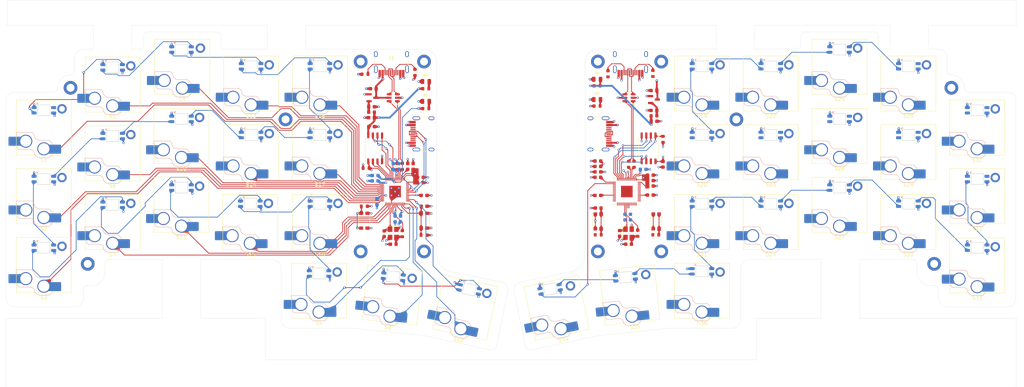
<source format=kicad_pcb>
(kicad_pcb (version 20240108) (generator "pcbnew") (generator_version "8.0")
  (layers (0 "F.Cu" signal) (1 "In1.Cu" signal) (2 "In2.Cu" signal) (31 "B.Cu" signal) (34 "B.Paste" user) (35 "F.Paste" user) (36 "B.SilkS" user "B.Silkscreen") (37 "F.SilkS" user "F.Silkscreen") (38 "B.Mask" user) (39 "F.Mask" user) (44 "Edge.Cuts" user))
  (net 0 "")
  (net 1 "USB_BOOT")
  (net 2 "GND")
  (net 3 "RESET")
  (net 4 "+5V")
  (net 5 "+3V3")
  (net 6 "/Left_Side/3V3_preFuse")
  (net 7 "Net-(U4-XIN)")
  (net 8 "Net-(C6-Pad1)")
  (net 9 "+1V1")
  (net 10 "USB D-")
  (net 11 "Net-(J1-CC2)")
  (net 13 "USB D+")
  (net 15 "Net-(J1-CC1)")
  (net 19 "L_RX")
  (net 20 "L_TX")
  (net 24 "QSPI_SS")
  (net 25 "L_D+")
  (net 26 "Net-(U4-USB_DP)")
  (net 27 "Net-(U4-USB_DM)")
  (net 28 "L_D-")
  (net 29 "Net-(U4-XOUT)")
  (net 30 "GPIO_25")
  (net 31 "GPIO_1")
  (net 32 "GPIO_6")
  (net 33 "GPIO_11")
  (net 34 "GPIO_16")
  (net 35 "GPIO_2")
  (net 36 "GPIO_7")
  (net 37 "GPIO_12")
  (net 38 "GPIO_17")
  (net 39 "GPIO_3")
  (net 40 "GPIO_8")
  (net 41 "GPIO_13")
  (net 42 "GPIO_18")
  (net 43 "GPIO_4")
  (net 44 "GPIO_9")
  (net 45 "GPIO_14")
  (net 46 "GPIO_5")
  (net 47 "GPIO_10")
  (net 48 "GPIO_15")
  (net 49 "GPIO_0")
  (net 50 "QSPI_SD2")
  (net 51 "QSPI_SD0")
  (net 52 "QSPI_SCLK")
  (net 53 "QSPI_SD1")
  (net 54 "QSPI_SD3")
  (net 62 "GND_R")
  (net 63 "USB_BOOT_R")
  (net 64 "RESET_R")
  (net 65 "+5V_R")
  (net 66 "+3V3_R")
  (net 67 "Net-(U6-VO)")
  (net 68 "Net-(U8-XIN)")
  (net 69 "Net-(C24-Pad1)")
  (net 71 "Net-(J4-CC2)")
  (net 72 "Net-(J4-CC1)")
  (net 74 "SWD_R")
  (net 75 "SWCLK_R")
  (net 76 "R_RX")
  (net 77 "R_TX")
  (net 82 "QSPI_SS_R")
  (net 83 "Net-(U8-XOUT)")
  (net 84 "USB_R D-")
  (net 85 "USB_R D+")
  (net 86 "GPIO25_R")
  (net 87 "GPIO_1_R")
  (net 88 "GPIO_6_R")
  (net 89 "GPIO_11_R")
  (net 90 "GPIO_2_R")
  (net 91 "GPIO_7_R")
  (net 92 "GPIO_12_R")
  (net 93 "GPIO_16_R")
  (net 94 "GPIO_3_R")
  (net 95 "GPIO_8_R")
  (net 96 "GPIO_13_R")
  (net 97 "GPIO_17_R")
  (net 98 "GPIO_4_R")
  (net 99 "GPIO_9_R")
  (net 100 "GPIO_14_R")
  (net 101 "GPIO_5_R")
  (net 102 "GPIO_10_R")
  (net 103 "GPIO_15_R")
  (net 104 "GPIO_18_R")
  (net 105 "Net-(D5-DOUT)")
  (net 106 "Net-(D6-DOUT)")
  (net 107 "QSPI_SD2_R")
  (net 108 "QSPI_SD0_R")
  (net 109 "QSPI_SD3_R")
  (net 110 "QSPI_SCLK_R")
  (net 111 "QSPI_SD1_R")
  (net 112 "GPIO_0_R")
  (net 115 "Net-(D7-DOUT)")
  (net 119 "Net-(D8-DOUT)")
  (net 123 "L_R D+")
  (net 124 "L_R D-")
  (net 125 "+1V1_R")
  (net 126 "Net-(D10-DIN)")
  (net 127 "Net-(D10-DOUT)")
  (net 128 "Net-(D11-DOUT)")
  (net 129 "Net-(D12-DOUT)")
  (net 130 "Net-(D13-DOUT)")
  (net 131 "Net-(D14-DOUT)")
  (net 132 "Net-(D15-DOUT)")
  (net 133 "Net-(D16-DOUT)")
  (net 134 "Net-(D17-DOUT)")
  (net 135 "Net-(D23-DOUT)")
  (net 136 "Net-(D24-DOUT)")
  (net 137 "Net-(D25-DOUT)")
  (net 138 "Net-(D26-DOUT)")
  (net 139 "Net-(D27-DOUT)")
  (net 140 "Net-(D28-DOUT)")
  (net 141 "Net-(D29-DOUT)")
  (net 142 "Net-(D30-DOUT)")
  (net 143 "Net-(D31-DOUT)")
  (net 144 "Net-(D32-DOUT)")
  (net 145 "Net-(D33-DOUT)")
  (net 146 "Net-(D34-DOUT)")
  (net 147 "Net-(D35-DOUT)")
  (net 148 "Net-(D36-DOUT)")
  (net 149 "Net-(D37-DOUT)")
  (net 150 "Net-(D38-DOUT)")
  (net 151 "Net-(D39-DOUT)")
  (net 153 "Net-(D1-DOUT)")
  (net 154 "Net-(D2-DOUT)")
  (net 155 "Net-(D3-DOUT)")
  (net 156 "Net-(D4-DOUT)")
  (net 158 "Net-(D19-A)")
  (net 159 "Net-(D20-A)")
  (net 160 "Net-(D41-A)")
  (net 161 "Net-(D42-A)")
  (net 162 "GPIO_19_LEDS")
  (footprint "Resistor_SMD:R_0603_1608Metric" (layer "F.Cu") (at 174 147.6 90)
    (property "Reference" "R9" (hide yes))
    (property "Value" "1k")
  )
  (footprint "Resistor_SMD:R_0603_1608Metric" (layer "F.Cu") (at 244 147.9 180)
    (property "Reference" "R11" (hide yes))
    (property "Value" "1k")
  )
  (footprint "ScottoKeebs_Components:LED_0805" (layer "F.Cu") (at 180.5 105.5)
    (property "Reference" "D19" (hide yes))
    (property "Value" "Placeholder_LED" (hide yes))
  )
  (footprint "ScottoKeebs_Hotswap:Hotswap_Choc_V2_Plated_1.00u" (layer "F.Cu") (at 294.75 139.600005 180)
    (property "Reference" "S27")
    (property "Value" "Keyswitch")
  )
  (footprint "Capacitor_SMD:C_0603_1608Metric" (layer "F.Cu") (at 242.5 134.4)
    (property "Reference" "C33" (hide yes))
    (property "Value" "100n")
  )
  (footprint "ScottoKeebs_Hotswap:Hotswap_Choc_V2_Plated_1.00u" (layer "F.Cu") (at 275.75 106.0625 180)
    (property "Reference" "S22")
    (property "Value" "Keyswitch")
  )
  (footprint "ScottoKeebs_Hotswap:Hotswap_Choc_V2_Plated_1.00u" (layer "F.Cu") (at 171.202495 164.537505 174)
    (property "Reference" "S8")
    (property "Value" "Keyswitch")
  )
  (footprint "ScottoKeebs_Hotswap:Hotswap_Choc_V2_Plated_1.00u" (layer "F.Cu") (at 151.25 125.0625 180)
    (property "Reference" "S17")
    (property "Value" "Keyswitch")
  )
  (footprint "Resistor_SMD:R_0603_1608Metric" (layer "F.Cu") (at 227.8 112.3)
    (property "Reference" "R20" (hide yes))
    (property "Value" "1k")
  )
  (footprint "Package_DFN_QFN:QFN-56-1EP_7x7mm_P0.4mm_EP3.2x3.2mm" (layer "F.Cu") (at 236 135.9375)
    (property "Reference" "U8" (hide yes))
    (property "Value" "RP2040")
  )
  (footprint "Resistor_SMD:R_0603_1608Metric" (layer "F.Cu") (at 238.000707 128.4 90)
    (property "Reference" "R19" (hide yes))
    (property "Value" "27.4")
  )
  (footprint "ScottoKeebs_Hotswap:Hotswap_Choc_V2_Plated_1.00u" (layer "F.Cu") (at 256.75 106.0625 180)
    (property "Reference" "S19")
    (property "Value" "Keyswitch")
  )
  (footprint "Resistor_SMD:R_0603_1608Metric" (layer "F.Cu") (at 177.5 103 -90)
    (property "Reference" "R3" (hide yes))
    (property "Value" "5K1")
  )
  (footprint "MountingHole:MountingHole_2.2mm_M2_DIN965_Pad" (layer "F.Cu") (at 325.625 107.25)
    (property "Reference" "REF**" (hide yes))
    (property "Value" "MountingHole_2.2mm_M2_DIN965_Pad")
  )
  (footprint "Capacitor_SMD:C_0603_1608Metric" (layer "F.Cu") (at 171.5 150.5 180)
    (property "Reference" "C6" (hide yes))
    (property "Value" "15p")
  )
  (footprint "ScottoKeebs_Hotswap:Hotswap_Choc_V2_Plated_1.00u" (layer "F.Cu") (at 313.75 106.0625 180)
    (property "Reference" "S28")
    (property "Value" "Keyswitch")
  )
  (footprint "MountingHole:MountingHole_2.2mm_M2_DIN965_Pad" (layer "F.Cu") (at 87.125 155.9375)
    (property "Reference" "REF**" (hide yes))
    (property "Value" "MountingHole_2.2mm_M2_DIN965_Pad")
  )
  (footprint "Capacitor_SMD:C_0603_1608Metric" (layer "F.Cu") (at 242.5 132.9)
    (property "Reference" "C34" (hide yes))
    (property "Value" "100n")
  )
  (footprint "Resistor_SMD:R_0603_1608Metric" (layer "F.Cu") (at 230.8 103.4 -90)
    (property "Reference" "R15" (hide yes))
    (property "Value" "5K1")
  )
  (footprint "ScottoKeebs_Hotswap:Hotswap_Choc_V2_Plated_1.00u" (layer "F.Cu") (at 313.75 144.350005 180)
    (property "Reference" "S30")
    (property "Value" "Keyswitch")
  )
  (footprint "ScottoKeebs_Hotswap:Hotswap_Choc_V2_Plated_1.00u" (layer "F.Cu") (at 151.014995 163.350005 180)
    (property "Reference" "S4")
    (property "Value" "Keyswitch")
  )
  (footprint "ScottoKeebs_Miscellaneous:Mouse_Bites_7" (layer "F.Cu") (at 113 155.3 90)
    (property "Reference" "REF**" (hide yes))
    (property "Value" "Mouse_Bites_7" (hide yes))
  )
  (footprint "ScottoKeebs_Hotswap:Hotswap_Choc_V2_Plated_1.00u" (layer "F.Cu") (at 132.014995 144.350005 180)
    (property "Reference" "S15")
    (property "Value" "Keyswitch")
  )
  (footprint "Capacitor_SMD:C_0603_1608Metric" (layer "F.Cu") (at 179 132)
    (property "Reference" "C12" (hide yes))
    (property "Value" "1u")
  )
  (footprint "Crystal:Crystal_SMD_Abracon_ABM8G-4Pin_3.2x2.5mm" (layer "F.Cu") (at 236.5 147.5 -90)
    (property "Reference" "Y2" (hide yes))
    (property "Value" "Crystal_GND24")
  )
  (footprint "ScottoKeebs_Components:LED_0805" (layer "F.Cu") (at 227.8 110.5)
    (property "Reference" "D42" (hide yes))
    (property "Value" "Placeholder_LED" (hide yes))
  )
  (footprint "Connector_USB:USB_C_Receptacle_HRO_TYPE-C-31-M-12" (layer "F.Cu") (at 237 99 180)
    (property "Reference" "J4" (hide yes))
    (property "Value" "USB_C_Receptacle")
  )
  (footprint "Capacitor_SMD:C_0603_1608Metric" (layer "F.Cu") (at 166 107.5 180)
    (property "Reference" "C2" (hide yes))
    (property "Value" "10u")
  )
  (footprint "Resistor_SMD:R_0603_1608Metric" (layer "F.Cu") (at 246 121.5 -90)
    (property "Reference" "R13" (hide yes))
    (property "Value" "DNF")
  )
  (footprint "ScottoKeebs_Components:Voltage_SOT-23" (layer "F.Cu") (at 243.5 110.5)
    (property "Reference" "U6" (hide yes))
    (property "Value" "XC6206-3.3_SOT")
  )
  (footprint "ScottoKeebs_Hotswap:Hotswap_Choc_V2_Plated_1.00u" (layer "F.Cu") (at 75.014995 156.225005 180)
    (property "Reference" "S3")
    (property "Value" "Keyswitch")
  )
  (footprint "Capacitor_SMD:C_0603_1608Metric" (layer "F.Cu") (at 228 132 180)
    (property "Reference" "C36" (hide yes))
    (property "Value" "100n")
  )
  (footprint "Capacitor_SMD:C_0603_1608Metric" (layer "F.Cu") (at 165.5 115.5 180)
    (property "Reference" "C10" (hide yes))
    (property "Value" "10u")
  )
  (footprint "Capacitor_SMD:C_0603_1608Metric" (layer "F.Cu") (at 228 129 180)
    (property "Reference" "C35" (hide yes))
    (property "Value" "100n")
  )
  (footprint "ScottoKeebs_Hotswap:Hotswap_Choc_V2_Plated_1.00u" (layer "F.Cu") (at 332.75 156.350005 180)
    (property "Reference" "S33")
    (property "Value" "Keyswitch")
  )
  (footprint "ScottoKeebs_Hotswap:Hotswap_Choc_V2_Plated_1.00u" (layer "F.Cu") (at 236.797505 164.537505 -174)
    (property "Reference" "S35")
    (property "Value" "Keyswitch")
  )
  (footprint "ScottoKeebs_Hotswap:Hotswap_Choc_V2_Plated_1.00u" (layer "F.Cu") (at 216.610005 168.100005 -168)
    (property "Reference" "S34")
    (property "Value" "Keyswitch")
  )
  (footprint "ScottoKeebs_Components:Fuse_0603" (layer "F.Cu") (at 243.5 115 180)
    (property "Reference" "F2" (hide yes))
    (property "Value" "500mA" (hide yes))
  )
  (footprint "ScottoKeebs_Hotswap:Hotswap_Choc_V2_Plated_1.00u" (layer "F.Cu") (at 275.75 144.350005 180)
    (property "Reference" "S24")
    (property "Value" "Keyswitch")
  )
  (footprint "ScottoKeebs_Hotswap:Hotswap_Choc_V2_Plated_1.00u" (layer "F.Cu") (at 256.75 125.0625 180)
    (property "Reference" "S20")
    (property "Value" "Keyswitch")
  )
  (footprint "ScottoKeebs_Hotswap:Hotswap_Choc_V2_Plated_1.00u" (layer "F.Cu") (at 75.014995 137.225005 180)
    (property "Reference" "S2")
    (property "Value" "Keyswitch")
  )
  (footprint "Capacitor_SMD:C_0603_1608Metric" (layer "F.Cu") (at 243.5 116.5)
    (property "Reference" "C28" (hide yes))
    (property "Value" "10u")
  )
  (footprint "MountingHole:MountingHole_2.2mm_M2_DIN965_Pad" (layer "F.Cu") (at 245.5 152.5)
    (property "Reference" "REF**" (hide yes))
    (property "Value" "MountingHole_2.2mm_M2_DIN965_Pad")
  )
  (footprint "Capacitor_SMD:C_0603_1608Metric" (layer "F.Cu") (at 165.5 118)
    (property "Reference" "C3" (hide yes))
    (property "Value" "100n")
  )
  (footprint "Package_TO_SOT_SMD:SOT-23-6" (layer "F.Cu") (at 171.5 110 180)
    (property "Reference" "U3" (hide yes))
    (property "Value" "USBLC6-2SC6")
  )
  (footprint "ScottoKeebs_Hotswap:Hotswap_Choc_V2_Plated_1.00u" (layer "F.Cu") (at 294.75 120.600005 180)
    (property "Reference" "S26")
    (property "Value" "Keyswitch")
  )
  (footprint "Resistor_SMD:R_0603_1608Metric" (layer "F.Cu") (at 243.2 103.3 -90)
    (property "Reference" "R14" (hide yes))
    (property "Value" "5K1")
  )
  (footprint "Button_Switch_SMD:SW_Push_1P1T_NO_CK_KMR2" (layer "F.Cu") (at 244.1 144.2 90)
    (property "Reference" "BOOT2" (hide yes))
    (property "Value" "USB_BOOT")
  )
  (footprint "ScottoKeebs_Components:LED_0805" (layer "F.Cu") (at 180.5 111)
    (property "Reference" "D20" (hide yes))
    (property "Value" "Placeholder_LED" (hide yes))
  )
  (footprint "Resistor_SMD:R_0603_1608Metric" (layer "F.Cu") (at 239 147.5 90)
    (property "Reference" "R16" (hide yes))
    (property "Value" "1k")
  )
  (footprint "Capacitor_SMD:C_0603_1608Metric" (layer "F.Cu") (at 228 127.5 180)
    (property "Reference" "C38" (hide yes))
    (property "Value" "100n")
  )
  (footprint "MountingHole:MountingHole_2.2mm_M2_DIN965_Pad" (layer "F.Cu") (at 82.375 107.25)
    (property "Reference" "REF**" (hide yes))
    (property "Value" "MountingHole_2.2mm_M2_DIN965_Pad")
  )
  (footprint "Capacitor_SMD:C_0603_1608Metric" (layer "F.Cu") (at 228 137 180)
    (property "Reference" "C29" (hide yes))
    (property "Value" "100n")
  )
  (footprint "Capacitor_SMD:C_0603_1608Metric" (layer "F.Cu") (at 234 147.5 -90)
    (property "Reference" "C23" (hide yes))
    (property "Value" "15p")
  )
  (footprint "ScottoKeebs_Hotswap:Hotswap_Choc_V2_Plated_1.00u" (layer "F.Cu") (at 275.75 125.0625 180)
    (property "Reference" "S23")
    (property "Value" "Keyswitch")
  )
  (footprint "Resistor_SMD:R_0603_1608Metric" (layer "F.Cu") (at 164 129.5 180)
    (property "Reference" "R5" (hide yes))
    (property "Value" "DNF")
  )
  (footprint "Capacitor_SMD:C_0603_1608Metric" (layer "F.Cu") (at 179 133.5)
    (property "Reference" "C16" (hide yes))
    (property "Value" "100n")
  )
  (footprint "Capacitor_SMD:C_0603_1608Metric" (layer "F.Cu") (at 169 147.6 -90)
    (property "Reference" "C5" (hide yes))
    (property "Value" "15p")
  )
  (footprint "ScottoKeebs_Components:Voltage_SOT-23" (layer "F.Cu") (at 165.750002 109.999999)
    (property "Reference" "U2" (hide yes))
    (property "Value" "XC6206-3.3_SOT" (hide yes))
  )
  (footprint "Capacitor_SMD:C_0603_1608Metric" (layer "F.Cu") (at 228 130.5 180)
    (property "Reference" "C27" (hide yes))
    (property "Value" "100n")
  )
  (footprint "Button_Switch_SMD:SW_Push_1P1T_NO_CK_KMR2" (layer "F.Cu") (at 180 144 -90)
    (property "Reference" "RESET1" (hide yes))
    (property "Value" "RESET")
  )
  (footprint "ScottoKeebs_Miscellaneous:Mouse_Bites_7" (layer "F.Cu") (at 295 155.3 90)
    (property "Reference" "REF**" (hide yes))
    (property "Value" "Mouse_Bites_7" (hide yes))
  )
  (footprint "Capacitor_SMD:C_0603_1608Metric" (layer "F.Cu") (at 180 140 180)
    (property "Reference" "C1" (hide yes))
    (property "Value" "100n")
  )
  (footprint "Capacitor_SMD:C_0603_1608Metric" (layer "F.Cu") (at 242.5 131.4)
    (property "Reference" "C30" (hide yes))
    (property "Value" "1u")
  )
  (footprint "ScottoKeebs_Hotswap:Hotswap_Choc_V2_Plated_1.00u" (layer "F.Cu") (at 294.75 101.43535 180)
    (property "Reference" "S25")
    (property "Value" "Keyswitch")
  )
  (footprint "Capacitor_SMD:C_0603_1608Metric" (layer "F.Cu") (at 242.5 136.9)
    (property "Reference" "C32" (hide yes))
    (property "Value" "100n")
  )
  (footprint "ScottoKeebs_Hotswap:Hotswap_Choc_V2_Plated_1.00u" (layer "F.Cu") (at 313.75 125.0625 180)
    (property "Reference" "S29")
    (property "Value" "Keyswitch")
  )
  (footprint "MountingHole:MountingHole_2.2mm_M2_DIN965_Pad" (layer "F.Cu") (at 162.5 152.5)
    (property "Reference" "REF**" (hide yes))
    (property "Value" "MountingHole_2.2mm_M2_DIN965_Pad")
  )
  (footprint "MountingHole:MountingHole_2.2mm_M2_DIN965_Pad" (layer "F.Cu") (at 320.875 155.9375)
    (property "Reference" "REF**" (hide yes))
    (property "Value" "MountingHole_2.2mm_M2_DIN965_Pad")
  )
  (footprint "Resistor_SMD:R_0603_1608Metric" (layer "F.Cu") (at 228.1 147.9)
    (property "Reference" "R12" (hide yes))
    (property "Value" "10k")
  )
  (footprint "Capacitor_SMD:C_0603_1608Metric" (layer "F.Cu") (at 177 129 90)
    (property "Reference" "C11" (hide yes))
    (property "Value" "100n")
  )
  (footprint "Resistor_SMD:R_0603_1608Metric" (layer "F.Cu") (at 174 129 90)
    (property "Reference" "R8" (hide yes))
    (property "Value" "27.4")
  )
  (footprint "ScottoKeebs_Miscellaneous:Mouse_Bites_7" (layer "F.Cu") (at 314 96 -90)
    (property "Reference" "REF**" (hide yes))
    (property "Value" "Mouse_Bites_7" (hide yes))
  )
  (footprint "ScottoKeebs_Components:Fuse_0603" (layer "F.Cu") (at 165.5 114)
    (property "Reference" "F1" (hide yes))
    (property "Value" "500mA" (hide yes))
  )
  (footprint "ScottoKeebs_Hotswap:Hotswap_Choc_V2_Plated_1.00u" (layer "F.Cu") (at 332.75 118.225005 180)
    (property "Reference" "S31")
    (property "Value" "Keyswitch")
  )
  (footprint "Capacitor_SMD:C_0603_1608Metric" (layer "F.Cu") (at 175.5 129 90)
    (property "Reference" "C8" (hide yes))
    (property "Value" "1u")
  )
  (footprint "Resistor_SMD:R_0603_1608Metric" (layer "F.Cu") (at 163.5 140)
    (property "Reference" "R2" (hide yes))
    (property "Value" "1k")
  )
  (footprint "MountingHole:MountingHole_2.2mm_M2_DIN965_Pad" (layer "F.Cu") (at 180 100)
    (property "Reference" "REF**" (hide yes))
    (property "Value" "MountingHole_2.2mm_M2_DIN965_Pad")
  )
  (footprint "" (layer "F.Cu") (at 228.0375 100)
    (property "Reference" "")
    (property "Value" "")
  )
  (footprint "Connector_USB:USB_C_Receptacle_HRO_TYPE-C-31-M-12" (layer "F.Cu") (at 181 120 90)
    (property "Reference" "J3" (hide yes))
    (property "Value" "USB_C_Receptacle")
  )
  (footprint "ScottoKeebs_Hotswap:Hotswap_Choc_V2_Plated_1.00u" (layer "F.Cu") (at 332.75 137.225005 180)
    (property "Reference" "S32")
    (property "Value" "Keyswitch")
  )
  (footprint "ScottoKeebs_Hotswap:Hotswap_Choc_V2_Plated_1.00u" (layer "F.Cu") (at 151.25 106.0625 180)
    (property "Reference" "S16")
    (property "Value" "Keyswitch")
  )
  (footprint "ScottoKeebs_Hotswap:Hotswap_Choc_V2_Plated_1.00u" (layer "F.Cu") (at 132.25 125.0625 180)
    (property "Reference" "S14")
    (property "Value" "Keyswitch")
  )
  (footprint "Resistor_SMD:R_0603_1608Metric" (layer "F.Cu") (at 172.5 129 -90)
    (property "Reference" "R7" (hide yes))
    (property "Value" "27.4")
  )
  (footprint "MountingHole:MountingHole_2.2mm_M2_DIN965_Pad" (layer "F.Cu") (at 162.5 100)
    (property "Reference" "REF**" (hide yes))
    (property "Value" "MountingHole_2.2mm_M2_DIN965_Pad")
  )
  (footprint "ScottoKeebs_Hotswap:Hotswap_Choc_V2_Plated_1.00u" (layer "F.Cu") (at 256.75 163.350005 180)
    (property "Reference" "S36")
    (property "Value" "Keyswitch")
  )
  (footprint "Resistor_SMD:R_0603_1608Metric" (layer "F.Cu") (at 180 148 180)
    (property "Reference" "R1" (hide yes))
    (property "Value" "10k")
  )
  (footprint "Capacitor_SMD:C_0603_1608Metric" (layer "F.Cu") (at 228.1 140.5)
    (property "Reference" "C37" (hide yes))
    (property "Value" "100n")
  )
  (footprint "ScottoKeebs_Miscellaneous:Mouse_Bites_7" (layer "F.Cu") (at 142 96 90)
    (property "Reference" "REF**" (hide yes))
    (property "Value" "Mouse_Bites_7" (hide yes))
  )
  (footprint "ScottoKeebs_Hotswap:Hotswap_Choc_V2_Plated_1.00u" (layer "F.Cu") (at 94.014995 106.350005 180)
    (property "Reference" "S5")
    (property "Value" "Keyswitch")
  )
  (footprint "ScottoKeebs_Hotswap:Hotswap_Choc_V2_Plated_1.00u" (layer "F.Cu") (at 113.25 101.43535 180)
    (property "Reference" "S9")
    (property "Value" "Keyswitch")
  )
  (footprint "MountingHole:MountingHole_2.2mm_M2_DIN965_Pad" (layer "F.Cu") (at 180 152.5)
    (property "Reference" "REF**" (hide yes))
    (property "Value" "MountingHole_2.2mm_M2_DIN965_Pad")
  )
  (footprint "Resistor_SMD:R_0603_1608Metric" (layer "F.Cu") (at 236.500707 128.4 -90)
    (property "Reference" "R18" (hide yes))
    (property "Value" "27.4")
  )
  (footprint "Capacitor_SMD:C_0603_1608Metric" (layer "F.Cu") (at 165.5 112.5)
    (property "Reference" "C4" (hide yes))
    (property "Value" "10u")
  )
  (footprint "Resistor_SMD:R_0603_1608Metric" (layer "F.Cu") (at 180.5 113)
    (property "Reference" "R10" (hide yes))
    (property "Value" "1k")
  )
  (footprint "Button_Switch_SMD:SW_Push_1P1T_NO_CK_KMR2" (layer "F.Cu") (at 228.1 144.2 90)
    (property "Reference" "RESET2" (hide yes))
    (property "Value" "RESET")
  )
  (footprint "ScottoKeebs_Hotswap:Hotswap_Choc_V2_Plated_1.00u" (layer "F.Cu") (at 191.389995 168.100005 168)
    (property "Reference" "S12")
    (property "Value" "Keyswitch")
  )
  (footprint "Crystal:Crystal_SMD_Abracon_ABM8G-4Pin_3.2x2.5mm" (layer "F.Cu") (at 171.5 147.5 -90)
    (property "Reference" "Y1" (hide yes))
    (property "Value" "Crystal_GND24")
  )
  (footprint "Resistor_SMD:R_0603_1608Metric" (layer "F.Cu") (at 227.8 106.7)
    (property "Reference" "R17" (hide yes))
    (property "Value" "1k")
  )
  (footprint "ScottoKeebs_Components:LED_0805" (layer "F.Cu") (at 227.8 104.9)
    (property "Reference" "D41" (hide yes))
    (property "Value" "Placeholder_LED" (hide yes))
  )
  (footprint "ScottoKeebs_Hotswap:Hotswap_Choc_V2_Plated_1.00u" (layer "F.Cu") (at 132.25 106.0625 180)
    (property "Reference" "S13")
    (property "Value" "Keyswitch")
  )
  (footprint "ScottoKeebs_Hotswap:Hotswap_Choc_V2_Plated_1.00u" (layer "F.Cu") (at 256.75 144.350005 180)
    (property "Reference" "S21")
    (property "Value" "Keyswitch")
  )
  (footprint "Button_Switch_SMD:SW_Push_1P1T_NO_CK_KMR2" (layer "F.Cu") (at 163.5 144 -90)
    (property "Reference" "BOOT1" (hide yes))
    (property "Value" "USB_BOOT")
  )
  (footprint "Capacitor_SMD:C_0603_1608Metric" (layer "F.Cu") (at 246 128.4 -90)
    (property "Reference" "C21" (hide yes))
    (property "Value" "100n")
  )
  (footprint "ScottoKeebs_Hotswap:Hotswap_Choc_V2_Plated_1.00u" (layer "F.Cu") (at 94.014995 125.350005 180)
    (property "Reference" "S6")
    (property "Value" "Keyswitch")
  )
  (footprint "Capacitor_SMD:C_0603_1608Metric" (layer "F.Cu") (at 243.5 108 180)
    (property "Reference" "C20" (hide yes))
    (property "Value" "10u")
  )
  (footprint "Package_SO:SOIC-8_5.23x5.23mm_P1.27mm" (layer "F.Cu") (at 166.5 124 90)
    (property "Reference" "U1" (hide yes))
    (property "Value" "W25Q128JVS")
  )
  (footprint "Connector_USB:USB_C_Receptacle_HRO_TYPE-C-31-M-12" (layer "F.Cu") (at 227 120 -90)
    (property "Reference" "J6" (hide yes))
    (property "Value" "USB_C_Receptacle")
  )
  (footprint "ScottoKeebs_Miscellaneous:Mouse_Bites_7" (layer "F.Cu") (at 94 96 -90)
    (property "Reference" "REF**" (hide yes))
    (property "Value" "Mouse_Bites_7" (hide yes))
  )
  (footprint "ScottoKeebs_Hotswap:Hotswap_Choc_V2_Plated_1.00u" (layer "F.Cu") (at 94.014995 144.350005 180)
    (property "Reference" "S7")
    (property "Value" "Keyswitch")
  )
  (footprint "" (layer "F.Cu") (at 228.0375 152.5125)
    (property "Reference" "")
    (property "Value" "")
  )
  (footprint "ScottoKeebs_Hotswap:Hotswap_Choc_V2_Plated_1.00u" (layer "F.Cu") (at 113.014995 139.600005 180)
    (property "Reference" "S11")
    (property "Value" "Keyswitch")
  )
  (footprint "Capacitor_SMD:C_0603_1608Metric" (layer "F.Cu") (at 236.5 150.5 180)
    (property "Reference" "C24" (hide yes))
    (property "Value" "15p")
  )
  (footprint "ScottoKeebs_Hotswap:Hotswap_Choc_V2_Plated_1.00u" (layer "F.Cu") (at 113.014995 120.600005 180)
    (property "Reference" "S10")
    (property "Value" "Keyswitch")
  )
  (footprint "Resistor_SMD:R_0603_1608Metric" (layer "F.Cu") (at 180.5 107.5)
    (property "Reference" "R6" (hide yes))
    (property "Value" "1k")
  )
  (footprint "MountingHole:MountingHole_2.2mm_M2_DIN965_Pad" (layer "F.Cu") (at 141.75 116)
    (property "Reference" "REF**" (hide yes))
    (property "Value" "MountingHole_2.2mm_M2_DIN965_Pad")
  )
  (footprint "ScottoKeebs_Miscellaneous:Mouse_Bites_7" (layer "F.Cu") (at 266 96 90)
    (property "Reference" "REF**" (hide yes))
    (property "Value" "Mouse_Bites_7" (hide yes))
  )
  (footprint "Connector_USB:USB_C_Receptacle_HRO_TYPE-C-31-M-12" (layer "F.Cu") (at 171 99 180)
    (property "Reference" "J1")
    (property "Value" "USB_C_Receptacle")
  )
  (footprint "Resistor_SMD:R_0603_1608Metric" (layer "F.Cu") (at 163.7 103.5 180)
    (property "Reference" "R4" (hide yes))
    (property "Value" "5K1")
  )
  (footprint "Package_TO_SOT_SMD:SOT-23-6" (layer "F.Cu") (at 236.6 110 180)
    (property "Reference" "U7" (hide yes))
    (property "Value" "USBLC6-2SC6")
  )
  (footprint "ScottoKeebs_Hotswap:Hotswap_Choc_V2_Plated_1.00u" (layer "F.Cu") (at 75.014995 118.225005 180)
    (property "Reference" "S1")
    (property "Value" "Keyswitch")
  )
  (footprint "MountingHole:MountingHole_2.2mm_M2_DIN965_Pad" (layer "F.Cu") (at 266.25 116)
    (property "Reference" "REF**" (hide yes))
    (property "Value" "MountingHole_2.2mm_M2_DIN965_Pad")
  )
  (footprint "Capacitor_SMD:C_0603_1608Metric" (layer "F.Cu") (at 180 137)
    (property "Reference" "C15" (hide yes))
    (property "Value" "100n")
  )
  (footprint "" (layer "F.Cu") (at 245.5375 100.0125)
    (property "Reference" "")
    (property "Value" "")
  )
  (footprint "Package_SO:SOIC-8_5.23x5.23mm_P1.27mm" (layer "F.Cu") (at 242 124 -90)
    (property "Reference" "U5" (hide yes))
    (property "Value" "W25Q128JVS")
  )
  (footprint "Capacitor_SMD:C_0603_1608Metric" (layer "F.Cu") (at 243.5 113.5 180)
    (property "Reference" "C22" (hide yes))
    (property "Value" "10u")
  )
  (footprint "Package_DFN_QFN:QFN-56-1EP_7x7mm_P0.4mm_EP3.2x3.2mm" (layer "F.Cu") (at 172 135.9375)
    (property "Reference" "U4" (hide yes))
    (property "Value" "RP2040")
  )
  (footprint "ScottoKeebs_Hotswap:Hotswap_Choc_V2_Plated_1.00u" (layer "F.Cu") (at 151.25 144.350005 180)
    (property "Reference" "S18")
    (property "Value" "Keyswitch")
  )
  (footprint "ScottoKeebs_Components:LED_SK6812MINI" (layer "B.Cu") (at 192.5 163 -12)
    (property "Reference" "D1" (hide yes))
    (property "Value" "LED_SK6812MINI" (hide yes))
    (fp_line (start -1.7 1.499999) (end 1.700001 1.5) (stroke (width 0.12)) (layer "Edge.Cuts"))
    (fp_line (start -1.700001 -1.5) (end -1.7 1.499999) (stroke (width 0.12)) (layer "Edge.Cuts"))
    (fp_line (start 1.700001 1.5) (end 1.7 -1.499999) (stroke (width 0.12)) (layer "Edge.Cuts"))
    (fp_line (start 1.7 -1.499999) (end -1.700001 -1.5) (stroke (width 0.12)) (layer "Edge.Cuts"))
  )
  (footprint "ScottoKeebs_Components:LED_SK6812MINI" (layer "B.Cu") (at 235.6 159.655 6)
    (property "Reference" "D24" (hide yes))
    (property "Value" "LED_SK6812MINI" (hide yes))
    (fp_line (start -1.7 -1.5) (end -1.7 1.5) (stroke (width 0.12)) (layer "Edge.Cuts"))
    (fp_line (start -1.7 1.5) (end 1.7 1.5) (stroke (width 0.12)) (layer "Edge.Cuts"))
    (fp_line (start 1.7 -1.5) (end -1.7 -1.5) (stroke (width 0.12)) (layer "Edge.Cuts"))
    (fp_line (start 1.7 1.5) (end 1.7 -1.5) (stroke (width 0.12)) (layer "Edge.Cuts"))
  )
  (footprint "Capacitor_SMD:C_0603_1608Metric" (layer "B.Cu") (at 235.5 143 -90)
    (property "Reference" "C25" (hide yes))
    (property "Value" "100n")
  )
  (footprint "ScottoKeebs_Components:LED_SK6812MINI" (layer "B.Cu") (at 214.8 162.955 12)
    (property "Reference" "D23" (hide yes))
    (property "Value" "LED_SK6812MINI" (hide yes))
    (fp_line (start -1.7 -1.499999) (end -1.700001 1.5) (stroke (width 0.12)) (layer "Edge.Cuts"))
    (fp_line (start -1.700001 1.5) (end 1.7 1.499999) (stroke (width 0.12)) (layer "Edge.Cuts"))
    (fp_line (start 1.700001 -1.5) (end -1.7 -1.499999) (stroke (width 0.12)) (layer "Edge.Cuts"))
    (fp_line (start 1.7 1.499999) (end 1.700001 -1.5) (stroke (width 0.12)) (layer "Edge.Cuts"))
  )
  (footprint "ScottoKeebs_Components:LED_SK6812MINI" (layer "B.Cu") (at 275.75 120.3125)
    (property "Reference" "D34" (hide yes))
    (property "Value" "LED_SK6812MINI" (hide yes))
    (fp_line (start -1.7 -1.5) (end -1.7 1.5) (stroke (width 0.12)) (layer "Edge.Cuts"))
    (fp_line (start -1.7 1.5) (end 1.7 1.5) (stroke (width 0.12)) (layer "Edge.Cuts"))
    (fp_line (start 1.7 -1.5) (end -1.7 -1.5) (stroke (width 0.12)) (layer "Edge.Cuts"))
    (fp_line (start 1.7 1.5) (end 1.7 -1.5) (stroke (width 0.12)) (layer "Edge.Cuts"))
  )
  (footprint "ScottoKeebs_Components:LED_SK6812MINI" (layer "B.Cu") (at 256.75 158)
    (property "Reference" "D25" (hide yes))
    (property "Value" "LED_SK6812MINI" (hide yes))
    (fp_line (start -1.7 -1.5) (end -1.7 1.5) (stroke (width 0.12)) (layer "Edge.Cuts"))
    (fp_line (start -1.7 1.5) (end 1.7 1.5) (stroke (width 0.12)) (layer "Edge.Cuts"))
    (fp_line (start 1.7 -1.5) (end -1.7 -1.5) (stroke (width 0.12)) (layer "Edge.Cuts"))
    (fp_line (start 1.7 1.5) (end 1.7 -1.5) (stroke (width 0.12)) (layer "Edge.Cuts"))
  )
  (footprint "Capacitor_SMD:C_0603_1608Metric" (layer "B.Cu") (at 166.5 131.5 180)
    (property "Reference" "C7" (hide yes))
    (property "Value" "100n")
  )
  (footprint "ScottoKeebs_Components:LED_SK6812MINI" (layer "B.Cu") (at 332.75 151.475005)
    (property "Reference" "D30" (hide yes))
    (property "Value" "LED_SK6812MINI" (hide yes))
    (fp_line (start -1.7 -1.5) (end -1.7 1.5) (stroke (width 0.12)) (layer "Edge.Cuts"))
    (fp_line (start -1.7 1.5) (end 1.7 1.5) (stroke (width 0.12)) (layer "Edge.Cuts"))
    (fp_line (start 1.7 -1.5) (end -1.7 -1.5) (stroke (width 0.12)) (layer "Edge.Cuts"))
    (fp_line (start 1.7 1.5) (end 1.7 -1.5) (stroke (width 0.12)) (layer "Edge.Cuts"))
  )
  (footprint "ScottoKeebs_Components:LED_SK6812MINI" (layer "B.Cu") (at 294.75 134.850005)
    (property "Reference" "D28" (hide yes))
    (property "Value" "LED_SK6812MINI" (hide yes))
    (fp_line (start -1.7 -1.5) (end -1.7 1.5) (stroke (width 0.12)) (layer "Edge.Cuts"))
    (fp_line (start -1.7 1.5) (end 1.7 1.5) (stroke (width 0.12)) (layer "Edge.Cuts"))
    (fp_line (start 1.7 -1.5) (end -1.7 -1.5) (stroke (width 0.12)) (layer "Edge.Cuts"))
    (fp_line (start 1.7 1.5) (end 1.7 -1.5) (stroke (width 0.12)) (layer "Edge.Cuts"))
  )
  (footprint "ScottoKeebs_Components:LED_SK6812MINI" (layer "B.Cu") (at 275.75 139.3125)
    (property "Reference" "D27" (hide yes))
    (property "Value" "LED_SK6812MINI" (hide yes))
    (fp_line (start -1.7 -1.5) (end -1.7 1.5) (stroke (width 0.12)) (layer "Edge.Cuts"))
    (fp_line (start -1.7 1.5) (end 1.7 1.5) (stroke (width 0.12)) (layer "Edge.Cuts"))
    (fp_line (start 1.7 -1.5) (end -1.7 -1.5) (stroke (width 0.12)) (layer "Edge.Cuts"))
    (fp_line (start 1.7 1.5) (end 1.7 -1.5) (stroke (width 0.12)) (layer "Edge.Cuts"))
  )
  (footprint "ScottoKeebs_Components:LED_SK6812MINI" (layer "B.Cu") (at 256.75 120.3125)
    (property "Reference" "D35" (hide yes))
    (property "Value" "LED_SK6812MINI" (hide yes))
    (fp_line (start -1.7 -1.5) (end -1.7 1.5) (stroke (width 0.12)) (layer "Edge.Cuts"))
    (fp_line (start -1.7 1.5) (end 1.7 1.5) (stroke (width 0.12)) (layer "Edge.Cuts"))
    (fp_line (start 1.7 -1.5) (end -1.7 -1.5) (stroke (width 0.12)) (layer "Edge.Cuts"))
    (fp_line (start 1.7 1.5) (end 1.7 -1.5) (stroke (width 0.12)) (layer "Edge.Cuts"))
  )
  (footprint "ScottoKeebs_Components:LED_SK6812MINI" (layer "B.Cu") (at 171.5 159.5 -6)
    (property "Reference" "D2" (hide yes))
    (property "Value" "LED_SK6812MINI" (hide yes))
    (fp_line (start -1.7 1.5) (end 1.7 1.5) (stroke (width 0.12)) (layer "Edge.Cuts"))
    (fp_line (start -1.7 -1.5) (end -1.7 1.5) (stroke (width 0.12)) (layer "Edge.Cuts"))
    (fp_line (start 1.7 1.5) (end 1.7 -1.5) (stroke (width 0.12)) (layer "Edge.Cuts"))
    (fp_line (start 1.7 -1.5) (end -1.7 -1.5) (stroke (width 0.12)) (layer "Edge.Cuts"))
  )
  (footprint "ScottoKeebs_Components:LED_SK6812MINI" (layer "B.Cu") (at 313.75 120.3125)
    (property "Reference" "D32" (hide yes))
    (property "Value" "LED_SK6812MINI" (hide yes))
    (fp_line (start -1.7 -1.5) (end -1.7 1.5) (stroke (width 0.12)) (layer "Edge.Cuts"))
    (fp_line (start -1.7 1.5) (end 1.7 1.5) (stroke (width 0.12)) (layer "Edge.Cuts"))
    (fp_line (start 1.7 -1.5) (end -1.7 -1.5) (stroke (width 0.12)) (layer "Edge.Cuts"))
    (fp_line (start 1.7 1.5) (end 1.7 -1.5) (stroke (width 0.12)) (layer "Edge.Cuts"))
  )
  (footprint "ScottoKeebs_Components:LED_SK6812MINI" (layer "B.Cu") (at 332.75 132.475005)
    (property "Reference" "D31" (hide yes))
    (property "Value" "LED_SK6812MINI" (hide yes))
    (fp_line (start -1.7 -1.5) (end -1.7 1.5) (stroke (width 0.12)) (layer "Edge.Cuts"))
    (fp_line (start -1.7 1.5) (end 1.7 1.5) (stroke (width 0.12)) (layer "Edge.Cuts"))
    (fp_line (start 1.7 -1.5) (end -1.7 -1.5) (stroke (width 0.12)) (layer "Edge.Cuts"))
    (fp_line (start 1.7 1.5) (end 1.7 -1.5) (stroke (width 0.12)) (layer "Edge.Cuts"))
  )
  (footprint "Capacitor_SMD:C_0603_1608Metric" (layer "B.Cu") (at 240.5 129.8)
    (property "Reference" "C26" (hide yes))
    (property "Value" "1u")
  )
  (footprint "ScottoKeebs_Components:LED_SK6812MINI" (layer "B.Cu") (at 294.75 96.67275)
    (property "Reference" "D38" (hide yes))
    (property "Value" "LED_SK6812MINI" (hide yes))
    (fp_line (start -1.7 -1.5) (end -1.7 1.5) (stroke (width 0.12)) (layer "Edge.Cuts"))
    (fp_line (start -1.7 1.5) (end 1.7 1.5) (stroke (width 0.12)) (layer "Edge.Cuts"))
    (fp_line (start 1.7 -1.5) (end -1.7 -1.5) (stroke (width 0.12)) (layer "Edge.Cuts"))
    (fp_line (start 1.7 1.5) (end 1.7 -1.5) (stroke (width 0.12)) (layer "Edge.Cuts"))
  )
  (footprint "ScottoKeebs_Components:LED_SK6812MINI" (layer "B.Cu") (at 94.014995 120.600005)
    (property "Reference" "D10" (hide yes))
    (property "Value" "LED_SK6812MINI" (hide yes))
    (fp_line (start -1.700002 -1.5) (end -1.699999 1.499998) (stroke (width 0.12)) (layer "Edge.Cuts"))
    (fp_line (start -1.699999 1.499998) (end 1.700002 1.5) (stroke (width 0.12)) (layer "Edge.Cuts"))
    (fp_line (start 1.699999 -1.499998) (end -1.700002 -1.5) (stroke (width 0.12)) (layer "Edge.Cuts"))
    (fp_line (start 1.700002 1.5) (end 1.699999 -1.499998) (stroke (width 0.12)) (layer "Edge.Cuts"))
  )
  (footprint "ScottoKeebs_Components:LED_SK6812MINI" (layer "B.Cu") (at 275.75 101.3125)
    (property "Reference" "D37" (hide yes))
    (property "Value" "LED_SK6812MINI" (hide yes))
    (fp_line (start -1.7 -1.5) (end -1.7 1.5) (stroke (width 0.12)) (layer "Edge.Cuts"))
    (fp_line (start -1.7 1.5) (end 1.7 1.5) (stroke (width 0.12)) (layer "Edge.Cuts"))
    (fp_line (start 1.7 -1.5) (end -1.7 -1.5) (stroke (width 0.12)) (layer "Edge.Cuts"))
    (fp_line (start 1.7 1.5) (end 1.7 -1.5) (stroke (width 0.12)) (layer "Edge.Cuts"))
  )
  (footprint "Capacitor_SMD:C_0603_1608Metric" (layer "B.Cu") (at 172 143.5 -90)
    (property "Reference" "C13" (hide yes))
    (property "Value" "100n")
  )
  (footprint "ScottoKeebs_Components:LED_SK6812MINI" (layer "B.Cu") (at 113.014995 96.67275)
    (property "Reference" "D16" (hide yes))
    (property "Value" "LED_SK6812MINI" (hide yes))
    (fp_line (start -1.700001 -1.499999) (end -1.700001 1.499997) (stroke (width 0.12)) (layer "Edge.Cuts"))
    (fp_line (start -1.700001 1.499997) (end 1.700001 1.499999) (stroke (width 0.12)) (layer "Edge.Cuts"))
    (fp_line (start 1.700001 -1.499997) (end -1.700001 -1.499999) (stroke (width 0.12)) (layer "Edge.Cuts"))
    (fp_line (start 1.700001 1.499999) (end 1.700001 -1.499997) (stroke (width 0.12)) (layer "Edge.Cuts"))
  )
  (footprint "ScottoKeebs_Components:LED_SK6812MINI" (layer "B.Cu") (at 151.25 101.3125)
    (property "Reference" "D14" (hide yes))
    (property "Value" "LED_SK6812MINI" (hide yes))
    (fp_line (start -1.700003 -1.499996) (end -1.700001 1.499997) (stroke (width 0.12)) (layer "Edge.Cuts"))
    (fp_line (start -1.700001 1.499997) (end 1.700003 1.499996) (stroke (width 0.12)) (layer "Edge.Cuts"))
    (fp_line (start 1.700001 -1.499997) (end -1.700003 -1.499996) (stroke (width 0.12)) (layer "Edge.Cuts"))
    (fp_line (start 1.700003 1.499996) (end 1.700001 -1.499997) (stroke (width 0.12)) (layer "Edge.Cuts"))
  )
  (footprint "ScottoKeebs_Components:LED_SK6812MINI" (layer "B.Cu") (at 113.014995 115.850005)
    (property "Reference" "D11" (hide yes))
    (property "Value" "LED_SK6812MINI" (hide yes))
    (fp_line (start -1.700002 -1.5) (end -1.699999 1.499998) (stroke (width 0.12)) (layer "Edge.Cuts"))
    (fp_line (start -1.699999 1.499998) (end 1.700002 1.5) (stroke (width 0.12)) (layer "Edge.Cuts"))
    (fp_line (start 1.699999 -1.499998) (end -1.700002 -1.5) (stroke (width 0.12)) (layer "Edge.Cuts"))
    (fp_line (start 1.700002 1.5) (end 1.699999 -1.499998) (stroke (width 0.12)) (layer "Edge.Cuts"))
  )
  (footprint "ScottoKeebs_Components:LED_SK6812MINI" (layer "B.Cu") (at 75.014995 132.475005)
    (property "Reference" "D9" (hide yes))
    (property "Value" "LED_SK6812MINI" (hide yes))
    (fp_line (start -1.700002 -1.5) (end -1.699999 1.499998) (stroke (width 0.12)) (layer "Edge.Cuts"))
    (fp_line (start -1.699999 1.499998) (end 1.700002 1.5) (stroke (width 0.12)) (layer "Edge.Cuts"))
    (fp_line (start 1.699999 -1.499998) (end -1.700002 -1.5) (stroke (width 0.12)) (layer "Edge.Cuts"))
    (fp_line (start 1.700002 1.5) (end 1.699999 -1.499998) (stroke (width 0.12)) (layer "Edge.Cuts"))
  )
  (footprint "Capacitor_SMD:C_0603_1608Metric" (layer "B.Cu") (at 173.5 143.5 -90)
    (property "Reference" "C9" (hide yes))
    (property "Value" "100n")
  )
  (footprint "ScottoKeebs_Components:LED_SK6812MINI" (layer "B.Cu") (at 151.25 139.3125)
    (property "Reference" "D4" (hide yes))
    (property "Value" "LED_SK6812MINI" (hide yes))
    (fp_line (start -1.700005 -1.499999) (end -1.699998 1.5) (stroke (width 0.12)) (layer "Edge.Cuts"))
    (fp_line (start -1.699998 1.5) (end 1.700005 1.499999) (stroke (width 0.12)) (layer "Edge.Cuts"))
    (fp_line (start 1.699998 -1.5) (end -1.700005 -1.499999) (stroke (width 0.12)) (layer "Edge.Cuts"))
    (fp_line (start 1.700005 1.499999) (end 1.699998 -1.5) (stroke (width 0.12)) (layer "Edge.Cuts"))
  )
  (footprint "ScottoKeebs_Components:LED_SK6812MINI" (layer "B.Cu") (at 151.25 120.3125)
    (property "Reference" "D13" (hide yes))
    (property "Value" "LED_SK6812MINI" (hide yes))
    (fp_line (start -1.700002 -1.5) (end -1.699999 1.499998) (stroke (width 0.12)) (layer "Edge.Cuts"))
    (fp_line (start -1.699999 1.499998) (end 1.700002 1.5) (stroke (width 0.12)) (layer "Edge.Cuts"))
    (fp_line (start 1.699999 -1.499998) (end -1.700002 -1.5) (stroke (width 0.12)) (layer "Edge.Cuts"))
    (fp_line (start 1.700002 1.5) (end 1.699999 -1.499998) (stroke (width 0.12)) (layer "Edge.Cuts"))
  )
  (footprint "ScottoKeebs_Components:LED_SK6812MINI" (layer "B.Cu") (at 256.75 101.3125)
    (property "Reference" "D36" (hide yes))
    (property "Value" "LED_SK6812MINI" (hide yes))
    (fp_line (start -1.7 -1.5) (end -1.7 1.5) (stroke (width 0.12)) (layer "Edge.Cuts"))
    (fp_line (start -1.7 1.5) (end 1.7 1.5) (stroke (width 0.12)) (layer "Edge.Cuts"))
    (fp_line (start 1.7 -1.5) (end -1.7 -1.5) (stroke (width 0.12)) (layer "Edge.Cuts"))
    (fp_line (start 1.7 1.5) (end 1.7 -1.5) (stroke (width 0.12)) (layer "Edge.Cuts"))
  )
  (footprint "ScottoKeebs_Components:LED_SK6812MINI" (layer "B.Cu") (at 294.75 115.850005)
    (property "Reference" "D33" (hide yes))
    (property "Value" "LED_SK6812MINI" (hide yes))
    (fp_line (start -1.7 -1.5) (end -1.7 1.5) (stroke (width 0.12)) (layer "Edge.Cuts"))
    (fp_line (start -1.7 1.5) (end 1.7 1.5) (stroke (width 0.12)) (layer "Edge.Cuts"))
    (fp_line (start 1.7 -1.5) (end -1.7 -1.5) (stroke (width 0.12)) (layer "Edge.Cuts"))
    (fp_line (start 1.7 1.5) (end 1.7 -1.5) (stroke (width 0.12)) (layer "Edge.Cuts"))
  )
  (footprint "ScottoKeebs_Components:LED_SK6812MINI" (layer "B.Cu") (at 132.014995 139.3125)
    (property "Reference" "D5" (hide yes))
    (property "Value" "LED_SK6812MINI" (hide yes))
    (fp_line (start -1.700005 -1.499999) (end -1.699998 1.5) (stroke (width 0.12)) (layer "Edge.Cuts"))
    (fp_line (start -1.699998 1.5) (end 1.700005 1.499999) (stroke (width 0.12)) (layer "Edge.Cuts"))
    (fp_line (start 1.699998 -1.5) (end -1.700005 -1.499999) (stroke (width 0.12)) (layer "Edge.Cuts"))
    (fp_line (start 1.700005 1.499999) (end 1.699998 -1.5) (stroke (width 0.12)) (layer "Edge.Cuts"))
  )
  (footprint "ScottoKeebs_Components:LED_SK6812MINI" (layer "B.Cu") (at 313.75 139.3125)
    (property "Reference" "D29" (hide yes))
    (property "Value" "LED_SK6812MINI" (hide yes))
    (fp_line (start -1.7 -1.5) (end -1.7 1.5) (stroke (width 0.12)) (layer "Edge.Cuts"))
    (fp_line (start -1.7 1.5) (end 1.7 1.5) (stroke (width 0.12)) (layer "Edge.Cuts"))
    (fp_line (start 1.7 -1.5) (end -1.7 -1.5) (stroke (width 0.12)) (layer "Edge.Cuts"))
    (fp_line (start 1.7 1.5) (end 1.7 -1.5) (stroke (width 0.12)) (layer "Edge.Cuts"))
  )
  (footprint "ScottoKeebs_Components:LED_SK6812MINI" (layer "B.Cu") (at 94.014995 139.600005)
    (property "Reference" "D7" (hide yes))
    (property "Value" "LED_SK6812MINI" (hide yes))
    (fp_line (start -1.700001 -1.499999) (end -1.700001 1.499997) (stroke (width 0.12)) (layer "Edge.Cuts"))
    (fp_line (start -1.700001 1.499997) (end 1.700001 1.499999) (stroke (width 0.12)) (layer "Edge.Cuts"))
    (fp_line (start 1.700001 -1.499997) (end -1.700001 -1.499999) (stroke (width 0.12)) (layer "Edge.Cuts"))
    (fp_line (start 1.700001 1.499999) (end 1.700001 -1.499997) (stroke (width 0.12)) (layer "Edge.Cuts"))
  )
  (footprint "ScottoKeebs_Components:LED_SK6812MINI" (layer "B.Cu") (at 151.014995 158.600005)
    (property "Reference" "D3" (hide yes))
    (property "Value" "LED_SK6812MINI" (hide yes))
    (fp_line (start -1.700005 -1.499999) (end -1.699998 1.5) (stroke (width 0.12)) (layer "Edge.Cuts"))
    (fp_line (start -1.699998 1.5) (end 1.700005 1.499999) (stroke (width 0.12)) (layer "Edge.Cuts"))
    (fp_line (start 1.699998 -1.5) (end -1.700005 -1.499999) (stroke (width 0.12)) (layer "Edge.Cuts"))
    (fp_line (start 1.700005 1.499999) (end 1.699998 -1.5) (stroke (width 0.12)) (layer "Edge.Cuts"))
  )
  (footprint "Capacitor_SMD:C_0603_1608Metric" (layer "B.Cu") (at 166.5 133 180)
    (property "Reference" "C18" (hide yes))
    (property "Value" "100n")
  )
  (footprint "Capacitor_SMD:C_0603_1608Metric" (layer "B.Cu") (at 237 143 -90)
    (property "Reference" "C31" (hide yes))
    (property "Value" "100n")
  )
  (footprint "ScottoKeebs_Components:LED_SK6812MINI" (layer "B.Cu") (at 132.25 120.3125)
    (property "Reference" "D12" (hide yes))
    (property "Value" "LED_SK6812MINI" (hide yes))
    (fp_line (start -1.700002 -1.5) (end -1.699999 1.499998) (stroke (width 0.12)) (layer "Edge.Cuts"))
    (fp_line (start -1.699999 1.499998) (end 1.700002 1.5) (stroke (width 0.12)) (layer "Edge.Cuts"))
    (fp_line (start 1.699999 -1.499998) (end -1.700002 -1.5) (stroke (width 0.12)) (layer "Edge.Cuts"))
    (fp_line (start 1.700002 1.5) (end 1.699999 -1.499998) (stroke (width 0.12)) (layer "Edge.Cuts"))
  )
  (footprint "ScottoKeebs_Components:LED_SK6812MINI" (layer "B.Cu") (at 113.014995 134.850005)
    (property "Reference" "D6" (hide yes))
    (property "Value" "LED_SK6812MINI" (hide yes))
    (fp_line (start -1.700001 -1.499999) (end -1.700001 1.499997) (stroke (width 0.12)) (layer "Edge.Cuts"))
    (fp_line (start -1.700001 1.499997) (end 1.700001 1.499999) (stroke (width 0.12)) (layer "Edge.Cuts"))
    (fp_line (start 1.700001 -1.499997) (end -1.700001 -1.499999) (stroke (width 0.12)) (layer "Edge.Cuts"))
    (fp_line (start 1.700001 1.499999) (end 1.700001 -1.499997) (stroke (width 0.12)) (layer "Edge.Cuts"))
  )
  (footprint "ScottoKeebs_Components:LED_SK6812MINI" (layer "B.Cu") (at 94.014995 101.600005)
    (property "Reference" "D17" (hide yes))
    (property "Value" "LED_SK6812MINI" (hide yes))
    (fp_line (start -1.700005 -1.499999) (end -1.699998 1.5) (stroke (width 0.12)) (layer "Edge.Cuts"))
    (fp_line (start -1.699998 1.5) (end 1.700005 1.499999) (stroke (width 0.12)) (layer "Edge.Cuts"))
    (fp_line (start 1.699998 -1.5) (end -1.700005 -1.499999) (stroke (width 0.12)) (layer "Edge.Cuts"))
    (fp_line (start 1.700005 1.499999) (end 1.699998 -1.5) (stroke (width 0.12)) (layer "Edge.Cuts"))
  )
  (footprint "ScottoKeebs_Components:LED_SK6812MINI" (layer "B.Cu") (at 75.014995 113.475005)
    (property "Reference" "D18" (hide yes))
    (property "Value" "LED_SK6812MINI" (hide yes))
    (fp_line (start -1.700005 -1.499999) (end -1.699998 1.5) (stroke (width 0.12)) (layer "Edge.Cuts"))
    (fp_line (start -1.699998 1.5) (end 1.700005 1.499999) (stroke (width 0.12)) (layer "Edge.Cuts"))
    (fp_line (start 1.699998 -1.5) (end -1.700005 -1.499999) (stroke (width 0.12)) (layer "Edge.Cuts"))
    (fp_line (start 1.700005 1.499999) (end 1.699998 -1.5) (stroke (width 0.12)) (layer "Edge.Cuts"))
  )
  (footprint "ScottoKeebs_Components:LED_SK6812MINI" (layer "B.Cu") (at 75.014995 151.475005)
    (property "Reference" "D8" (hide yes))
    (property "Value" "LED_SK6812MINI" (hide yes))
    (fp_line (start -1.700001 -1.499999) (end -1.700001 1.499997) (stroke (width 0.12)) (layer "Edge.Cuts"))
    (fp_line (start -1.700001 1.499997) (end 1.700001 1.499999) (stroke (width 0.12)) (layer "Edge.Cuts"))
    (fp_line (start 1.700001 -1.499997) (end -1.700001 -1.499999) (stroke (width 0.12)) (layer "Edge.Cuts"))
    (fp_line (start 1.700001 1.499999) (end 1.700001 -1.499997) (stroke (width 0.12)) (layer "Edge.Cuts"))
  )
  (footprint "ScottoKeebs_Components:LED_SK6812MINI" (layer "B.Cu") (at 132.25 101.3125)
    (property "Reference" "D15" (hide yes))
    (property "Value" "LED_SK6812MINI" (hide yes))
    (fp_line (start -1.700003 -1.500001) (end -1.699999 1.499998) (stroke (width 0.12)) (layer "Edge.Cuts"))
    (fp_line (start -1.699999 1.499998) (end 1.700003 1.500001) (stroke (width 0.12)) (layer "Edge.Cuts"))
    (fp_line (start 1.699999 -1.499998) (end -1.700003 -1.500001) (stroke (width 0.12)) (layer "Edge.Cuts"))
    (fp_line (start 1.700003 1.500001) (end 1.699999 -1.499998) (stroke (width 0.12)) (layer "Edge.Cuts"))
  )
  (footprint "ScottoKeebs_Components:LED_SK6812MINI" (layer "B.Cu") (at 313.75 101.3125)
    (property "Reference" "D39" (hide yes))
    (property "Value" "LED_SK6812MINI" (hide yes))
    (fp_line (start -1.7 -1.5) (end -1.7 1.5) (stroke (width 0.12)) (layer "Edge.Cuts"))
    (fp_line (start -1.7 1.5) (end 1.7 1.5) (stroke (width 0.12)) (layer "Edge.Cuts"))
    (fp_line (start 1.7 -1.5) (end -1.7 -1.5) (stroke (width 0.12)) (layer "Edge.Cuts"))
    (fp_line (start 1.7 1.5) (end 1.7 -1.5) (stroke (width 0.12)) (layer "Edge.Cuts"))
  )
  (footprint "Capacitor_SMD:C_0603_1608Metric" (layer "B.Cu") (at 167 138.775 -90)
    (property "Reference" "C19" (hide yes))
    (property "Value" "100n")
  )
  (footprint "ScottoKeebs_Components:LED_SK6812MINI" (layer "B.Cu") (at 332.75 113.475005)
    (property "Reference" "D40" (hide yes))
    (property "Value" "LED_SK6812MINI" (hide yes))
    (fp_line (start -1.7 -1.5) (end -1.7 1.5) (stroke (width 0.12)) (layer "Edge.Cuts"))
    (fp_line (start -1.7 1.5) (end 1.7 1.5) (stroke (width 0.12)) (layer "Edge.Cuts"))
    (fp_line (start 1.7 -1.5) (end -1.7 -1.5) (stroke (width 0.12)) (layer "Edge.Cuts"))
    (fp_line (start 1.7 1.5) (end 1.7 -1.5) (stroke (width 0.12)) (layer "Edge.Cuts"))
  )
  (footprint "Capacitor_SMD:C_0603_1608Metric" (layer "B.Cu") (at 173 129 90)
    (property "Reference" "C17" (hide yes))
    (property "Value" "100n")
  )
  (footprint "Capacitor_SMD:C_0603_1608Metric" (layer "B.Cu") (at 171.5 129 90)
    (property "Reference" "C14" (hide yes))
    (property "Value" "100n")
  )
  (footprint "ScottoKeebs_Components:LED_SK6812MINI" (layer "B.Cu") (at 256.75 139.3125)
    (property "Reference" "D26" (hide yes))
    (property "Value" "LED_SK6812MINI" (hide yes))
    (fp_line (start -1.7 -1.5) (end -1.7 1.5) (stroke (width 0.12)) (layer "Edge.Cuts"))
    (fp_line (start -1.7 1.5) (end 1.7 1.5) (stroke (width 0.12)) (layer "Edge.Cuts"))
    (fp_line (start 1.7 -1.5) (end -1.7 -1.5) (stroke (width 0.12)) (layer "Edge.Cuts"))
    (fp_line (start 1.7 1.5) (end 1.7 -1.5) (stroke (width 0.12)) (layer "Edge.Cuts"))
  )
  (gr_line (start 341.0625 108.4375) (end 330.375 108.4375) (stroke (width 0.05)) (layer "Edge.Cuts"))
  (gr_line (start 136.7 96.5625) (end 136.7 90) (stroke (width 0.05)) (layer "Edge.Cuts"))
  (gr_line (start 147.3 96.5625) (end 147.3 90) (stroke (width 0.05)) (layer "Edge.Cuts"))
  (gr_arc (start 330.375 108.4375) (mid 329.535311 108.089689) (end 329.1875 107.25) (stroke (width 0.05)) (layer "Edge.Cuts"))
  (gr_line (start 136.2 182.5) (end 271.8 182.5) (stroke (width 0.05)) (layer "Edge.Cuts"))
  (gr_arc (start 83.5625 102.5) (mid 83.214689 103.339689) (end 82.375 103.6875) (stroke (width 0.05)) (layer "Edge.Cuts"))
  (gr_line (start 91.875 158.3125) (end 91.875 155.9375) (stroke (width 0.05)) (layer "Edge.Cuts"))
  (gr_arc (start 267.4375 157.125) (mid 268.133121 155.445621) (end 269.8125 154.75) (stroke (width 0.05)) (layer "Edge.Cuts"))
  (gr_line (start 88.7 96.5625) (end 85.9375 96.5625) (stroke (width 0.05)) (layer "Edge.Cuts"))
  (gr_line (start 300.3 154.75) (end 314.9375 154.75) (stroke (width 0.05)) (layer "Edge.Cuts"))
  (gr_line (start 136.2 171) (end 136.2 182.5) (stroke (width 0.05)) (layer "Edge.Cuts"))
  (gr_line (start 136.7 90) (end 99.3 90) (stroke (width 0.05)) (layer "Edge.Cuts"))
  (gr_arc (start 85.9375 163.0625) (mid 86.285311 162.222811) (end 87.125 161.875) (stroke (width 0.05)) (layer "Edge.Cuts"))
  (gr_line (start 224.5 114) (end 224.4375 100.125) (stroke (width 0.05)) (layer "Edge.Cuts"))
  (gr_arc (start 306.625 96.5625) (mid 305.785311 96.214689) (end 305.4375 95.375) (stroke (width 0.05)) (layer "Edge.Cuts"))
  (gr_line (start 271.3 96.5625) (end 271.3 90) (stroke (width 0.05)) (layer "Edge.Cuts"))
  (gr_line (start 224.5 129.7) (end 224.5 114) (stroke (width 0.05)) (layer "Edge.Cuts"))
  (gr_arc (start 209.823375 179.678604) (mid 208.728662 179.573684) (end 208 178.75) (stroke (width 0.05)) (layer "Edge.Cuts"))
  (gr_line (start 319.3 96.5625) (end 319.3 90) (stroke (width 0.05)) (layer "Edge.Cuts"))
  (gr_arc (start 83.5625 98.9375) (mid 84.258121 97.258121) (end 85.9375 96.5625) (stroke (width 0.05)) (layer "Edge.Cuts"))
  (gr_arc (start 102.5625 93) (mid 102.910311 92.160311) (end 103.75 91.8125) (stroke (width 0.05)) (layer "Edge.Cuts"))
  (gr_arc (start 320.875 161.875) (mid 321.714689 162.222811) (end 322.0625 163.0625) (stroke (width 0.05)) (layer "Edge.Cuts"))
  (gr_arc (start 284.0625 95.375) (mid 283.714689 96.214689) (end 282.875 96.5625) (stroke (width 0.05)) (layer "Edge.Cuts"))
  (gr_line (start 343.5 90) (end 343.5 83) (stroke (width 0.05)) (layer "Edge.Cuts"))
  (gr_line (start 64.5625 110.8125) (end 64.5625 165.4375) (stroke (width 0.05)) (layer "Edge.Cuts"))
  (gr_line (start 88.3125 161.875) (end 87.125 161.875) (stroke (width 0.05)) (layer "Edge.Cuts"))
  (gr_line (start 136.7 96.5625) (end 125.125 96.5625) (stroke (width 0.05)) (layer "Edge.Cuts"))
  (gr_line (start 101.375 96.5625) (end 99.3 96.5625) (stroke (width 0.05)) (layer "Edge.Cuts"))
  (gr_arc (start 343.4375 165.4375) (mid 342.741879 167.116879) (end 341.0625 167.8125) (stroke (width 0.05)) (layer "Edge.Cuts"))
  (gr_line (start 271.3 96.5625) (end 282.875 96.5625) (stroke (width 0.05)) (layer "Edge.Cuts"))
  (gr_arc (start 85.9375 165.4375) (mid 85.241879 167.116879) (end 83.5625 167.8125) (stroke (width 0.05)) (layer "Edge.Cuts"))
  (gr_line (start 308.7 96.5625) (end 306.625 96.5625) (stroke (width 0.05)) (layer "Edge.Cuts"))
  (gr_line (start 228.354084 175.736041) (end 209.823385 179.678639) (stroke (width 0.05)) (layer "Edge.Cuts"))
  (gr_line (start 224.6 140.4) (end 224.437497 153.5625) (stroke (width 0.05)) (layer "Edge.Cuts"))
  (gr_arc (start 341.0625 108.4375) (mid 342.741879 109.133121) (end 343.4375 110.8125) (stroke (width 0.05)) (layer "Edge.Cuts"))
  (gr_line (start 103.75 91.8125) (end 122.75 91.8125) (stroke (width 0.05)) (layer "Edge.Cuts"))
  (gr_line (start 289.6 171) (end 289.6 154.75) (stroke (width 0.05)) (layer "Edge.Cuts"))
  (gr_line (start 284.0625 93) (end 284.0625 95.375) (stroke (width 0.05)) (layer "Edge.Cuts"))
  (gr_arc (start 224.437497 153.5625) (mid 223.425724 156.409568) (end 220.886984 158.047945) (stroke (width 0.05)) (layer "Edge.Cuts"))
  (gr_line (start 179.645916 175.736041) (end 198.176615 179.678639) (stroke (width 0.05)) (layer "Edge.Cuts"))
  (gr_line (start 147.3 96.5625) (end 166.5 96.5625) (stroke (width 0.05)) (layer "Edge.Cuts"))
  (gr_line (start 300.3 171) (end 343.5 171) (stroke (width 0.05)) (layer "Edge.Cuts"))
  (gr_arc (start 66.9375 167.8125) (mid 65.258121 167.116879) (end 64.5625 165.4375) (stroke (width 0.05)) (layer "Edge.Cuts"))
  (gr_arc (start 200 178.75) (mid 199.271365 179.573739) (end 198.176615 179.678639) (stroke (width 0.05)) (layer "Edge.Cuts"))
  (gr_arc (start 122.75 91.8125) (mid 123.589689 92.160311) (end 123.9375 93) (stroke (width 0.05)) (layer "Edge.Cuts"))
  (gr_line (start 123.9375 93) (end 123.9375 95.375) (stroke (width 0.05)) (layer "Edge.Cuts"))
  (gr_line (start 343.5 83) (end 64.9 83) (stroke (width 0.05)) (layer "Edge.Cuts"))
  (gr_arc (start 78.8125 107.25) (mid 79.855932 104.730932) (end 82.375 103.6875) (stroke (width 0.05)) (layer "Edge.Cuts"))
  (gr_line (start 66.9375 167.8125) (end 83.5625 167.8125) (stroke (width 0.05)) (layer "Edge.Cuts"))
  (gr_line (start 289.6 171) (end 271.8 171) (stroke (width 0.05)) (layer "Edge.Cuts"))
  (gr_arc (start 267.4375 171.43125) (mid 266.722343 173.074621) (end 265.0625 173.750666) (stroke (width 0.05)) (layer "Edge.Cuts"))
  (gr_arc (start 201.5 161) (mid 202.883694 161.919055) (end 203.160067 163.557048) (stroke (width 0.05)) (layer "Edge.Cuts"))
  (gr_line (start 88.7 96.5625) (end 88.7 90) (stroke (width 0.05)) (layer "Edge.Cuts"))
  (gr_line (start 343.4375 110.8125) (end 343.4375 165.4375) (stroke (width 0.05)) (layer "Edge.Cuts"))
  (gr_arc (start 304.25 91.8125) (mid 305.089689 92.160311) (end 305.4375 93) (stroke (width 0.05)) (layer "Edge.Cuts"))
  (gr_arc (start 91.875 155.9375) (mid 92.222811 155.097811) (end 93.0625 154.75) (stroke (width 0.05)) (layer "Edge.Cuts"))
  (gr_line (start 64.5 190) (end 64.5 171) (stroke (width 0.05)) (layer "Edge.Cuts"))
  (gr_arc (start 324.4375 167.8125) (mid 322.758121 167.116879) (end 322.0625 165.4375) (stroke (width 0.05)) (layer "Edge.Cuts"))
  (gr_arc (start 64.5625 110.8125) (mid 65.258121 109.133121) (end 66.9375 108.4375) (stroke (width 0.05)) (layer "Edge.Cuts"))
  (gr_arc (start 204.839911 163.557053) (mid 205.116255 161.919053) (end 206.5 161.000001) (stroke (width 0.05)) (layer "Edge.Cuts"))
  (gr_arc (start 78.8125 107.25) (mid 78.464689 108.089689) (end 77.625 108.4375) (stroke (width 0.05)) (layer "Edge.Cuts"))
  (gr_line (start 289.6 154.75) (end 269.8125 154.75) (stroke (width 0.05)) (layer "Edge.Cuts"))
  (gr_line (start 300.3 154.75) (end 300.3 171) (stroke (width 0.05)) (layer "Edge.Cuts"))
  (gr_line (start 343.5 190) (end 64.5 190) (stroke (width 0.05)) (layer "Edge.Cuts"))
  (gr_arc (start 325.625 103.6875) (mid 324.785311 103.339689) (end 324.4375 102.5) (stroke (width 0.05)) (layer "Edge.Cuts"))
  (gr_line (start 64.5 171) (end 107.7 171) (stroke (width 0.05)) (layer "Edge.Cuts"))
  (gr_line (start 343.5 171) (end 343.5 190) (stroke (width 0.05)) (layer "Edge.Cuts"))
  (gr_line (start 118.3 171) (end 136.2 171) (stroke (width 0.05)) (layer "Edge.Cuts"))
  (gr_line (start 319.3 96.5625) (end 322.0625 96.5625) (stroke (width 0.05)) (layer "Edge.Cuts"))
  (gr_arc (start 125.125 96.5625) (mid 124.285311 96.214689) (end 123.9375 95.375) (stroke (width 0.05)) (layer "Edge.Cuts"))
  (gr_line (start 260.7 90) (end 147.3 90) (stroke (width 0.05)) (layer "Edge.Cuts"))
  (gr_line (start 166.5 96.5625) (end 180 96.5625) (stroke (width 0.05)) (layer "Edge.Cuts"))
  (gr_line (start 308.7 96.5625) (end 308.7 90) (stroke (width 0.05)) (layer "Edge.Cuts"))
  (gr_arc (start 319.6875 161.875) (mid 317.168432 160.831568) (end 316.125 158.3125) (stroke (width 0.05)) (layer "Edge.Cuts"))
  (gr_line (start 265.0625 173.75) (end 247.25 173.75) (stroke (width 0.05)) (layer "Edge.Cuts"))
  (gr_line (start 142.9375 173.75) (end 160.75 173.75) (stroke (width 0.05)) (layer "Edge.Cuts"))
  (gr_arc (start 138.1875 154.75) (mid 139.866879 155.445621) (end 140.5625 157.125) (stroke (width 0.05)) (layer "Edge.Cuts"))
  (gr_line (start 224.5 129.7) (end 224.6 140.4) (stroke (width 0.05)) (layer "Edge.Cuts"))
  (gr_line (start 102.5625 93) (end 102.5625 95.375) (stroke (width 0.05)) (layer "Edge.Cuts"))
  (gr_arc (start 187.113014 158.047947) (mid 184.574273 156.409569) (end 183.562501 153.5625) (stroke (width 0.05)) (layer "Edge.Cuts"))
  (gr_line (start 305.4375 93) (end 305.4375 95.375) (stroke (width 0.05)) (layer "Edge.Cuts"))
  (gr_arc (start 91.875 158.3125) (mid 90.831568 160.831568) (end 88.3125 161.875) (stroke (width 0.05)) (layer "Edge.Cuts"))
  (gr_line (start 260.7 96.5625) (end 260.7 90) (stroke (width 0.05)) (layer "Edge.Cuts"))
  (gr_arc (start 284.0625 93) (mid 284.410311 92.160311) (end 285.25 91.8125) (stroke (width 0.05)) (layer "Edge.Cuts"))
  (gr_line (start 341.0625 167.8125) (end 324.4375 167.8125) (stroke (width 0.05)) (layer "Edge.Cuts"))
  (gr_arc (start 102.5625 95.375) (mid 102.214689 96.214689) (end 101.375 96.5625) (stroke (width 0.05)) (layer "Edge.Cuts"))
  (gr_line (start 304.25 91.8125) (end 285.25 91.8125) (stroke (width 0.05)) (layer "Edge.Cuts"))
  (gr_line (start 85.9375 163.0625) (end 85.9375 165.4375) (stroke (width 0.05)) (layer "Edge.Cuts"))
  (gr_line (start 324.4375 102.5) (end 324.4375 98.9375) (stroke (width 0.05)) (layer "Edge.Cuts"))
  (gr_line (start 343.5 90) (end 319.3 90) (stroke (width 0.05)) (layer "Edge.Cuts"))
  (gr_line (start 64.9 83) (end 64.9 90) (stroke (width 0.05)) (layer "Edge.Cuts"))
  (gr_arc (start 322.0625 96.5625) (mid 323.741879 97.258121) (end 324.4375 98.9375) (stroke (width 0.05)) (layer "Edge.Cuts"))
  (gr_line (start 267.4375 157.125) (end 267.4375 171.43125) (stroke (width 0.05)) (layer "Edge.Cuts"))
  (gr_line (start 160.75 173.75) (end 179.645916 175.736041) (stroke (width 0.05)) (layer "Edge.Cuts"))
  (gr_line (start 208 178.75) (end 204.839933 163.557048) (stroke (width 0.05)) (layer "Edge.Cuts"))
  (gr_line (start 107.7 154.75) (end 93.0625 154.75) (stroke (width 0.05)) (layer "Edge.Cuts"))
  (gr_line (start 200 178.75) (end 203.160067 163.557048) (stroke (width 0.05)) (layer "Edge.Cuts"))
  (gr_line (start 118.3 154.75) (end 138.1875 154.75) (stroke (width 0.05)) (layer "Edge.Cuts"))
  (gr_line (start 260.7 96.5625) (end 241.5 96.5625) (stroke (width 0.05)) (layer "Edge.Cuts"))
  (gr_line (start 99.3 96.5625) (end 99.3 90) (stroke (width 0.05)) (layer "Edge.Cuts"))
  (gr_line (start 118.3 154.75) (end 118.3 171) (stroke (width 0.05)) (layer "Edge.Cuts"))
  (gr_line (start 241.5 96.5625) (end 228 96.5625) (stroke (width 0.05)) (layer "Edge.Cuts"))
  (gr_arc (start 224.4375 100.125) (mid 225.480932 97.605932) (end 228 96.5625) (stroke (width 0.05)) (layer "Edge.Cuts"))
  (gr_arc (start 325.625 103.6875) (mid 328.144068 104.730932) (end 329.1875 107.25) (stroke (width 0.05)) (layer "Edge.Cuts"))
  (gr_line (start 183.5 129.7) (end 183.5 140.3) (stroke (width 0.05)) (layer "Edge.Cuts"))
  (gr_line (start 66.9375 108.4375) (end 77.625 108.4375) (stroke (width 0.05)) (layer "Edge.Cuts"))
  (gr_line (start 140.5625 157.125) (end 140.5625 171.375) (stroke (width 0.05)) (layer "Edge.Cuts"))
  (gr_line (start 183.5 140.3) (end 183.562501 153.5625) (stroke (width 0.05)) (layer "Edge.Cuts"))
  (gr_line (start 322.0625 163.0625) (end 322.0625 165.4375) (stroke (width 0.05)) (layer "Edge.Cuts"))
  (gr_line (start 271.8 171) (end 271.8 182.5) (stroke (width 0.05)) (layer "Edge.Cuts"))
  (gr_arc (start 142.9375 173.75) (mid 141.258121 173.054379) (end 140.5625 171.375) (stroke (width 0.05)) (layer "Edge.Cuts"))
  (gr_arc (start 180 96.5625) (mid 182.519068 97.605932) (end 183.5625 100.125) (stroke (width 0.05)) (layer "Edge.Cuts"))
  (gr_line (start 183.5 114) (end 183.5625 100.125) (stroke (width 0.05)) (layer "Edge.Cuts"))
  (gr_line (start 64.9 90) (end 88.7 90) (stroke (width 0.05)) (layer "Edge.Cuts"))
  (gr_line (start 183.5 114) (end 183.5 129.7) (stroke (width 0.05)) (layer "Edge.Cuts"))
  (gr_arc (start 314.9375 154.75) (mid 315.777189 155.097811) (end 316.125 155.9375) (stroke (width 0.05)) (layer "Edge.Cuts"))
  (gr_line (start 206.5 161) (end 220.886986 158.047947) (stroke (width 0.05)) (layer "Edge.Cuts"))
  (gr_line (start 247.25 173.75) (end 228.354084 175.736041) (stroke (width 0.05)) (layer "Edge.Cuts"))
  (gr_line (start 83.5625 102.5) (end 83.5625 98.9375) (stroke (width 0.05)) (layer "Edge.Cuts"))
  (gr_line (start 316.125 158.3125) (end 316.125 155.9375) (stroke (width 0.05)) (layer "Edge.Cuts"))
  (gr_line (start 308.7 90) (end 271.3 90) (stroke (width 0.05)) (layer "Edge.Cuts"))
  (gr_line (start 201.5 161) (end 187.113014 158.047947) (stroke (width 0.05)) (layer "Edge.Cuts"))
  (gr_line (start 107.7 171) (end 107.7 154.75) (stroke (width 0.05)) (layer "Edge.Cuts"))
  (gr_line (start 319.6875 161.875) (end 320.875 161.875) (stroke (width 0.05)) (layer "Edge.Cuts"))
  (segment (start 161.550003 146.050003) (end 162.699995 146.050003) (width 0.2) (layer "F.Cu") (net 1))
  (segment (start 162.700001 140.025001) (end 162.675 140) (width 0.2) (layer "F.Cu") (net 1))
  (segment (start 162.700001 141.949999) (end 162.700001 140.025001) (width 0.2) (layer "F.Cu") (net 1))
  (segment (start 161.550001 141.949999) (end 162.700001 141.949999) (width 0.2) (layer "F.Cu") (net 1))
  (via (at 161.550003 146.050003) (size 0.6) (drill 0.3) (layers "F.Cu" "B.Cu") (net 1))
  (via (at 161.550001 141.949999) (size 0.6) (drill 0.3) (layers "F.Cu" "B.Cu") (net 1))
  (segment (start 161.550003 146.050003) (end 161.550001 146.050001) (width 0.2) (layer "B.Cu") (net 1))
  (segment (start 161.550001 146.050001) (end 161.550001 141.949999) (width 0.2) (layer "B.Cu") (net 1))
  (segment (start 172.0625 135.9375) (end 173 135) (width 0.2) (layer "F.Cu") (net 2))
  (segment (start 172.85 146.4) (end 173.5 145.75) (width 0.2) (layer "F.Cu") (net 2))
  (segment (start 171.9375 135.9375) (end 171 135) (width 0.2) (layer "F.Cu") (net 2))
  (segment (start 172.5 146.5) (end 172.45 146.5) (width 0.2) (layer "F.Cu") (net 2))
  (segment (start 175.8 123.25) (end 176.955 123.25) (width 0.5) (layer "F.Cu") (net 2))
  (segment (start 172 136) (end 171 137) (width 0.2) (layer "F.Cu") (net 2))
  (segment (start 179.562501 105.5) (end 178.5 105.5) (width 0.5) (layer "F.Cu") (net 2))
  (segment (start 180.775 146) (end 182 146) (width 0.5) (layer "F.Cu") (net 2))
  (segment (start 177.5 104.5) (end 177 105) (width 0.5) (layer "F.Cu") (net 2))
  (segment (start 170.775 150.5) (end 170.875 150.6) (width 0.2) (layer "F.Cu") (net 2))
  (segment (start 167.75 104.25) (end 167.5 104.5) (width 0.5) (layer "F.Cu") (net 2))
  (segment (start 170.7 148.6) (end 170.65 148.6) (width 0.2) (layer "F.Cu") (net 2))
  (segment (start 168.5 149.025) (end 169.15 148.375) (width 0.2) (layer "F.Cu") (net 2))
  (segment (start 180.775 140) (end 182 140) (width 0.5) (layer "F.Cu") (net 2))
  (segment (start 172.775 110) (end 174 110) (width 0.5) (layer "F.Cu") (net 2))
  (segment (start 179.775 132) (end 181.1 132) (width 0.2) (layer "F.Cu") (net 2))
  (segment (start 180.775 137) (end 182 137) (width 0.2) (layer "F.Cu") (net 2))
  (segment (start 174.25 104.25) (end 174.25 103.045) (width 0.5) (layer "F.Cu") (net 2))
  (segment (start 172 135.9375) (end 172.0625 135.9375) (width 0.2) (layer "F.Cu") (net 2))
  (segment (start 177 128.225) (end 177 127) (width 0.2) (layer "F.Cu") (net 2))
  (segment (start 172.35 146.4) (end 172.85 146.4) (width 0.2) (layer "F.Cu") (net 2))
  (segment (start 162.875 103.5) (end 161.8 103.5) (width 0.5) (layer "F.Cu") (net 2))
  (segment (start 179.562501 111) (end 178.5 111) (width 0.5) (layer "F.Cu") (net 2))
  (segment (start 172 135.9375) (end 171.9375 135.9375) (width 0.2) (layer "F.Cu") (net 2))
  (segment (start 171 139.375) (end 171 137) (width 0.2) (layer "F.Cu") (net 2))
  (segment (start 168.405 126.075234) (end 168.414547 126.065687) (width 0.2) (layer "F.Cu") (net 2))
  (segment (start 174.5 104.5) (end 174.25 104.25) (width 0.5) (layer "F.Cu") (net 2))
  (segment (start 180.775 142) (end 182 142) (width 0.5) (layer "F.Cu") (net 2))
  (segment (start 175.5 128.225) (end 175.5 127) (width 0.2) (layer "F.Cu") (net 2))
  (segment (start 168.5 149.5) (end 168.5 149.025) (width 0.2) (layer "F.Cu") (net 2))
  (segment (start 172 135.9375) (end 172 136) (width 0.2) (layer "F.Cu") (net 2))
  (segment (start 165.5 146) (end 165.449999 146.050001) (width 0.2) (layer "F.Cu") (net 2))
  (segment (start 175.8 116.75) (end 176.955 116.75) (width 0.5) (layer "F.Cu") (net 2))
  (segment (start 166.275 112.5) (end 167.5 112.5) (width 0.5) (layer "F.Cu") (net 2))
  (segment (start 165.449997 141.949997) (end 164.300005 141.949997) (width 0.2) (layer "F.Cu") (net 2))
  (segment (start 165.225 107.5) (end 164 107.5) (width 0.5) (layer "F.Cu") (net 2))
  (segment (start 179.775 133.5) (end 181 133.5) (width 0.2) (layer "F.Cu") (net 2))
  (segment (start 168.405 127.600006) (end 168.405 126.075234) (width 0.2) (layer "F.Cu") (net 2))
  (segment (start 169.75 149.5) (end 169.5 149.5) (width 0.2) (layer "F.Cu") (net 2))
  (segment (start 164.725 115.5) (end 163.5 115.5) (width 0.5) (layer "F.Cu") (net 2))
  (segment (start 170.65 148.6) (end 169.75 149.5) (width 0.2) (layer "F.Cu") (net 2))
  (segment (start 167.75 103.045) (end 167.75 104.25) (width 0.5) (layer "F.Cu") (net 2))
  (segment (start 167.5 118) (end 166.275 118) (width 0.5) (layer "F.Cu") (net 2))
  (segment (start 164.299999 146.050001) (end 165.449999 146.050001) (width 0.2) (layer "F.Cu") (net 2))
  (segment (start 172.45 146.5) (end 172.35 146.4) (width 0.2) (layer "F.Cu") (net 2))
  (segment (start 170.8 148.7) (end 170.7 148.6) (width 0.2) (layer "F.Cu") (net 2))
  (segment (start 172 136) (end 173 137) (width 0.2) (layer "F.Cu") (net 2))
  (segment (start 164.812502 109.05) (end 163.55 109.05) (width 0.5) (layer "F.Cu") (net 2))
  (segment (start 177.5 103.825) (end 177.5 104.5) (width 0.5) (layer "F.Cu") (net 2))
  (segment (start 169.5 150.5) (end 170.725 150.5) (width 0.2) (layer "F.Cu") (net 2))
  (via (at 177 127) (size 0.6) (drill 0.3) (layers "F.Cu" "B.Cu") (net 2))
  (via (at 173 135) (size 0.6) (drill 0.3) (layers "F.Cu" "B.Cu") (net 2))
  (via (at 173 145) (size 0.6) (drill 0.3) (layers "F.Cu" "B.Cu") (net 2))
  (via (at 164.4 133) (size 0.6) (drill 0.3) (layers "F.Cu" "B.Cu") (net 2))
  (via (at 178.5 111) (size 0.6) (drill 0.3) (layers "F.Cu" "B.Cu") (net 2))
  (via (at 154 141) (size 0.6) (drill 0.3) (layers "F.Cu" "B.Cu") (net 2))
  (via (at 78 134) (size 0.6) (drill 0.3) (layers "F.Cu" "B.Cu") (net 2))
  (via (at 175.5 127) (size 0.6) (drill 0.3) (layers "F.Cu" "B.Cu") (net 2))
  (via (at 168.5 149.5) (size 0.6) (drill 0.3) (layers "F.Cu" "B.Cu") (net 2))
  (via (at 165.449999 146.050001) (size 0.6) (drill 0.3) (layers "F.Cu" "B.Cu") (net 2))
  (via (at 173.5 145.75) (size 0.6) (drill 0.3) (layers "F.Cu" "B.Cu") (net 2))
  (via (at 154 160.5) (size 0.6) (drill 0.3) (layers "F.Cu" "B.Cu") (net 2))
  (via (at 78 153) (size 0.6) (drill 0.3) (layers "F.Cu" "B.Cu") (net 2))
  (via (at 182 140) (size 0.6) (drill 0.3) (layers "F.Cu" "B.Cu") (net 2))
  (via (at 182 142) (size 0.6) (drill 0.3) (layers "F.Cu" "B.Cu") (net 2))
  (via (at 178.5 105.5) (size 0.6) (drill 0.3) (layers "F.Cu" "B.Cu") (net 2))
  (via (at 167.5 112.5) (size 0.6) (drill 0.3) (layers "F.Cu" "B.Cu") (net 2))
  (via (at 164 107.5) (size 0.6) (drill 0.3) (layers "F.Cu" "B.Cu") (net 2))
  (via (at 174 110) (size 0.6) (drill 0.3) (layers "F.Cu" "B.Cu") (net 2))
  (via (at 135 103) (size 0.6) (drill 0.3) (layers "F.Cu" "B.Cu") (net 2))
  (via (at 182 137) (size 0.6) (drill 0.3) (layers "F.Cu" "B.Cu") (net 2))
  (via (at 169.5 150.5) (size 0.6) (drill 0.3) (layers "F.Cu" "B.Cu") (net 2))
  (via (at 173 137) (size 0.6) (drill 0.3) (layers "F.Cu" "B.Cu") (net 2))
  (via (at 154 103) (size 0.6) (drill 0.3) (layers "F.Cu" "B.Cu") (net 2))
  (via (at 171 137) (size 0.6) (drill 0.3) (layers "F.Cu" "B.Cu") (net 2))
  (via (at 115.714995 98.214995) (size 0.6) (drill 0.3) (layers "F.Cu" "B.Cu") (net 2))
  (via (at 78 115) (size 0.6) (drill 0.3) (layers "F.Cu" "B.Cu") (net 2))
  (via (at 116 117.5) (size 0.6) (drill 0.3) (layers "F.Cu" "B.Cu") (net 2))
  (via (at 181.1 132) (size 0.6) (drill 0.3) (layers "F.Cu" "B.Cu") (net 2))
  (via (at 172 135.9375) (size 0.6) (drill 0.3) (layers "F.Cu" "B.Cu") (net 2))
  (via (at 163.5 115.5) (size 0.6) (drill 0.3) (layers "F.Cu" "B.Cu") (net 2))
  (via (at 171 135) (size 0.6) (drill 0.3) (layers "F.Cu" "B.Cu") (net 2))
  (via (at 174.5 104.5) (size 0.6) (drill 0.3) (layers "F.Cu" "B.Cu") (net 2))
  (via (at 165.449997 141.949997) (size 0.6) (drill 0.3) (layers "F.Cu" "B.Cu") (net 2))
  (via (at 135 141) (size 0.6) (drill 0.3) (layers "F.Cu" "B.Cu") (net 2))
  (via (at 96.714995 103.214995) (size 0.6) (drill 0.3) (layers "F.Cu" "B.Cu") (net 2))
  (via (at 174.5 161.5) (size 0.6) (drill 0.3) (layers "F.Cu" "B.Cu") (net 2))
  (via (at 181 133.5) (size 0.6) (drill 0.3) (layers "F.Cu" "B.Cu") (net 2))
  (via (at 164.4 131.5) (size 0.6) (drill 0.3) (layers "F.Cu" "B.Cu") (net 2))
  (via (at 97 122.5) (size 0.6) (drill 0.3) (layers "F.Cu" "B.Cu") (net 2))
  (via (at 172 127) (size 0.6) (drill 0.3) (layers "F.Cu" "B.Cu") (net 2))
  (via (at 175.8 123.25) (size 0.6) (drill 0.3) (layers "F.Cu" "B.Cu") (net 2))
  (via (at 135 122) (size 0.6) (drill 0.3) (layers "F.Cu" "B.Cu") (net 2))
  (via (at 116 136.5) (size 0.6) (drill 0.3) (layers "F.Cu" "B.Cu") (net 2))
  (via (at 167 140.5) (size 0.6) (drill 0.3) (layers "F.Cu" "B.Cu") (net 2))
  (via (at 177 105) (size 0.6) (drill 0.3) (layers "F.Cu" "B.Cu") (net 2))
  (via (at 175.8 116.75) (size 0.6) (drill 0.3) (layers "F.Cu" "B.Cu") (net 2))
  (via (at 154 122) (size 0.6) (drill 0.3) (layers "F.Cu" "B.Cu") (net 2))
  (via (at 168.414547 126.065687) (size 0.6) (drill 0.3) (layers "F.Cu" "B.Cu") (net 2))
  (via (at 172 145) (size 0.6) (drill 0.3) (layers "F.Cu" "B.Cu") (net 2))
  (via (at 167.5 104.5) (size 0.6) (drill 0.3) (layers "F.Cu" "B.Cu") (net 2))
  (via (at 167.5 118) (size 0.6) (drill 0.3) (layers "F.Cu" "B.Cu") (net 2))
  (via (at 97 141.5) (size 0.6) (drill 0.3) (layers "F.Cu" "B.Cu") (net 2))
  (via (at 170.6 127) (size 0.6) (drill 0.3) (layers "F.Cu" "B.Cu") (net 2))
  (via (at 169.5 149.5) (size 0.6) (drill 0.3) (layers "F.Cu" "B.Cu") (net 2))
  (via (at 163.55 109.05) (size 0.6) (drill 0.3) (layers "F.Cu" "B.Cu") (net 2))
  (via (at 161.8 103.5) (size 0.6) (drill 0.3) (layers "F.Cu" "B.Cu") (net 2))
  (via (at 182 146) (size 0.6) (drill 0.3) (layers "F.Cu" "B.Cu") (net 2))
  (via (at 195 165) (size 0.6) (drill 0.3) (layers "F.Cu" "B.Cu") (net 2))
  (segment (start 96.714995 103.214995) (end 96.714995 102.350006) (width 0.2) (layer "B.Cu") (net 2))
  (segment (start 154 103) (end 154 102.135011) (width 0.2) (layer "B.Cu") (net 2))
  (segment (start 78 153) (end 78 152.135011) (width 0.2) (layer "B.Cu") (net 2))
  (segment (start 174.5 161.5) (end 174.5 160.635011) (width 0.2) (layer "B.Cu") (net 2))
  (segment (start 116 117.5) (end 116 116.635011) (width 0.2) (layer "B.Cu") (net 2))
  (segment (start 135 141) (end 135 140.135011) (width 0.2) (layer "B.Cu") (net 2))
  (segment (start 172 144.275) (end 172 145) (width 0.5) (layer "B.Cu") (net 2))
  (segment (start 97 141.5) (end 97 140.635011) (width 0.2) (layer "B.Cu") (net 2))
  (segment (start 115.714995 98.214995) (end 115.714995 97.422749) (width 0.2) (layer "B.Cu") (net 2))
  (segment (start 97 122.5) (end 97 121.635011) (width 0.2) (layer "B.Cu") (net 2))
  (segment (start 171.5 127.9) (end 171.5 128.225) (width 0.2) (layer "B.Cu") (net 2))
  (segment (start 135 122) (end 135 121.135011) (width 0.2) (layer "B.Cu") (net 2))
  (segment (start 173 144.775) (end 173.5 144.275) (width 0.5) (layer "B.Cu") (net 2))
  (segment (start 154 160.5) (end 154 159.635011) (width 0.2) (layer "B.Cu") (net 2))
  (segment (start 172 127) (end 173 128) (width 0.2) (layer "B.Cu") (net 2))
  (segment (start 78 115) (end 78 114.135011) (width 0.2) (layer "B.Cu") (net 2))
  (segment (start 164.4 133) (end 165.725 133) (width 0.5) (layer "B.Cu") (net 2))
  (segment (start 165.725 131.5) (end 164.4 131.5) (width 0.5) (layer "B.Cu") (net 2))
  (segment (start 154 122) (end 154 121.135011) (width 0.2) (layer "B.Cu") (net 2))
  (segment (start 173 145) (end 173 144.775) (width 0.5) (layer "B.Cu") (net 2))
  (segment (start 78 134) (end 78 133.135011) (width 0.2) (layer "B.Cu") (net 2))
  (segment (start 167 139.55) (end 167 140.5) (width 0.2) (layer "B.Cu") (net 2))
  (segment (start 154 141) (end 154 140.135011) (width 0.2) (layer "B.Cu") (net 2))
  (segment (start 173 128) (end 173 128.225) (width 0.2) (layer "B.Cu") (net 2))
  (segment (start 116 136.5) (end 116 135.635011) (width 0.2) (layer "B.Cu") (net 2))
  (segment (start 170.6 127) (end 171.5 127.9) (width 0.2) (layer "B.Cu") (net 2))
  (segment (start 135 103) (end 135 102.135011) (width 0.2) (layer "B.Cu") (net 2))
  (segment (start 195 165) (end 195 164.135011) (width 0.2) (layer "B.Cu") (net 2))
  (segment (start 173.8 140.168628) (end 173.8 139.375) (width 0.2) (layer "F.Cu") (net 3))
  (segment (start 179.200001 146.049997) (end 179.199995 146.050003) (width 0.2) (layer "F.Cu") (net 3))
  (segment (start 179.175 148) (end 179.175 146.074998) (width 0.2) (layer "F.Cu") (net 3))
  (segment (start 179.225 141.925) (end 179.200001 141.949999) (width 0.2) (layer "F.Cu") (net 3))
  (segment (start 179.200001 141.949999) (end 179.200001 146.049997) (width 0.2) (layer "F.Cu") (net 3))
  (segment (start 179.225 140) (end 179.225 141.925) (width 0.2) (layer "F.Cu") (net 3))
  (segment (start 175.581371 141.949999) (end 173.8 140.168628) (width 0.2) (layer "F.Cu") (net 3))
  (segment (start 179.225 140) (end 179.225 141.949999) (width 0.2) (layer "F.Cu") (net 3))
  (segment (start 179.225 141.949999) (end 175.581371 141.949999) (width 0.2) (layer "F.Cu") (net 3))
  (segment (start 179.200001 140.024999) (end 179.225 140) (width 0.5) (layer "F.Cu") (net 3))
  (segment (start 168.72 104.82) (end 166.775 106.765) (width 0.5) (layer "F.Cu") (net 4))
  (segment (start 173.45 104.72) (end 173.45 103.045) (width 0.5) (layer "F.Cu") (net 4))
  (segment (start 166.6875 110) (end 166.775 109.9125) (width 0.5) (layer "F.Cu") (net 4))
  (segment (start 168.55 104.65) (end 168.55 103.045) (width 0.5) (layer "F.Cu") (net 4))
  (segment (start 166.687501 109.999999) (end 166.6875 110) (width 0.5) (layer "F.Cu") (net 4))
  (segment (start 173.4 104.77) (end 173.45 104.72) (width 0.5) (layer "F.Cu") (net 4))
  (segment (start 166.775 106.765) (end 166.775 107.5) (width 0.5) (layer "F.Cu") (net 4))
  (segment (start 175.05 117.55) (end 176.955 117.55) (width 0.5) (layer "F.Cu") (net 4))
  (segment (start 170.362502 109.999999) (end 166.687501 109.999999) (width 0.5) (layer "F.Cu") (net 4))
  (segment (start 166.775 109.9125) (end 166.775 107.5) (width 0.5) (layer "F.Cu") (net 4))
  (segment (start 168.72 104.82) (end 168.55 104.65) (width 0.5) (layer "F.Cu") (net 4))
  (segment (start 175.05 122.45) (end 176.955 122.45) (width 0.5) (layer "F.Cu") (net 4))
  (via (at 129.55 99.5) (size 0.6) (drill 0.3) (layers "F.Cu" "B.Cu") (net 4))
  (via (at 188.5 161) (size 0.6) (drill 0.3) (layers "F.Cu" "B.Cu") (net 4))
  (via (at 129.55 118.55) (size 0.6) (drill 0.3) (layers "F.Cu" "B.Cu") (net 4))
  (via (at 168.851706 157.33966) (size 0.6) (drill 0.3) (layers "F.Cu" "B.Cu") (net 4))
  (via (at 72.314995 111.866147) (size 0.6) (drill 0.3) (layers "F.Cu" "B.Cu") (net 4))
  (via (at 72.314995 149.685005) (size 0.6) (drill 0.3) (layers "F.Cu" "B.Cu") (net 4))
  (via (at 175.05 122.45) (size 0.6) (drill 0.3) (layers "F.Cu" "B.Cu") (net 4))
  (via (at 91.314995 138) (size 0.6) (drill 0.3) (layers "F.Cu" "B.Cu") (net 4))
  (via (at 129.314995 138) (size 0.6) (drill 0.3) (layers "F.Cu" "B.Cu") (net 4))
  (via (at 91.314995 119.019821) (size 0.6) (drill 0.3) (layers "F.Cu" "B.Cu") (net 4))
  (via (at 110.314995 114.185005) (size 0.6) (drill 0.3) (layers "F.Cu" "B.Cu") (net 4))
  (via (at 175.05 117.55) (size 0.6) (drill 0.3) (layers "F.Cu" "B.Cu") (net 4))
  (via (at 148.314995 138) (size 0.6) (drill 0.3) (layers "F.Cu" "B.Cu") (net 4))
  (via (at 173.4 104.77) (size 0.6) (drill 0.3) (layers "F.Cu" "B.Cu") (net 4))
  (via (at 148.55 118.55) (size 0.6) (drill 0.3) (layers "F.Cu" "B.Cu") (net 4))
  (via (at 91.314995 100) (size 0.6) (drill 0.3) (layers "F.Cu" "B.Cu") (net 4))
  (via (at 72.314995 130.685005) (size 0.6) (drill 0.3) (layers "F.Cu" "B.Cu") (net 4))
  (via (at 148.314995 157) (size 0.6) (drill 0.3) (layers "F.Cu" "B.Cu") (net 4))
  (via (at 110.314995 133.185005) (size 0.6) (drill 0.3) (layers "F.Cu" "B.Cu") (net 4))
  (via (at 168.72 104.82) (size 0.6) (drill 0.3) (layers "F.Cu" "B.Cu") (net 4))
  (via (at 148.550004 99.550004) (size 0.6) (drill 0.3) (layers "F.Cu" "B.Cu") (net 4))
  (via (at 110.314995 95.185005) (size 0.6) (drill 0.3) (layers "F.Cu" "B.Cu") (net 4))
  (segment (start 148.314995 138) (end 148.314995 138.850004) (width 0.5) (layer "B.Cu") (net 4))
  (segment (start 148.550004 99.550004) (end 148.550004 100.562501) (width 0.5) (layer "B.Cu") (net 4))
  (segment (start 129.55 118.55) (end 129.55 119.562499) (width 0.5) (layer "B.Cu") (net 4))
  (segment (start 190.014936 161.705028) (end 190.092431 161.782523) (width 0.5) (layer "B.Cu") (net 4))
  (segment (start 189.205028 161.705028) (end 190.014936 161.705028) (width 0.5) (layer "B.Cu") (net 4))
  (segment (start 91.314995 100) (end 91.314995 100.850004) (width 0.5) (layer "B.Cu") (net 4))
  (segment (start 148.314995 157) (end 148.314995 157.850004) (width 0.5) (layer "B.Cu") (net 4))
  (segment (start 168.893188 158.461882) (end 168.893188 157.381142) (width 0.5) (layer "B.Cu") (net 4))
  (segment (start 91.314995 138) (end 91.314995 138.850006) (width 0.5) (layer "B.Cu") (net 4))
  (segment (start 188.5 161) (end 189.205028 161.705028) (width 0.5) (layer "B.Cu") (net 4))
  (segment (start 168.893188 157.381142) (end 168.851706 157.33966) (width 0.5) (layer "B.Cu") (net 4))
  (segment (start 148.55 118.55) (end 148.55 119.562499) (width 0.5) (layer "B.Cu") (net 4))
  (segment (start 72.314995 130.685005) (end 72.314995 131.725004) (width 0.5) (layer "B.Cu") (net 4))
  (segment (start 110.314995 95.185005) (end 110.314995 96.100006) (width 0.5) (layer "B.Cu") (net 4))
  (segment (start 72.314995 111.866147) (end 72.314995 112.725004) (width 0.5) (layer "B.Cu") (net 4))
  (segment (start 110.314995 133.185005) (end 110.314995 134.100006) (width 0.5) (layer "B.Cu") (net 4))
  (segment (start 72.314995 150.725006) (end 72.314995 149.685005) (width 0.5) (layer "B.Cu") (net 4))
  (segment (start 91.314995 119.019821) (end 91.314995 119.850004) (width 0.5) (layer "B.Cu") (net 4))
  (segment (start 129.314995 138) (end 129.314995 138.850004) (width 0.5) (layer "B.Cu") (net 4))
  (segment (start 129.55 99.5) (end 129.55 100.562499) (width 0.5) (layer "B.Cu") (net 4))
  (segment (start 110.314995 114.185005) (end 110.314995 115.100004) (width 0.5) (layer "B.Cu") (net 4))
  (segment (start 172.4 131) (end 172.2 131.2) (width 0.2) (layer "F.Cu") (net 5))
  (segment (start 164.725 118) (end 164.725 118.275) (width 0.2) (layer "F.Cu") (net 5))
  (segment (start 166.287496 113.999998) (end 166.287496 115.487504) (width 0.5) (layer "F.Cu") (net 5))
  (segment (start 175 131) (end 174.2 131.8) (width 0.2) (layer "F.Cu") (net 5))
  (segment (start 177 130.5) (end 176.5 131) (width 0.2) (layer "F.Cu") (net 5))
  (segment (start 174.6 132.5) (end 174.6 132) (width 0.2) (layer "F.Cu") (net 5))
  (segment (start 177.725 131.5) (end 178.225 132) (width 0.2) (layer "F.Cu") (net 5))
  (segment (start 172.4 131) (end 172.6 131.2) (width 0.2) (layer "F.Cu") (net 5))
  (segment (start 172.2 141.3) (end 172.2 139.375) (width 0.2) (layer "F.Cu") (net 5))
  (segment (start 178.225 133.5) (end 178.0625 133.3375) (width 0.2) (layer "F.Cu") (net 5))
  (segment (start 172.2 131.2) (end 172.2 132.5) (width 0.2) (layer "F.Cu") (net 5))
  (segment (start 177.5 131.5) (end 177.725 131.5) (width 0.2) (layer "F.Cu") (net 5))
  (segment (start 178 136.9375) (end 175.4375 136.9375) (width 0.2) (layer "F.Cu") (net 5))
  (segment (start 166.287496 115.487504) (end 166.275 115.5) (width 0.2) (layer "F.Cu") (net 5))
  (segment (start 175.1 131.5) (end 177.5 131.5) (width 0.2) (layer "F.Cu") (net 5))
  (segment (start 172 141.5) (end 172.2 141.3) (width 0.2) (layer "F.Cu") (net 5))
  (segment (start 178 136.9375) (end 179.1625 136.9375) (width 0.2) (layer "F.Cu") (net 5))
  (segment (start 172.6 131.2) (end 172.6 132.5) (width 0.2) (layer "F.Cu") (net 5))
  (segment (start 168.567298 133.332702) (end 168.5625 133.3375) (width 0.2) (layer "F.Cu") (net 5))
  (segment (start 163.175 128.5) (end 163.175 129.5) (width 0.2) (layer "F.Cu") (net 5))
  (segment (start 169.4375 136.9375) (end 169.5 137) (width 0.2) (layer "F.Cu") (net 5))
  (segment (start 174.2 131.8) (end 174.2 132.5) (width 0.2) (layer "F.Cu") (net 5))
  (segment (start 166.275 116.45) (end 164.725 118) (width 0.5) (layer "F.Cu") (net 5))
  (segment (start 179.1625 136.9375) (end 179.225 137) (width 0.2) (layer "F.Cu") (net 5))
  (segment (start 169.3375 133.3375) (end 168.5625 133.3375) (width 0.2) (layer "F.Cu") (net 5))
  (segment (start 176.5 131) (end 175 131) (width 0.2) (layer "F.Cu") (net 5))
  (segment (start 177 129.775) (end 177 130.5) (width 0.2) (layer "F.Cu") (net 5))
  (segment (start 180.775 148) (end 182 148) (width 0.5) (layer "F.Cu") (net 5))
  (segment (start 166.275 115.5) (end 166.275 116.45) (width 0.5) (layer "F.Cu") (net 5))
  (segment (start 178.0625 133.3375) (end 175.4375 133.3375) (width 0.2) (layer "F.Cu") (net 5))
  (segment (start 166.275 115.5) (end 167.5 115.5) (width 0.5) (layer "F.Cu") (net 5))
  (segment (start 179.675 107.5) (end 178.5 107.5) (width 0.5) (layer "F.Cu") (net 5))
  (segment (start 168.5625 136.9375) (end 169.4375 136.9375) (width 0.2) (layer "F.Cu") (net 5))
  (segment (start 164.595 118.405) (end 164.595 120.399994) (width 0.5) (layer "F.Cu") (net 5))
  (segment (start 169.5 133.5) (end 169.3375 133.3375) (width 0.2) (layer "F.Cu") (net 5))
  (segment (start 164.725 118.275) (end 164.595 118.405) (width 0.2) (layer "F.Cu") (net 5))
  (segment (start 174.6 132) (end 175.1 131.5) (width 0.2) (layer "F.Cu") (net 5))
  (via (at 163.175 128.5) (size 0.6) (drill 0.3) (layers "F.Cu" "B.Cu") (net 5))
  (via (at 178.5 107.5) (size 0.6) (drill 0.3) (layers "F.Cu" "B.Cu") (net 5))
  (via (at 169.5 137) (size 0.6) (drill 0.3) (layers "F.Cu" "B.Cu") (net 5))
  (via (at 177.5 131) (size 0.5) (drill 0.3) (layers "F.Cu" "B.Cu") (net 5))
  (via (at 178 136.9375) (size 0.5) (drill 0.3) (layers "F.Cu" "B.Cu") (net 5))
  (via (at 172.4 131) (size 0.6) (drill 0.3) (layers "F.Cu" "B.Cu") (net 5))
  (via (at 172 141.5) (size 0.6) (drill 0.3) (layers "F.Cu" "B.Cu") (net 5))
  (via (at 169.5 133.5) (size 0.6) (drill 0.3) (layers "F.Cu" "B.Cu") (net 5))
  (via (at 167.5 115.5) (size 0.6) (drill 0.3) (layers "F.Cu" "B.Cu") (net 5))
  (via (at 182 148) (size 0.6) (drill 0.3) (layers "F.Cu" "B.Cu") (net 5))
  (segment (start 168 137) (end 169.5 137) (width 0.2) (layer "B.Cu") (net 5))
  (segment (start 172.4 131) (end 172.4 130.675) (width 0.2) (layer "B.Cu") (net 5))
  (segment (start 173 130.075) (end 172.4 130.675) (width 0.2) (layer "B.Cu") (net 5))
  (segment (start 169.5 133.5) (end 167.775 133.5) (width 0.5) (layer "B.Cu") (net 5))
  (segment (start 170.5 115.5) (end 178.5 107.5) (width 0.5) (layer "B.Cu") (net 5))
  (segment (start 172 141.5) (end 172 142.725) (width 0.5) (layer "B.Cu") (net 5))
  (segment (start 173 129.775) (end 173 130.075) (width 0.2) (layer "B.Cu") (net 5))
  (segment (start 167.775 133.5) (end 167.275 133) (width 0.5) (layer "B.Cu") (net 5))
  (segment (start 167.5 115.5) (end 170.5 115.5) (width 0.5) (layer "B.Cu") (net 5))
  (segment (start 167 138) (end 168 137) (width 0.2) (layer "B.Cu") (net 5))
  (segment (start 172.4 130.675) (end 171.5 129.775) (width 0.2) (layer "B.Cu") (net 5))
  (segment (start 164.712504 114.000002) (end 164.712504 112.512496) (width 0.5) (layer "F.Cu") (net 6))
  (segment (start 164.725 111.0375) (end 164.812501 110.949999) (width 0.5) (layer "F.Cu") (net 6))
  (segment (start 164.725 112.5) (end 164.725 111.0375) (width 0.5) (layer "F.Cu") (net 6))
  (segment (start 171 141.565686) (end 171 140.5) (width 0.2) (layer "F.Cu") (net 7))
  (segment (start 171 140.5) (end 171.4 140.1) (width 0.2) (layer "F.Cu") (net 7))
  (segment (start 170.65 145.95) (end 170.65 141.915686) (width 0.2) (layer "F.Cu") (net 7))
  (segment (start 171 146.3) (end 170.65 145.95) (width 0.2) (layer "F.Cu") (net 7))
  (segment (start 171.4 140.1) (end 171.4 139.375) (width 0.2) (layer "F.Cu") (net 7))
  (segment (start 170.65 141.915686) (end 171 141.565686) (width 0.2) (layer "F.Cu") (net 7))
  (segment (start 169.15 146.825) (end 169 146.825) (width 0.2) (layer "F.Cu") (net 7))
  (segment (start 169.425 146.4) (end 170.65 146.4) (width 0.2) (layer "F.Cu") (net 7))
  (segment (start 169 146.825) (end 169.425 146.4) (width 0.2) (layer "F.Cu") (net 7))
  (segment (start 172.275 150.45) (end 172.275 148.425) (width 0.2) (layer "F.Cu") (net 8))
  (segment (start 172.425 150.6) (end 172.275 150.45) (width 0.2) (layer "F.Cu") (net 8))
  (segment (start 172.275 148.425) (end 174.15 148.425) (width 0.2) (layer "F.Cu") (net 8))
  (segment (start 173.8 133.03386) (end 173.8 132.5) (width 0.2) (layer "F.Cu") (net 9))
  (segment (start 172.6 140.1) (end 172.6 139.375) (width 0.2) (layer "F.Cu") (net 9))
  (segment (start 171.8 132.5) (end 171.8 133.312256) (width 0.2) (layer "F.Cu") (net 9))
  (segment (start 173.51939 133.31447) (end 173.8 133.03386) (width 0.2) (layer "F.Cu") (net 9))
  (segment (start 171.802214 133.31447) (end 173.51939 133.31447) (width 0.2) (layer "F.Cu") (net 9))
  (segment (start 171.8 133.312256) (end 171.802214 133.31447) (width 0.2) (layer "F.Cu") (net 9))
  (segment (start 174 141.5) (end 172.6 140.1) (width 0.2) (layer "F.Cu") (net 9))
  (segment (start 175.5 129.775) (end 173.8 131.475) (width 0.2) (layer "F.Cu") (net 9))
  (segment (start 173.8 131.475) (end 173.8 132.5) (width 0.2) (layer "F.Cu") (net 9))
  (via (at 171.802214 133.31447) (size 0.6) (drill 0.3) (layers "F.Cu" "B.Cu") (net 9))
  (via (at 174 141.5) (size 0.6) (drill 0.3) (layers "F.Cu" "B.Cu") (net 9))
  (segment (start 173.5 142) (end 173.5 142.725) (width 0.5) (layer "B.Cu") (net 9))
  (segment (start 170.987744 132.5) (end 171.802214 133.31447) (width 0.5) (layer "B.Cu") (net 9))
  (segment (start 174 141.5) (end 173.5 142) (width 0.5) (layer "B.Cu") (net 9))
  (segment (start 168.275 132.5) (end 170.987744 132.5) (width 0.5) (layer "B.Cu") (net 9))
  (segment (start 167.275 131.5) (end 168.275 132.5) (width 0.5) (layer "B.Cu") (net 9))
  (segment (start 171.7 104.07) (end 171.75 104.02) (width 0.2) (layer "F.Cu") (net 10))
  (segment (start 170.75 103.045) (end 170.75 104.02) (width 0.2) (layer "F.Cu") (net 10))
  (segment (start 171.7 108.112496) (end 172.637503 109.049999) (width 0.2) (layer "F.Cu") (net 10))
  (segment (start 171.3 104.3) (end 171.7 104.7) (width 0.2) (layer "F.Cu") (net 10))
  (segment (start 171.3 104.07) (end 171.3 104.3) (width 0.2) (layer "F.Cu") (net 10))
  (segment (start 171.7 104.07) (end 171.3 104.07) (width 0.2) (layer "F.Cu") (net 10))
  (segment (start 171.7 104.7) (end 171.7 108.112496) (width 0.2) (layer "F.Cu") (net 10))
  (segment (start 170.8 104.07) (end 171.7 104.07) (width 0.2) (layer "F.Cu") (net 10))
  (segment (start 170.75 104.02) (end 170.8 104.07) (width 0.2) (layer "F.Cu") (net 10))
  (segment (start 171.75 104.02) (end 171.75 103.045) (width 0.2) (layer "F.Cu") (net 10))
  (segment (start 164.525 103.5) (end 164.525 102.075) (width 0.2) (layer "F.Cu") (net 11))
  (segment (start 165.82 100.78) (end 168.28 100.78) (width 0.2) (layer "F.Cu") (net 11))
  (segment (start 164.525 102.075) (end 165.82 100.78) (width 0.2) (layer "F.Cu") (net 11))
  (segment (start 169.25 101.75) (end 169.25 103.045) (width 0.2) (layer "F.Cu") (net 11))
  (segment (start 168.28 100.78) (end 169.25 101.75) (width 0.2) (layer "F.Cu") (net 11))
  (segment (start 171.2 102.02) (end 171.25 102.07) (width 0.2) (layer "F.Cu") (net 13))
  (segment (start 171.25 102.07) (end 171.25 103.045) (width 0.2) (layer "F.Cu") (net 13))
  (segment (start 170.25 104.15) (end 170.25 103.045) (width 0.2) (layer "F.Cu") (net 13))
  (segment (start 171.2 108.212503) (end 171.2 105.1) (width 0.2) (layer "F.Cu") (net 13))
  (segment (start 171.2 105.1) (end 170.25 104.15) (width 0.2) (layer "F.Cu") (net 13))
  (segment (start 170.25 102.07) (end 170.3 102.02) (width 0.2) (layer "F.Cu") (net 13))
  (segment (start 170.3 102.02) (end 171.2 102.02) (width 0.2) (layer "F.Cu") (net 13))
  (segment (start 170.3625 109.050003) (end 171.2 108.212503) (width 0.2) (layer "F.Cu") (net 13))
  (segment (start 170.25 103.045) (end 170.25 102.07) (width 0.2) (layer "F.Cu") (net 13))
  (segment (start 172.25 101.82) (end 172.25 103.045) (width 0.2) (layer "F.Cu") (net 15))
  (segment (start 177.5 102.175) (end 177.5 101.78) (width 0.2) (layer "F.Cu") (net 15))
  (segment (start 173.29 100.78) (end 172.25 101.82) (width 0.2) (layer "F.Cu") (net 15))
  (segment (start 176.5 100.78) (end 173.29 100.78) (width 0.2) (layer "F.Cu") (net 15))
  (segment (start 177.5 101.78) (end 176.5 100.78) (width 0.2) (layer "F.Cu") (net 15))
  (segment (start 175.93 119.3) (end 175.93 120.2) (width 0.2) (layer "F.Cu") (net 19))
  (segment (start 177.580639 136.1375) (end 175.4375 136.1375) (width 0.2) (layer "F.Cu") (net 19))
  (segment (start 177.897632 135.820507) (end 177.580639 136.1375) (width 0.2) (layer "F.Cu") (net 19))
  (segment (start 175.98 119.25) (end 175.93 119.3) (width 0.2) (layer "F.Cu") (net 19))
  (segment (start 178.25 119.25) (end 176.955 119.25) (width 0.2) (layer "F.Cu") (net 19))
  (segment (start 175.98 120.25) (end 176.955 120.25) (width 0.2) (layer "F.Cu") (net 19))
  (segment (start 176.955 119.25) (end 175.98 119.25) (width 0.2) (layer "F.Cu") (net 19))
  (segment (start 180.5 121.5) (end 178.25 119.25) (width 0.2) (layer "F.Cu") (net 19))
  (segment (start 175.93 120.2) (end 175.98 120.25) (width 0.2) (layer "F.Cu") (net 19))
  (via (at 180.5 121.5) (size 0.6) (drill 0.3) (layers "F.Cu" "B.Cu") (net 19))
  (via (at 177.897632 135.820507) (size 0.6) (drill 0.3) (layers "F.Cu" "B.Cu") (net 19))
  (segment (start 177.897632 135.820507) (end 177.897632 135.602368) (width 0.2) (layer "B.Cu") (net 19))
  (segment (start 180.5 133) (end 180.5 121.5) (width 0.2) (layer "B.Cu") (net 19))
  (segment (start 177.897632 135.602368) (end 180.5 133) (width 0.2) (layer "B.Cu") (net 19))
  (segment (start 176.7625 135.7375) (end 175.4375 135.7375) (width 0.2) (layer "F.Cu") (net 20))
  (segment (start 177.98 120.7) (end 177.93 120.75) (width 0.2) (layer "F.Cu") (net 20))
  (segment (start 177.98 120.5) (end 177.98 120.7) (width 0.2) (layer "F.Cu") (net 20))
  (segment (start 179.9 122.42) (end 177.98 120.5) (width 0.2) (layer "F.Cu") (net 20))
  (segment (start 179.9 122.5) (end 179.9 122.42) (width 0.2) (layer "F.Cu") (net 20))
  (segment (start 177.93 120.75) (end 176.955 120.75) (width 0.2) (layer "F.Cu") (net 20))
  (segment (start 177.98 119.8) (end 177.98 120.5) (width 0.2) (layer "F.Cu") (net 20))
  (segment (start 177.93 119.75) (end 177.98 119.8) (width 0.2) (layer "F.Cu") (net 20))
  (segment (start 177.175734 135.324266) (end 176.7625 135.7375) (width 0.2) (layer "F.Cu") (net 20))
  (segment (start 176.955 119.75) (end 177.93 119.75) (width 0.2) (layer "F.Cu") (net 20))
  (via (at 179.9 122.5) (size 0.6) (drill 0.3) (layers "F.Cu" "B.Cu") (net 20))
  (via (at 177.175734 135.324266) (size 0.6) (drill 0.3) (layers "F.Cu" "B.Cu") (net 20))
  (segment (start 180 122.6) (end 179.9 122.5) (width 0.2) (layer "B.Cu") (net 20))
  (segment (start 177.175734 135.324266) (end 180 132.5) (width 0.2) (layer "B.Cu") (net 20))
  (segment (start 180 132.5) (end 180 122.6) (width 0.2) (layer "B.Cu") (net 20))
  (segment (start 165.325 130) (end 164.825 129.5) (width 0.2) (layer "F.Cu") (net 24))
  (segment (start 169.4 132.5) (end 169.4 131.732616) (width 0.2) (layer "F.Cu") (net 24))
  (segment (start 165.5 130) (end 165.325 130) (width 0.2) (layer "F.Cu") (net 24))
  (segment (start 164.825 129.5) (end 164.825 127.830005) (width 0.2) (layer "F.Cu") (net 24))
  (segment (start 165.5 140) (end 164.325 140) (width 0.2) (layer "F.Cu") (net 24))
  (segment (start 169.4 131.732616) (end 167.167384 129.5) (width 0.2) (layer "F.Cu") (net 24))
  (segment (start 164.825 127.830005) (end 164.594996 127.600001) (width 0.2) (layer "F.Cu") (net 24))
  (segment (start 167.167384 129.5) (end 164.825 129.5) (width 0.2) (layer "F.Cu") (net 24))
  (via (at 165.5 130) (size 0.6) (drill 0.3) (layers "F.Cu" "B.Cu") (net 24))
  (via (at 165.5 140) (size 0.6) (drill 0.3) (layers "F.Cu" "B.Cu") (net 24))
  (segment (start 170.362497 110.950001) (end 173.025 113.612504) (width 0.2) (layer "F.Cu") (net 25))
  (segment (start 173.025 126.937499) (end 172.5 127.462499) (width 0.2) (layer "F.Cu") (net 25))
  (segment (start 172.5 127.462499) (end 172.5 128.175) (width 0.2) (layer "F.Cu") (net 25))
  (segment (start 173.025 113.612504) (end 173.025 126.937499) (width 0.2) (layer "F.Cu") (net 25))
  (segment (start 173 130.325) (end 173 132.5) (width 0.2) (layer "F.Cu") (net 26))
  (segment (start 172.5 129.825) (end 173 130.325) (width 0.2) (layer "F.Cu") (net 26))
  (segment (start 173.4 130.425) (end 173.4 132.5) (width 0.2) (layer "F.Cu") (net 27))
  (segment (start 174 129.825) (end 173.4 130.425) (width 0.2) (layer "F.Cu") (net 27))
  (segment (start 172.6375 112.588607) (end 173.475 113.426107) (width 0.2) (layer "F.Cu") (net 28))
  (segment (start 173.475 113.426107) (end 173.475 126.937499) (width 0.2) (layer "F.Cu") (net 28))
  (segment (start 173.475 126.937499) (end 174 127.462499) (width 0.2) (layer "F.Cu") (net 28))
  (segment (start 172.6375 110.949997) (end 172.6375 112.588607) (width 0.2) (layer "F.Cu") (net 28))
  (segment (start 174 127.462499) (end 174 128.175) (width 0.2) (layer "F.Cu") (net 28))
  (segment (start 174 146.775) (end 174.1 146.675) (width 0.2) (layer "F.Cu") (net 29))
  (segment (start 171.8 140.265686) (end 171.8 139.375) (width 0.2) (layer "F.Cu") (net 29))
  (segment (start 174.1 144.6) (end 171.4 141.9) (width 0.2) (layer "F.Cu") (net 29))
  (segment (start 174.1 146.675) (end 174.1 144.6) (width 0.2) (layer "F.Cu") (net 29))
  (segment (start 171.4 141.9) (end 171.4 140.665686) (width 0.2) (layer "F.Cu") (net 29))
  (segment (start 171.4 140.665686) (end 171.8 140.265686) (width 0.2) (layer "F.Cu") (net 29))
  (segment (start 175.97136 135.3375) (end 175.4375 135.3375) (width 0.2) (layer "F.Cu") (net 30))
  (segment (start 176.5 134.80886) (end 175.97136 135.3375) (width 0.2) (layer "F.Cu") (net 30))
  (segment (start 179.675 113) (end 178.5 113) (width 0.5) (layer "F.Cu") (net 30))
  (via (at 178.5 113) (size 0.6) (drill 0.3) (layers "F.Cu" "B.Cu") (net 30))
  (via (at 176.5 134.80886) (size 0.6) (drill 0.3) (layers "F.Cu" "B.Cu") (net 30))
  (segment (start 176.5 134.5) (end 174 132) (width 0.2) (layer "B.Cu") (net 30))
  (segment (start 176.5 134.80886) (end 176.5 134.5) (width 0.2) (layer "B.Cu") (net 30))
  (segment (start 174 115.5) (end 176.5 113) (width 0.2) (layer "B.Cu") (net 30))
  (segment (start 176.5 113) (end 178.5 113) (width 0.2) (layer "B.Cu") (net 30))
  (segment (start 174 132) (end 174 115.5) (width 0.2) (layer "B.Cu") (net 30))
  (segment (start 168.02864 134.1375) (end 167.89114 134) (width 0.2) (layer "F.Cu") (net 31))
  (segment (start 156.750005 112.250005) (end 151.014995 112.250005) (width 0.2) (layer "F.Cu") (net 31))
  (segment (start 167.89114 134) (end 164 134) (width 0.2) (layer "F.Cu") (net 31))
  (segment (start 162 117.5) (end 156.750005 112.250005) (width 0.2) (layer "F.Cu") (net 31))
  (segment (start 162 132) (end 162 117.5) (width 0.2) (layer "F.Cu") (net 31))
  (segment (start 168.5625 134.1375) (end 168.02864 134.1375) (width 0.2) (layer "F.Cu") (net 31))
  (segment (start 164 134) (end 162 132) (width 0.2) (layer "F.Cu") (net 31))
  (segment (start 161.5 136.5) (end 156.250005 131.250005) (width 0.2) (layer "F.Cu") (net 32))
  (segment (start 156.250005 131.250005) (end 151.014995 131.250005) (width 0.2) (layer "F.Cu") (net 32))
  (segment (start 167.599758 136.1375) (end 167.237258 136.5) (width 0.2) (layer "F.Cu") (net 32))
  (segment (start 168.5625 136.1375) (end 167.599758 136.1375) (width 0.2) (layer "F.Cu") (net 32))
  (segment (start 167.237258 136.5) (end 161.5 136.5) (width 0.2) (layer "F.Cu") (net 32))
  (segment (start 123 135) (end 118.5 130.5) (width 0.2) (layer "F.Cu") (net 33))
  (segment (start 159.1 139) (end 155.1 135) (width 0.2) (layer "F.Cu") (net 33))
  (segment (start 82.5 154.64) (end 75.014995 162.125005) (width 0.2) (layer "F.Cu") (net 33))
  (segment (start 82.5 141) (end 82.5 154.64) (width 0.2) (layer "F.Cu") (net 33))
  (segment (start 101 136.5) (end 87 136.5) (width 0.2) (layer "F.Cu") (net 33))
  (segment (start 87 136.5) (end 82.5 141) (width 0.2) (layer "F.Cu") (net 33))
  (segment (start 118.5 130.5) (end 107 130.5) (width 0.2) (layer "F.Cu") (net 33))
  (segment (start 168.028186 138.5375) (end 167.565686 139) (width 0.2) (layer "F.Cu") (net 33))
  (segment (start 107 130.5) (end 101 136.5) (width 0.2) (layer "F.Cu") (net 33))
  (segment (start 155.1 135) (end 123 135) (width 0.2) (layer "F.Cu") (net 33))
  (segment (start 167.565686 139) (end 159.1 139) (width 0.2) (layer "F.Cu") (net 33))
  (segment (start 168.5625 138.5375) (end 168.028186 138.5375) (width 0.2) (layer "F.Cu") (net 33))
  (segment (start 176 140.5) (end 174.79114 140.5) (width 0.2) (layer "F.Cu") (net 34))
  (segment (start 174.2 139.90886) (end 174.2 139.375) (width 0.2) (layer "F.Cu") (net 34))
  (segment (start 174.79114 140.5) (end 174.2 139.90886) (width 0.2) (layer "F.Cu") (net 34))
  (via (at 176 140.5) (size 0.6) (drill 0.3) (layers "F.Cu" "B.Cu") (net 34))
  (segment (start 153.864995 169.135005) (end 153.864995 169.350005) (width 0.2) (layer "B.Cu") (net 34))
  (segment (start 176 154) (end 175 155) (width 0.2) (layer "B.Cu") (net 34))
  (segment (start 176 140.5) (end 176 154) (width 0.2) (layer "B.Cu") (net 34))
  (segment (start 175 155) (end 168 155) (width 0.2) (layer "B.Cu") (net 34))
  (segment (start 168 155) (end 153.864995 169.135005) (width 0.2) (layer "B.Cu") (net 34))
  (segment (start 161.5 118) (end 158.5 115) (width 0.2) (layer "F.Cu") (net 35))
  (segment (start 167.862955 134.5375) (end 167.825455 134.5) (width 0.2) (layer "F.Cu") (net 35))
  (segment (start 163.5 134.5) (end 161.5 132.5) (width 0.2) (layer "F.Cu") (net 35))
  (segment (start 146 115) (end 143.5 112.5) (width 0.2) (layer "F.Cu") (net 35))
  (segment (start 161.5 132.5) (end 161.5 118) (width 0.2) (layer "F.Cu") (net 35))
  (segment (start 167.825455 134.5) (end 163.5 134.5) (width 0.2) (layer "F.Cu") (net 35))
  (segment (start 168.5625 134.5375) (end 167.862955 134.5375) (width 0.2) (layer "F.Cu") (net 35))
  (segment (start 158.5 115) (end 146 115) (width 0.2) (layer "F.Cu") (net 35))
  (segment (start 143.5 112.5) (end 140 112.5) (width 0.2) (layer "F.Cu") (net 35))
  (segment (start 140 112.5) (end 139.750005 112.250005) (width 0.2) (layer "F.Cu") (net 35))
  (segment (start 139.750005 112.250005) (end 132.014995 112.250005) (width 0.2) (layer "F.Cu") (net 35))
  (segment (start 157 133) (end 152.182349 133) (width 0.2) (layer "F.Cu") (net 36))
  (segment (start 152.119849 133.0625) (end 150.380151 133.0625) (width 0.2) (layer "F.Cu") (net 36))
  (segment (start 150.317651 133) (end 133.76499 133) (width 0.2) (layer "F.Cu") (net 36))
  (segment (start 161 137) (end 157 133) (width 0.2) (layer "F.Cu") (net 36))
  (segment (start 150.380151 133.0625) (end 150.317651 133) (width 0.2) (layer "F.Cu") (net 36))
  (segment (start 133.76499 133) (end 132.014995 131.250005) (width 0.2) (layer "F.Cu") (net 36))
  (segment (start 152.182349 133) (end 152.119849 133.0625) (width 0.2) (layer "F.Cu") (net 36))
  (segment (start 167.765444 136.5375) (end 167.302944 137) (width 0.2) (layer "F.Cu") (net 36))
  (segment (start 167.302944 137) (end 161 137) (width 0.2) (layer "F.Cu") (net 36))
  (segment (start 168.5625 136.5375) (end 167.765444 136.5375) (width 0.2) (layer "F.Cu") (net 36))
  (segment (start 154.249995 150.250005) (end 151.25 150.250005) (width 0.2) (layer "F.Cu") (net 37))
  (segment (start 169.4 139.375) (end 169.4 139.6) (width 0.2) (layer "F.Cu") (net 37))
  (segment (start 159 143) (end 157.5 144.5) (width 0.2) (layer "F.Cu") (net 37))
  (segment (start 169.4 139.6) (end 166 143) (width 0.2) (layer "F.Cu") (net 37))
  (segment (start 157.5 147) (end 154.249995 150.250005) (width 0.2) (layer "F.Cu") (net 37))
  (segment (start 166 143) (end 159 143) (width 0.2) (layer "F.Cu") (net 37))
  (segment (start 157.5 144.5) (end 157.5 147) (width 0.2) (layer "F.Cu") (net 37))
  (segment (start 175.875 139.375) (end 174.6 139.375) (width 0.2) (layer "F.Cu") (net 38))
  (segment (start 177 140.5) (end 175.875 139.375) (width 0.2) (layer "F.Cu") (net 38))
  (via (at 177 140.5) (size 0.6) (drill 0.3) (layers "F.Cu" "B.Cu") (net 38))
  (segment (start 179.5 164.5) (end 173.594816 170.405184) (width 0.2) (layer "B.Cu") (net 38))
  (segment (start 177 140.5) (end 177 155.5) (width 0.2) (layer "B.Cu") (net 38))
  (segment (start 179.5 158) (end 179.5 164.5) (width 0.2) (layer "B.Cu") (net 38))
  (segment (start 177 155.5) (end 179.5 158) (width 0.2) (layer "B.Cu") (net 38))
  (segment (start 173.594816 170.405184) (end 170.585777 170.405184) (width 0.2) (layer "B.Cu") (net 38))
  (segment (start 126 115.5) (end 118 107.5) (width 0.2) (layer "F.Cu") (net 39))
  (segment (start 167.040202 135) (end 163 135) (width 0.2) (layer "F.Cu") (net 39))
  (segment (start 145.5 115.5) (end 143 113) (width 0.2) (layer "F.Cu") (net 39))
  (segment (start 117.999995 107.500005) (end 113.014995 107.500005) (width 0.2) (layer "F.Cu") (net 39))
  (segment (start 143 113) (end 140.5 113) (width 0.2) (layer "F.Cu") (net 39))
  (segment (start 118 107.5) (end 117.999995 107.500005) (width 0.2) (layer "F.Cu") (net 39))
  (segment (start 163 135) (end 161 133) (width 0.2) (layer "F.Cu") (net 39))
  (segment (start 168.5625 134.9375) (end 167.102702 134.9375) (width 0.2) (layer "F.Cu") (net 39))
  (segment (start 140.5 113) (end 138 115.5) (width 0.2) (layer "F.Cu") (net 39))
  (segment (start 161 133) (end 161 118.5) (width 0.2) (layer "F.Cu") (net 39))
  (segment (start 167.102702 134.9375) (end 167.040202 135) (width 0.2) (layer "F.Cu") (net 39))
  (segment (start 161 118.5) (end 158 115.5) (width 0.2) (layer "F.Cu") (net 39))
  (segment (start 138 115.5) (end 126 115.5) (width 0.2) (layer "F.Cu") (net 39))
  (segment (start 158 115.5) (end 145.5 115.5) (width 0.2) (layer "F.Cu") (net 39))
  (segment (start 167.368629 137.5) (end 160.5 137.5) (width 0.2) (layer "F.Cu") (net 40))
  (segment (start 168.5625 137.3375) (end 167.531129 137.3375) (width 0.2) (layer "F.Cu") (net 40))
  (segment (start 117.5 126.5) (end 117.499995 126.500005) (width 0.2) (layer "F.Cu") (net 40))
  (segment (start 167.531129 137.3375) (end 167.368629 137.5) (width 0.2) (layer "F.Cu") (net 40))
  (segment (start 156.5 133.5) (end 124.5 133.5) (width 0.2) (layer "F.Cu") (net 40))
  (segment (start 124.5 133.5) (end 117.5 126.5) (width 0.2) (layer "F.Cu") (net 40))
  (segment (start 117.499995 126.500005) (end 113.014995 126.500005) (width 0.2) (layer "F.Cu") (net 40))
  (segment (start 160.5 137.5) (end 156.5 133.5) (width 0.2) (layer "F.Cu") (net 40))
  (segment (start 158 145) (end 158 147.5) (width 0.2) (layer "F.Cu") (net 41))
  (segment (start 166.5 143.5) (end 159.5 143.5) (width 0.2) (layer "F.Cu") (net 41))
  (segment (start 169.8 140.2) (end 166.5 143.5) (width 0.2) (layer "F.Cu") (net 41))
  (segment (start 159.5 143.5) (end 158 145) (width 0.2) (layer "F.Cu") (net 41))
  (segment (start 134.26499 152.5) (end 132.014995 150.250005) (width 0.2) (layer "F.Cu") (net 41))
  (segment (start 169.8 139.375) (end 169.8 140.2) (width 0.2) (layer "F.Cu") (net 41))
  (segment (start 158 147.5) (end 153 152.5) (width 0.2) (layer "F.Cu") (net 41))
  (segment (start 153 152.5) (end 134.26499 152.5) (width 0.2) (layer "F.Cu") (net 41))
  (segment (start 176.0375 138.5375) (end 175.4375 138.5375) (width 0.2) (layer "F.Cu") (net 42))
  (segment (start 178 140.5) (end 176.0375 138.5375) (width 0.2) (layer "F.Cu") (net 42))
  (via (at 178 140.5) (size 0.6) (drill 0.3) (layers "F.Cu" "B.Cu") (net 42))
  (segment (start 188.514995 170.014995) (end 188.514995 172.222755) (width 0.2) (layer "B.Cu") (net 42))
  (segment (start 177.5 149.5) (end 177.5 155) (width 0.2) (layer "B.Cu") (net 42))
  (segment (start 183.5 161) (end 183.5 165) (width 0.2) (layer "B.Cu") (net 42))
  (segment (start 183.5 165) (end 188.514995 170.014995) (width 0.2) (layer "B.Cu") (net 42))
  (segment (start 177.5 155) (end 183.5 161) (width 0.2) (layer "B.Cu") (net 42))
  (segment (start 178 140.5) (end 178 149) (width 0.2) (layer "B.Cu") (net 42))
  (segment (start 178 149) (end 177.5 149.5) (width 0.2) (layer "B.Cu") (net 42))
  (segment (start 188.514995 172.222755) (end 190.163316 173.871076) (width 0.2) (layer "B.Cu") (net 42))
  (segment (start 125.5 116) (end 121 111.5) (width 0.2) (layer "F.Cu") (net 43))
  (segment (start 168.5625 135.3375) (end 167.268387 135.3375) (width 0.2) (layer "F.Cu") (net 43))
  (segment (start 160.5 133.5) (end 160.5 119) (width 0.2) (layer "F.Cu") (net 43))
  (segment (start 157.5 116) (end 145.5 116) (width 0.2) (layer "F.Cu") (net 43))
  (segment (start 162.5 135.5) (end 160.5 133.5) (width 0.2) (layer "F.Cu") (net 43))
  (segment (start 138 116) (end 125.5 116) (width 0.2) (layer "F.Cu") (net 43))
  (segment (start 105 111.5) (end 104.249995 112.250005) (width 0.2) (layer "F.Cu") (net 43))
  (segment (start 140.5 118.5) (end 138 116) (width 0.2) (layer "F.Cu") (net 43))
  (segment (start 167.268387 135.3375) (end 167.105887 135.5) (width 0.2) (layer "F.Cu") (net 43))
  (segment (start 160.5 119) (end 157.5 116) (width 0.2) (layer "F.Cu") (net 43))
  (segment (start 104.249995 112.250005) (end 94.014995 112.250005) (width 0.2) (layer "F.Cu") (net 43))
  (segment (start 167.105887 135.5) (end 162.5 135.5) (width 0.2) (layer "F.Cu") (net 43))
  (segment (start 145.5 116) (end 143 118.5) (width 0.2) (layer "F.Cu") (net 43))
  (segment (start 143 118.5) (end 140.5 118.5) (width 0.2) (layer "F.Cu") (net 43))
  (segment (start 121 111.5) (end 105 111.5) (width 0.2) (layer "F.Cu") (net 43))
  (segment (start 168.5625 137.7375) (end 167.696814 137.7375) (width 0.2) (layer "F.Cu") (net 44))
  (segment (start 160 138) (end 156 134) (width 0.2) (layer "F.Cu") (net 44))
  (segment (start 106 129.5) (end 104.249995 131.250005) (width 0.2) (layer "F.Cu") (net 44))
  (segment (start 167.696814 137.7375) (end 167.434314 138) (width 0.2) (layer "F.Cu") (net 44))
  (segment (start 104.249995 131.250005) (end 94.014995 131.250005) (width 0.2) (layer "F.Cu") (net 44))
  (segment (start 156 134) (end 124 134) (width 0.2) (layer "F.Cu") (net 44))
  (segment (start 119.5 129.5) (end 106 129.5) (width 0.2) (layer "F.Cu") (net 44))
  (segment (start 124 134) (end 119.5 129.5) (width 0.2) (layer "F.Cu") (net 44))
  (segment (start 167.434314 138) (end 160 138) (width 0.2) (layer "F.Cu") (net 44))
  (segment (start 170.2 140.8) (end 167 144) (width 0.2) (layer "F.Cu") (net 45))
  (segment (start 153.5 153) (end 120.51499 153) (width 0.2) (layer "F.Cu") (net 45))
  (segment (start 158.5 148) (end 153.5 153) (width 0.2) (layer "F.Cu") (net 45))
  (segment (start 160 144) (end 158.5 145.5) (width 0.2) (layer "F.Cu") (net 45))
  (segment (start 167 144) (end 160 144) (width 0.2) (layer "F.Cu") (net 45))
  (segment (start 158.5 145.5) (end 158.5 148) (width 0.2) (layer "F.Cu") (net 45))
  (segment (start 120.51499 153) (end 113.014995 145.500005) (width 0.2) (layer "F.Cu") (net 45))
  (segment (start 170.2 139.375) (end 170.2 140.8) (width 0.2) (layer "F.Cu") (net 45))
  (segment (start 87 116.5) (end 79.374995 124.125005) (width 0.2) (layer "F.Cu") (net 46))
  (segment (start 105.5 112) (end 101 116.5) (width 0.2) (layer "F.Cu") (net 46))
  (segment (start 101 116.5) (end 87 116.5) (width 0.2) (layer "F.Cu") (net 46))
  (segment (start 157 116.5) (end 146 116.5) (width 0.2) (layer "F.Cu") (net 46))
  (segment (start 168.5625 135.7375) (end 167.434072 135.7375) (width 0.2) (layer "F.Cu") (net 46))
  (segment (start 146 116.5) (end 143.5 119) (width 0.2) (layer "F.Cu") (net 46))
  (segment (start 120.5 112) (end 105.5 112) (width 0.2) (layer "F.Cu") (net 46))
  (segment (start 160 119.5) (end 157 116.5) (width 0.2) (layer "F.Cu") (net 46))
  (segment (start 79.374995 124.125005) (end 75.014995 124.125005) (width 0.2) (layer "F.Cu") (net 46))
  (segment (start 162 136) (end 160 134) (width 0.2) (layer "F.Cu") (net 46))
  (segment (start 125 116.5) (end 120.5 112) (width 0.2) (layer "F.Cu") (net 46))
  (segment (start 160 134) (end 160 119.5) (width 0.2) (layer "F.Cu") (net 46))
  (segment (start 167.434072 135.7375) (end 167.171572 136) (width 0.2) (layer "F.Cu") (net 46))
  (segment (start 137.5 116.5) (end 125 116.5) (width 0.2) (layer "F.Cu") (net 46))
  (segment (start 140 119) (end 137.5 116.5) (width 0.2) (layer "F.Cu") (net 46))
  (segment (start 143.5 119) (end 140 119) (width 0.2) (layer "F.Cu") (net 46))
  (segment (start 167.171572 136) (end 162 136) (width 0.2) (layer "F.Cu") (net 46))
  (segment (start 159.5 138.5) (end 155.5 134.5) (width 0.2) (layer "F.Cu") (net 47))
  (segment (start 167.5 138.5) (end 159.5 138.5) (width 0.2) (layer "F.Cu") (net 47))
  (segment (start 79.374995 143.125005) (end 75.014995 143.125005) (width 0.2) (layer "F.Cu") (net 47))
  (segment (start 86.5 136) (end 79.374995 143.125005) (width 0.2) (layer "F.Cu") (net 47))
  (segment (start 123.5 134.5) (end 119 130) (width 0.2) (layer "F.Cu") (net 47))
  (segment (start 119 130) (end 106.5 130) (width 0.2) (layer "F.Cu") (net 47))
  (segment (start 106.5 130) (end 100.5 136) (width 0.2) (layer "F.Cu") (net 47))
  (segment (start 100.5 136) (end 86.5 136) (width 0.2) (layer "F.Cu") (net 47))
  (segment (start 167.8625 138.1375) (end 167.5 138.5) (width 0.2) (layer "F.Cu") (net 47))
  (segment (start 168.5625 138.1375) (end 167.8625 138.1375) (width 0.2) (layer "F.Cu") (net 47))
  (segment (start 155.5 134.5) (end 123.5 134.5) (width 0.2) (layer "F.Cu") (net 47))
  (segment (start 167.5 144.5) (end 160.5 144.5) (width 0.2) (layer "F.Cu") (net 48))
  (segment (start 170.6 141.4) (end 167.5 144.5) (width 0.2) (layer "F.Cu") (net 48))
  (segment (start 159 148.5) (end 154 153.5) (width 0.2) (layer "F.Cu") (net 48))
  (segment (start 159 146) (end 159 148.5) (width 0.2) (layer "F.Cu") (net 48))
  (segment (start 154 153.5) (end 97.26499 153.5) (width 0.2) (layer "F.Cu") (net 48))
  (segment (start 160.5 144.5) (end 159 146) (width 0.2) (layer "F.Cu") (net 48))
  (segment (start 97.26499 153.5) (end 94.014995 150.250005) (width 0.2) (layer "F.Cu") (net 48))
  (segment (start 170.6 139.375) (end 170.6 141.4) (width 0.2) (layer "F.Cu") (net 48))
  (segment (start 167.135004 128.336248) (end 167.135004 127.599995) (width 0.2) (layer "F.Cu") (net 50))
  (segment (start 170.2 132.5) (end 170.2 131.401244) (width 0.2) (layer "F.Cu") (net 50))
  (segment (start 170.2 131.401244) (end 167.135004 128.336248) (width 0.2) (layer "F.Cu") (net 50))
  (segment (start 169.5 125.5) (end 168.405004 124.405004) (width 0.2) (layer "F.Cu") (net 51))
  (segment (start 169.5 129) (end 169.5 125.5) (width 0.2) (layer "F.Cu") (net 51))
  (segment (start 170.6 132.5) (end 170.6 130.1) (width 0.2) (layer "F.Cu") (net 51))
  (segment (start 170.6 130.1) (end 169.5 129) (width 0.2) (layer "F.Cu") (net 51))
  (segment (start 168.405004 124.405004) (end 168.405004 120.399999) (width 0.2) (layer "F.Cu") (net 51))
  (segment (start 167.135001 122.635001) (end 167.135001 120.400001) (width 0.2) (layer "F.Cu") (net 52))
  (segment (start 169.5 124) (end 170 124.5) (width 0.2) (layer "F.Cu") (net 52))
  (segment (start 167.5 123) (end 167.135001 122.635001) (width 0.2) (layer "F.Cu") (net 52))
  (segment (start 171 129.5) (end 171 132.5) (width 0.2) (layer "F.Cu") (net 52))
  (segment (start 170 128.5) (end 171 129.5) (width 0.2) (layer "F.Cu") (net 52))
  (segment (start 170 124.5) (end 170 128.5) (width 0.2) (layer "F.Cu") (net 52))
  (segment (start 169.5 124) (end 169.6 124) (width 0.2) (layer "F.Cu") (net 52))
  (via (at 167.5 123) (size 0.6) (drill 0.3) (layers "F.Cu" "B.Cu") (net 52))
  (via (at 169.5 124) (size 0.6) (drill 0.3) (layers "F.Cu" "B.Cu") (net 52))
  (segment (start 167.5 123) (end 168.5 123) (width 0.2) (layer "B.Cu") (net 52))
  (segment (start 168.5 123) (end 169.5 124) (width 0.2) (layer "B.Cu") (net 52))
  (segment (start 167.23307 129) (end 166.364999 129) (width 0.2) (layer "F.Cu") (net 53))
  (segment (start 166.364999 129) (end 165.864999 128.5) (width 0.2) (layer "F.Cu") (net 53))
  (segment (start 169.8 132.5) (end 169.8 131.56693) (width 0.2) (layer "F.Cu") (net 53))
  (segment (start 165.864999 128.5) (end 165.864999 127.599999) (width 0.2) (layer "F.Cu") (net 53))
  (segment (start 169.8 131.56693) (end 167.23307 129) (width 0.2) (layer "F.Cu") (net 53))
  (segment (start 171.4 123.9) (end 171.4 132.5) (width 0.2) (layer "F.Cu") (net 54))
  (segment (start 165.864996 121.364996) (end 165.864996 120.400005) (width 0.2) (layer "F.Cu") (net 54))
  (segment (start 166.5 122) (end 165.864996 121.364996) (width 0.2) (layer "F.Cu") (net 54))
  (segment (start 170.5 123) (end 171.4 123.9) (width 0.2) (layer "F.Cu") (net 54))
  (via (at 170.5 123) (size 0.6) (drill 0.3) (layers "F.Cu" "B.Cu") (net 54))
  (via (at 166.5 122) (size 0.6) (drill 0.3) (layers "F.Cu" "B.Cu") (net 54))
  (segment (start 170.5 123) (end 169.5 122) (width 0.2) (layer "B.Cu") (net 54))
  (segment (start 169.5 122) (end 166.5 122) (width 0.2) (layer "B.Cu") (net 54))
  (segment (start 243.3 142.150001) (end 243.3 146.249999) (width 0.2) (layer "F.Cu") (net 62))
  (segment (start 231.045 116.75) (end 232.25 116.75) (width 0.5) (layer "F.Cu") (net 62))
  (segment (start 243.275 134.4) (end 244.3 134.4) (width 0.2) (layer "F.Cu") (net 62))
  (segment (start 233.5 149.5) (end 234 149) (width 0.2) (layer "F.Cu") (net 62))
  (segment (start 233.6 104.5) (end 233.75 104.35) (width 0.5) (layer "F.Cu") (net 62))
  (segment (start 244.3 136.9) (end 243.275 136.9) (width 0.2) (layer "F.Cu") (net 62))
  (segment (start 235.925 148.675) (end 235.6 148.35) (width 0.2) (layer "F.Cu") (net 62))
  (segment (start 242.725 108) (end 241.5 108) (width 0.5) (layer "F.Cu") (net 62))
  (segment (start 234 149) (end 234 148.275) (width 0.2) (layer "F.Cu") (net 62))
  (segment (start 243.275 132.9) (end 244.3 132.9) (width 0.2) (layer "F.Cu") (net 62))
  (segment (start 227.325 140.5) (end 226 140.5) (width 0.2) (layer "F.Cu") (net 62))
  (segment (start 240.4 104.4) (end 240.25 104.25) (width 0.5) (layer "F.Cu") (net 62))
  (segment (start 240.094998 120.400001) (end 240.094998 121.994998) (width 0.2) (layer "F.Cu") (net 62))
  (segment (start 242.5625 109.55) (end 241.5 109.55) (width 0.5) (layer "F.Cu") (net 62))
  (segment (start 240.25 104.25) (end 240.25 103.045) (width 0.5) (layer "F.Cu") (net 62))
  (segment (start 235.725 150.5) (end 234.5 150.5) (width 0.2) (layer "F.Cu") (net 62))
  (segment (start 233.75 104.35) (end 233.75 103.045) (width 0.5) (layer "F.Cu") (net 62))
  (segment (start 227.3 144) (end 227.3 146.249999) (width 0.2) (layer "F.Cu") (net 62))
  (segment (start 227.225 137) (end 226.1 137) (width 0.2) (layer "F.Cu") (net 62))
  (segment (start 227.225 129) (end 226.1 129) (width 0.2) (layer "F.Cu") (net 62))
  (segment (start 231.045 123.25) (end 232.25 123.25) (width 0.5) (layer "F.Cu") (net 62))
  (segment (start 232.25 123.25) (end 232.5 123.5) (width 0.5) (layer "F.Cu") (net 62))
  (segment (start 240.094998 121.994998) (end 240.1 122) (width 0.2) (layer "F.Cu") (net 62))
  (segment (start 246.000003 129.174998) (end 244.825002 129.174998) (width 0.2) (layer "F.Cu") (net 62))
  (segment (start 227.225 132) (end 226.1 132) (width 0.2) (layer "F.Cu") (net 62))
  (segment (start 243.301 131.4) (end 244.3 131.4) (width 0.2) (layer "F.Cu") (net 62))
  (segment (start 227.225 127.5) (end 226.1 127.5) (width 0.2) (layer "F.Cu") (net 62))
  (segment (start 226.8625 110.5) (end 225.8 110.5) (width 0.2) (layer "F.Cu") (net 62))
  (segment (start 235.4 148.6) (end 234.5 149.5) (width 0.2) (layer "F.Cu") (net 62))
  (segment (start 232.25 116.75) (end 232.5 116.5) (width 0.5) (layer "F.Cu") (net 62))
  (segment (start 241.500003 113.500003) (end 241.5 113.5) (width 0.2) (layer "F.Cu") (net 62))
  (segment (start 242.725002 113.500003) (end 241.500003 113.500003) (width 0.5) (layer "F.Cu") (net 62))
  (segment (start 227.3 142.150001) (end 227.3 144) (width 0.2) (layer "F.Cu") (net 62))
  (segment (start 235.65 148.6) (end 235.4 148.6) (width 0.2) (layer "F.Cu") (net 62))
  (segment (start 244.825002 129.174998) (end 244.8 129.2) (width 0.2) (layer "F.Cu") (net 62))
  (segment (start 226.8625 104.9) (end 225.8 104.9) (width 0.2) (layer "F.Cu") (net 62))
  (segment (start 227.3 140.525) (end 227.325 140.5) (width 0.2) (layer "F.Cu") (net 62))
  (segment (start 237.7375 110) (end 239 110) (width 0.2) (layer "F.Cu") (net 62))
  (segment (start 237.35 145.15) (end 237.35 146.4) (width 0.2) (layer "F.Cu") (net 62))
  (segment (start 244.275 116.5) (end 245.5 116.5) (width 0.5) (layer "F.Cu") (net 62))
  (segment (start 227.225 130.5) (end 226.1 130.5) (width 0.2) (layer "F.Cu") (net 62))
  (via (at 226.1 130.5) (size 0.6) (drill 0.3) (layers "F.Cu" "B.Cu") (net 62))
  (via (at 259.5 103) (size 0.6) (drill 0.3) (layers "F.Cu" "B.Cu") (net 62))
  (via (at 233.5 149.5) (size 0.6) (drill 0.3) (layers "F.Cu" "B.Cu") (net 62))
  (via (at 232.5 116.5) (size 0.6) (drill 0.3) (layers "F.Cu" "B.Cu") (net 62))
  (via (at 244.3 134.4) (size 0.6) (drill 0.3) (layers "F.Cu" "B.Cu") (net 62))
  (via (at 278.5 103) (size 0.6) (drill 0.3) (layers "F.Cu" "B.Cu") (net 62))
  (via (at 226.1 132) (size 0.6) (drill 0.3) (layers "F.Cu" "B.Cu") (net 62))
  (via (at 234.5 149.5) (size 0.6) (drill 0.3) (layers "F.Cu" "B.Cu") (net 62))
  (via (at 316.5 140.9) (size 0.6) (drill 0.3) (layers "F.Cu" "B.Cu") (net 62))
  (via (at 244.3 136.9) (size 0.6) (drill 0.3) (layers "F.Cu" "B.Cu") (net 62))
  (via (at 241.5 109.55) (size 0.6) (drill 0.3) (layers "F.Cu" "B.Cu") (net 62))
  (via (at 259.5 121.9) (size 0.6) (drill 0.3) (layers "F.Cu" "B.Cu") (net 62))
  (via (at 297.5 98.3) (size 0.6) (drill 0.3) (layers "F.Cu" "B.Cu") (net 62))
  (via (at 240.1 122) (size 0.6) (drill 0.3) (layers "F.Cu" "B.Cu") (net 62))
  (via (at 242.4 129.8) (size 0.6) (drill 0.3) (layers "F.Cu" "B.Cu") (net 62))
  (via (at 259.5 159.6) (size 0.6) (drill 0.3) (layers "F.Cu" "B.Cu") (net 62))
  (via (at 335.5 115.1) (size 0.6) (drill 0.3) (layers "F.Cu" "B.Cu") (net 62))
  (via (at 335.5 134.1) (size 0.6) (drill 0.3) (layers "F.Cu" "B.Cu") (net 62))
  (via (at 226 140.5) (size 0.6) (drill 0.3) (layers "F.Cu" "B.Cu") (net 62))
  (via (at 316.5 103.1) (size 0.6) (drill 0.3) (layers "F.Cu" "B.Cu") (net 62))
  (via (at 239 110) (size 0.6) (drill 0.3) (layers "F.Cu" "B.Cu") (net 62))
  (via (at 244.3 132.9) (size 0.6) (drill 0.3) (layers "F.Cu" "B.Cu") (net 62))
  (via (at 244.3 131.4) (size 0.6) (drill 0.3) (layers "F.Cu" "B.Cu") (net 62))
  (via (at 237.35 145.15) (size 0.6) (drill 0.3) (layers "F.Cu" "B.Cu") (net 62))
  (via (at 335.5 153.1) (size 0.6) (drill 0.3) (layers "F.Cu" "B.Cu") (net 62))
  (via (at 238.5 161) (size 0.6) (drill 0.3) (layers "F.Cu" "B.Cu") (net 62))
  (via (at 226.1 127.5) (size 0.6) (drill 0.3) (layers "F.Cu" "B.Cu") (net 62))
  (via (at 217.8 164) (size 0.6) (drill 0.3) (layers "F.Cu" "B.Cu") (net 62))
  (via (at 245.5 116.5) (size 0.6) (drill 0.3) (layers "F.Cu" "B.Cu") (net 62))
  (via (at 226.1 137) (size 0.6) (drill 0.3) (layers "F.Cu" "B.Cu") (net 62))
  (via (at 233.6 104.5) (size 0.6) (drill 0.3) (layers "F.Cu" "B.Cu") (net 62))
  (via (at 232.5 123.5) (size 0.6) (drill 0.3) (layers "F.Cu" "B.Cu") (net 62))
  (via (at 244.8 129.2) (size 0.6) (drill 0.3) (layers "F.Cu" "B.Cu") (net 62))
  (via (at 227.3 144) (size 0.6) (drill 0.3) (layers "F.Cu" "B.Cu") (net 62))
  (via (at 240.4 104.4) (size 0.6) (drill 0.3) (layers "F.Cu" "B.Cu") (net 62))
  (via (at 225.8 104.9) (size 0.6) (drill 0.3) (layers "F.Cu" "B.Cu") (net 62))
  (via (at 241.5 108) (size 0.6) (drill 0.3) (layers "F.Cu" "B.Cu") (net 62))
  (via (at 278.5 140.9) (size 0.6) (drill 0.3) (layers "F.Cu" "B.Cu") (net 62))
  (via (at 297.5 136.5) (size 0.6) (drill 0.3) (layers "F.Cu" "B.Cu") (net 62))
  (via (at 226.1 129) (size 0.6) (drill 0.3) (layers "F.Cu" "B.Cu") (net 62))
  (via (at 297.5 117.5) (size 0.6) (drill 0.3) (layers "F.Cu" "B.Cu") (net 62))
  (via (at 259.5 140.9) (size 0.6) (drill 0.3) (layers "F.Cu" "B.Cu") (net 62))
  (via (at 316.5 122) (size 0.6) (drill 0.3) (layers "F.Cu" "B.Cu") (net 62))
  (via (at 278.5 122) (size 0.6) (drill 0.3) (layers "F.Cu" "B.Cu") (net 62))
  (via (at 225.8 110.5) (size 0.6) (drill 0.3) (layers "F.Cu" "B.Cu") (net 62))
  (via (at 241.5 113.5) (size 0.6) (drill 0.3) (layers "F.Cu" "B.Cu") (net 62))
  (via (at 234.5 150.5) (size 0.6) (drill 0.3) (layers "F.Cu" "B.Cu") (net 62))
  (segment (start 335.45 115.05) (end 335.45 114.22275) (width 0.2) (layer "B.Cu") (net 62))
  (segment (start 259.45 140.85) (end 259.45 140.02275) (width 0.2) (layer "B.Cu") (net 62))
  (segment (start 217.740697 163.961488) (end 217.568702 163.152316) (width 0.2) (layer "B.Cu") (net 62))
  (segment (start 278.45 121.95) (end 278.45 121.12275) (width 0.2) (layer "B.Cu") (net 62))
  (segment (start 259.45 121.85) (end 259.45 121.02275) (width 0.2) (layer "B.Cu") (net 62))
  (segment (start 316.45 140.85) (end 316.45 140.02275) (width 0.2) (layer "B.Cu") (net 62))
  (segment (start 259.5 102.1125) (end 259.45 102.0625) (width 0.2) (layer "B.Cu") (net 62))
  (segment (start 278.45 102.95) (end 278.45 102.0625) (width 0.2) (layer "B.Cu") (net 62))
  (segment (start 241.275 129.8) (end 242.4 129.8) (width 0.2) (layer "B.Cu") (net 62))
  (segment (start 238.445047 160.9555) (end 238.358576 160.132782) (width 0.2) (layer "B.Cu") (net 62))
  (segment (start 297.45 136.45) (end 297.45 135.62275) (width 0.2) (layer "B.Cu") (net 62))
  (segment (start 316.45 102.0625) (end 316.45 103.05) (width 0.2) (layer "B.Cu") (net 62))
  (segment (start 259.5 103) (end 259.5 102.1125) (width 0.2) (layer "B.Cu") (net 62))
  (segment (start 335.45 153.05) (end 335.45 152.22275) (width 0.2) (layer "B.Cu") (net 62))
  (segment (start 335.45 134.05) (end 335.45 133.22275) (width 0.2) (layer "B.Cu") (net 62))
  (segment (start 278.45 140.85) (end 278.45 140.02275) (width 0.2) (layer "B.Cu") (net 62))
  (segment (start 316.45 121.95) (end 316.45 121.12275) (width 0.2) (layer "B.Cu") (net 62))
  (segment (start 259.45 159.55) (end 259.45 158.72275) (width 0.2) (layer "B.Cu") (net 62))
  (segment (start 297.45 98.25) (end 297.45 97.42275) (width 0.2) (layer "B.Cu") (net 62))
  (segment (start 297.5 98.3) (end 297.45 98.25) (width 0.2) (layer "B.Cu") (net 62))
  (segment (start 316.45 103.05) (end 316.5 103.1) (width 0.2) (layer "B.Cu") (net 62))
  (segment (start 297.45 117.45) (end 297.45 116.62275) (width 0.2) (layer "B.Cu") (net 62))
  (segment (start 278.5 103) (end 278.45 102.95) (width 0.2) (layer "B.Cu") (net 62))
  (segment (start 244.9 147.825) (end 244.825 147.9) (width 0.2) (layer "F.Cu") (net 63))
  (segment (start 244.9 146.249999) (end 244.9 147.825) (width 0.2) (layer "F.Cu") (net 63))
  (segment (start 244.9 142.150001) (end 244.9 146.249999) (width 0.2) (layer "F.Cu") (net 63))
  (segment (start 228.9 146.249999) (end 228.9 147.875) (width 0.2) (layer "F.Cu") (net 64))
  (segment (start 228.9 147.875) (end 228.925 147.9) (width 0.2) (layer "F.Cu") (net 64))
  (segment (start 228.9 142.150001) (end 228.9 146.249999) (width 0.2) (layer "F.Cu") (net 64))
  (segment (start 228.9 142.150001) (end 228.9 140.525) (width 0.2) (layer "F.Cu") (net 64))
  (segment (start 228.9 140.525) (end 228.875 140.5) (width 0.2) (layer "F.Cu") (net 64))
  (segment (start 233.5 117.5) (end 233.45 117.55) (width 0.5) (layer "F.Cu") (net 65))
  (segment (start 244.437501 110.5) (end 244.437501 108.162501) (width 0.5) (layer "F.Cu") (net 65))
  (segment (start 233.45 122.45) (end 231.045 122.45) (width 0.5) (layer "F.Cu") (net 65))
  (segment (start 239.45 103.045) (end 239.45 105.2) (width 0.5) (layer "F.Cu") (net 65))
  (segment (start 234.55 105.2) (end 234.55 103.045) (width 0.5) (layer "F.Cu") (net 65))
  (segment (start 233.45 117.55) (end 231.045 117.55) (width 0.5) (layer "F.Cu") (net 65))
  (segment (start 235.4625 110) (end 233.5 110) (width 0.5) (layer "F.Cu") (net 65))
  (segment (start 244.275 105.2) (end 244.275 108) (width 0.5) (layer "F.Cu") (net 65))
  (segment (start 244.437501 108.162501) (end 244.275 108) (width 0.5) (layer "F.Cu") (net 65))
  (via (at 252.6 157.3) (size 0.6) (drill 0.3) (layers "F.Cu" "B.Cu") (net 65))
  (via (at 254.1 99.5) (size 0.6) (drill 0.3) (layers "F.Cu" "B.Cu") (net 65))
  (via (at 244.275 105.2) (size 0.6) (drill 0.3) (layers "F.Cu" "B.Cu") (net 65))
  (via (at 232.9 158) (size 0.6) (drill 0.3) (layers "F.Cu" "B.Cu") (net 65))
  (via (at 292.1 114.1) (size 0.6) (drill 0.3) (layers "F.Cu" "B.Cu") (net 65))
  (via (at 330 149.7) (size 0.6) (drill 0.3) (layers "F.Cu" "B.Cu") (net 65))
  (via (at 273.1 118.5) (size 0.6) (drill 0.3) (layers "F.Cu" "B.Cu") (net 65))
  (via (at 239.45 105.2) (size 0.6) (drill 0.3) (layers "F.Cu" "B.Cu") (net 65))
  (via (at 254.1 118.5) (size 0.6) (drill 0.3) (layers "F.Cu" "B.Cu") (net 65))
  (via (at 292.1 94.9) (size 0.6) (drill 0.3) (layers "F.Cu" "B.Cu") (net 65))
  (via (at 234.55 105.2) (size 0.6) (drill 0.3) (layers "F.Cu" "B.Cu") (net 65))
  (via (at 330 111.7) (size 0.6) (drill 0.3) (layers "F.Cu" "B.Cu") (net 65))
  (via (at 233.5 110) (size 0.6) (drill 0.3) (layers "F.Cu" "B.Cu") (net 65))
  (via (at 211.96875 161.5) (size 0.6) (drill 0.3) (layers "F.Cu" "B.Cu") (net 65))
  (via (at 330 130.7) (size 0.6) (drill 0.3) (layers "F.Cu" "B.Cu") (net 65))
  (via (at 311.1 99.5) (size 0.6) (drill 0.3) (layers "F.Cu" "B.Cu") (net 65))
  (via (at 254.1 137.5) (size 0.6) (drill 0.3) (layers "F.Cu" "B.Cu") (net 65))
  (via (at 311.1 118.5) (size 0.6) (drill 0.3) (layers "F.Cu" "B.Cu") (net 65))
  (via (at 273.1 99.5) (size 0.6) (drill 0.3) (layers "F.Cu" "B.Cu") (net 65))
  (via (at 233.5 117.55) (size 0.6) (drill 0.3) (layers "F.Cu" "B.Cu") (net 65))
  (via (at 311 137.5) (size 0.6) (drill 0.3) (layers "F.Cu" "B.Cu") (net 65))
  (via (at 292.1 133) (size 0.6) (drill 0.3) (layers "F.Cu" "B.Cu") (net 65))
  (via (at 233.5 122.4) (size 0.6) (drill 0.3) (layers "F.Cu" "B.Cu") (net 65))
  (via (at 273.1 137.5) (size 0.6) (drill 0.3) (layers "F.Cu" "B.Cu") (net 65))
  (segment (start 254.1 100.5125) (end 254.05 100.5625) (width 0.5) (layer "B.Cu") (net 65))
  (segment (start 273.1 99.5) (end 273.1 100.562499) (width 0.5) (layer "B.Cu") (net 65))
  (segment (start 292.1 114.1) (end 292.1 115.162499) (width 0.5) (layer "B.Cu") (net 65))
  (segment (start 254.1 99.5) (end 254.1 100.5125) (width 0.5) (layer "B.Cu") (net 65))
  (segment (start 254.1 118.5) (end 254.1 119.562499) (width 0.5) (layer "B.Cu") (net 65))
  (segment (start 330 111.7) (end 330 112.762499) (width 0.5) (layer "B.Cu") (net 65))
  (segment (start 292.1 94.9) (end 292.1 95.962499) (width 0.5) (layer "B.Cu") (net 65))
  (segment (start 330 149.7) (end 330 150.762499) (width 0.5) (layer "B.Cu") (net 65))
  (segment (start 311.1 118.5) (end 311.1 119.562499) (width 0.5) (layer "B.Cu") (net 65))
  (segment (start 252.6 157.3) (end 252.65 157.25) (width 0.5) (layer "B.Cu") (net 65))
  (segment (start 311.1 99.5) (end 311.1 100.562499) (width 0.5) (layer "B.Cu") (net 65))
  (segment (start 292.1 133) (end 292.1 134.062499) (width 0.5) (layer "B.Cu") (net 65))
  (segment (start 273.1 137.5) (end 273.1 138.562499) (width 0.5) (layer "B.Cu") (net 65))
  (segment (start 254.1 137.5) (end 254.1 138.562499) (width 0.5) (layer "B.Cu") (net 65))
  (segment (start 311 137.5) (end 311 138.562499) (width 0.5) (layer "B.Cu") (net 65))
  (segment (start 252.65 157.25) (end 254.05 157.25) (width 0.5) (layer "B.Cu") (net 65))
  (segment (start 212.003068 161.534318) (end 212.003068 162.78275) (width 0.5) (layer "B.Cu") (net 65))
  (segment (start 232.9 158.905) (end 232.9 158) (width 0.5) (layer "B.Cu") (net 65))
  (segment (start 330 130.7) (end 330 131.762499) (width 0.5) (layer "B.Cu") (net 65))
  (segment (start 273.1 118.5) (end 273.1 119.562499) (width 0.5) (layer "B.Cu") (net 65))
  (segment (start 211.96875 161.5) (end 212.003068 161.534318) (width 0.5) (layer "B.Cu") (net 65))
  (segment (start 232.5625 136.9375) (end 228.8375 136.9375) (width 0.2) (layer "F.Cu") (net 66))
  (segment (start 236.4 130.6) (end 236.4 131.9) (width 0.2) (layer "F.Cu") (net 66))
  (segment (start 239.665686 131.4) (end 239.465686 131.6) (width 0.2) (layer "F.Cu") (net 66))
  (segment (start 239.465686 131.6) (end 238.6 131.6) (width 0.2) (layer "F.Cu") (net 66))
  (segment (start 245.999997 127.625002) (end 245.999997 126.400003) (width 0.2) (layer "F.Cu") (net 66))
  (segment (start 238.199999 132.000001) (end 238.199999 132.5) (width 0.2) (layer "F.Cu") (net 66))
  (segment (start 239.4375 136.9375) (end 241.6625 136.9375) (width 0.2) (layer "F.Cu") (net 66))
  (segment (start 226.975 106.7) (end 225.9 106.7) (width 0.2) (layer "F.Cu") (net 66))
  (segment (start 240.6 132.1) (end 241.025 132.1) (width 0.2) (layer "F.Cu") (net 66))
  (segment (start 228.775 129) (end 228.8 129) (width 0.2) (layer "F.Cu") (net 66))
  (segment (start 241.025 132.1) (end 241.725 131.4) (width 0.2) (layer "F.Cu") (net 66))
  (segment (start 246 122.325) (end 246 123.5) (width 0.2) (layer "F.Cu") (net 66))
  (segment (start 243.930005 127.625002) (end 243.905002 127.599999) (width 0.2) (layer "F.Cu") (net 66))
  (segment (start 242.712499 116.487499) (end 242.725 116.5) (width 0.2) (layer "F.Cu") (net 66))
  (segment (start 241.751 131.4) (end 239.665686 131.4) (width 0.2) (layer "F.Cu") (net 66))
  (segment (start 236.2 132.1) (end 236.4 131.9) (width 0.2) (layer "F.Cu") (net 66))
  (segment (start 236.2 139.375) (end 236.2 140.5) (width 0.2) (layer "F.Cu") (net 66))
  (segment (start 232.5625 133.3375) (end 230.1125 133.3375) (width 0.2) (layer "F.Cu") (net 66))
  (segment (start 238.6 132.5) (end 238.8 132.7) (width 0.2) (layer "F.Cu") (net 66))
  (segment (start 242.712499 115) (end 242.712499 116.487499) (width 0.5) (layer "F.Cu") (net 66))
  (segment (start 242.725 117.5) (end 242.725 116.5) (width 0.5) (layer "F.Cu") (net 66))
  (segment (start 238.6 131.6) (end 238.199999 132.000001) (width 0.2) (layer "F.Cu") (net 66))
  (segment (start 241.033859 134.4) (end 241.725 134.4) (width 0.2) (layer "F.Cu") (net 66))
  (segment (start 230.1125 133.3375) (end 228.775 132) (width 0.2) (layer "F.Cu") (net 66))
  (segment (start 240.5 132.9) (end 241.725 132.9) (width 0.2) (layer "F.Cu") (net 66))
  (segment (start 245.999997 127.625002) (end 243.930005 127.625002) (width 0.2) (layer "F.Cu") (net 66))
  (segment (start 240.3 132.7) (end 240.5 132.9) (width 0.2) (layer "F.Cu") (net 66))
  (segment (start 236.4 131.9) (end 236.600001 132.100001) (width 0.2) (layer "F.Cu") (net 66))
  (segment (start 236.600001 132.100001) (end 236.600001 132.5) (width 0.2) (layer "F.Cu") (net 66))
  (segment (start 228.8375 136.9375) (end 228.775 137) (width 0.2) (layer "F.Cu") (net 66))
  (segment (start 238.8 132.7) (end 240.3 132.7) (width 0.2) (layer "F.Cu") (net 66))
  (segment (start 239.4375 133.3375) (end 239.971359 133.3375) (width 0.2) (layer "F.Cu") (net 66))
  (segment (start 228.8 129) (end 229.5375 128.2625) (width 0.2) (layer "F.Cu") (net 66))
  (segment (start 229.5375 128.2625) (end 228.775 127.5) (width 0.2) (layer "F.Cu") (net 66))
  (segment (start 241.6625 136.9375) (end 241.725 137) (width 0.2) (layer "F.Cu") (net 66))
  (segment (start 236.3 130.5) (end 236.4 130.6) (width 0.2) (layer "F.Cu") (net 66))
  (segment (start 245.999997 126.400003) (end 246 126.4) (width 0.2) (layer "F.Cu") (net 66))
  (segment (start 239.971359 133.3375) (end 241.033859 134.4) (width 0.2) (layer "F.Cu") (net 66))
  (segment (start 236.2 132.5) (end 236.2 132.1) (width 0.2) (layer "F.Cu") (net 66))
  (via (at 240.6 132.1) (size 0.6) (drill 0.3) (layers "F.Cu" "B.Cu") (net 66))
  (via (at 246 123.5) (size 0.6) (drill 0.3) (layers "F.Cu" "B.Cu") (net 66))
  (via (at 236.3 130.5) (size 0.6) (drill 0.3) (layers "F.Cu" "B.Cu") (net 66))
  (via (at 229.5375 128.2625) (size 0.6) (drill 0.3) (layers "F.Cu" "B.Cu") (net 66))
  (via (at 225.9 106.7) (size 0.6) (drill 0.3) (layers "F.Cu" "B.Cu") (net 66))
  (via (at 242.725 117.5) (size 0.6) (drill 0.3) (layers "F.Cu" "B.Cu") (net 66))
  (via (at 246 126.4) (size 0.6) (drill 0.3) (layers "F.Cu" "B.Cu") (net 66))
  (segment (start 231.925 106.7) (end 242.725 117.5) (width 0.5) (layer "B.Cu") (net 66))
  (segment (start 225.9 106.7) (end 231.925 106.7) (width 0.5) (layer "B.Cu") (net 66))
  (segment (start 244.274998 113.499997) (end 244.274998 114.987497) (width 0.5) (layer "F.Cu") (net 67))
  (segment (start 244.274998 113.162498) (end 244.274998 113.499997) (width 0.2) (layer "F.Cu") (net 67))
  (segment (start 244.274998 114.987497) (end 244.287501 115) (width 0.2) (layer "F.Cu") (net 67))
  (segment (start 244.274998 112.718748) (end 244.274998 113.162498) (width 0.5) (layer "F.Cu") (net 67))
  (segment (start 242.5625 111.45) (end 243.00625 111.45) (width 0.5) (layer "F.Cu") (net 67))
  (segment (start 243.00625 111.45) (end 244.274998 112.718748) (width 0.5) (layer "F.Cu") (net 67))
  (segment (start 236 143.065686) (end 235.4 142.465686) (width 0.2) (layer "F.Cu") (net 68))
  (segment (start 236 146.05) (end 236 143.065686) (width 0.2) (layer "F.Cu") (net 68))
  (segment (start 235.65 146.4) (end 236 146.05) (width 0.2) (layer "F.Cu") (net 68))
  (segment (start 234 146.725) (end 235.325 146.725) (width 0.2) (layer "F.Cu") (net 68))
  (segment (start 235.4 142.134314) (end 235.399999 139.375) (width 0.2) (layer "F.Cu") (net 68))
  (segment (start 235.325 146.725) (end 235.65 146.4) (width 0.2) (layer "F.Cu") (net 68))
  (segment (start 235.4 142.465686) (end 235.4 142.134314) (width 0.2) (layer "F.Cu") (net 68))
  (segment (start 237.35 148.6) (end 237.35 150.425) (width 0.2) (layer "F.Cu") (net 69))
  (segment (start 237.625 148.325) (end 237.35 148.6) (width 0.2) (layer "F.Cu") (net 69))
  (segment (start 237.35 150.425) (end 237.275 150.5) (width 0.2) (layer "F.Cu") (net 69))
  (segment (start 239 148.325) (end 237.625 148.325) (width 0.2) (layer "F.Cu") (net 69))
  (segment (start 235.25 103.045) (end 235.25 101.45) (width 0.2) (layer "F.Cu") (net 71))
  (segment (start 234.4 100.6) (end 231.8 100.6) (width 0.2) (layer "F.Cu") (net 71))
  (segment (start 231.8 100.6) (end 230.8 101.6) (width 0.2) (layer "F.Cu") (net 71))
  (segment (start 230.8 101.6) (end 230.8 102.575) (width 0.2) (layer "F.Cu") (net 71))
  (segment (start 235.25 101.45) (end 234.4 100.6) (width 0.2) (layer "F.Cu") (net 71))
  (segment (start 242.18 100.78) (end 243.2 101.8) (width 0.2) (layer "F.Cu") (net 72))
  (segment (start 243.2 101.8) (end 243.2 102.475) (width 0.2) (layer "F.Cu") (net 72))
  (segment (start 238.25 103.045) (end 238.25 101.85) (width 0.2) (layer "F.Cu") (net 72))
  (segment (start 238.25 101.85) (end 239.32 100.78) (width 0.2) (layer "F.Cu") (net 72))
  (segment (start 239.32 100.78) (end 242.18 100.78) (width 0.2) (layer "F.Cu") (net 72))
  (segment (start 232.02 119.25) (end 232.07 119.3) (width 0.2) (layer "F.Cu") (net 76))
  (segment (start 232.02 120.25) (end 231.045 120.25) (width 0.2) (layer "F.Cu") (net 76))
  (segment (start 232.07 120.2) (end 232.02 120.25) (width 0.2) (layer "F.Cu") (net 76))
  (segment (start 232.07 119.3) (end 232.07 120.2) (width 0.2) (layer "F.Cu") (net 76))
  (segment (start 231.045 119.25) (end 232.02 119.25) (width 0.2) (layer "F.Cu") (net 76))
  (segment (start 231.045 119.75) (end 230.07 119.75) (width 0.2) (layer "F.Cu") (net 77))
  (segment (start 230.02 119.8) (end 230.02 120.7) (width 0.2) (layer "F.Cu") (net 77))
  (segment (start 230.07 119.75) (end 230.02 119.8) (width 0.2) (layer "F.Cu") (net 77))
  (segment (start 230.07 120.75) (end 231.045 120.75) (width 0.2) (layer "F.Cu") (net 77))
  (segment (start 230.02 120.7) (end 230.07 120.75) (width 0.2) (layer "F.Cu") (net 77))
  (segment (start 244.180002 120.675) (end 243.905 120.399998) (width 0.2) (layer "F.Cu") (net 82))
  (segment (start 243.9 122) (end 243.9 120.404998) (width 0.2) (layer "F.Cu") (net 82))
  (segment (start 243.9 120.404998) (end 243.905 120.399998) (width 0.2) (layer "F.Cu") (net 82))
  (segment (start 232.6 126.4) (end 232.4 126.6) (width 0.2) (layer "F.Cu") (net 82))
  (segment (start 232.4 130.965686) (end 233.4 131.965686) (width 0.2) (layer "F.Cu") (net 82))
  (segment (start 233.4 131.965686) (end 233.4 132.5) (width 0.2) (layer "F.Cu") (net 82))
  (segment (start 232.4 126.6) (end 232.4 130.965686) (width 0.2) (layer "F.Cu") (net 82))
  (segment (start 246 120.675) (end 244.180002 120.675) (width 0.2) (layer "F.Cu") (net 82))
  (via (at 243.9 122) (size 0.6) (drill 0.3) (layers "F.Cu" "B.Cu") (net 82))
  (via (at 232.6 126.4) (size 0.6) (drill 0.3) (layers "F.Cu" "B.Cu") (net 82))
  (segment (start 243.9 122.1) (end 241.4 124.6) (width 0.2) (layer "B.Cu") (net 82))
  (segment (start 243.9 122) (end 243.9 122.1) (width 0.2) (layer "B.Cu") (net 82))
  (segment (start 241.4 124.6) (end 234.4 124.6) (width 0.2) (layer "B.Cu") (net 82))
  (segment (start 234.4 124.6) (end 232.6 126.4) (width 0.2) (layer "B.Cu") (net 82))
  (segment (start 235.8 142.3) (end 235.8 139.375) (width 0.2) (layer "F.Cu") (net 83))
  (segment (start 239 145.5) (end 235.8 142.3) (width 0.2) (layer "F.Cu") (net 83))
  (segment (start 239 146.675) (end 239 145.5) (width 0.2) (layer "F.Cu") (net 83))
  (segment (start 237.3 104.07) (end 237.7 104.07) (width 0.2) (layer "F.Cu") (net 84))
  (segment (start 237.75 104.02) (end 237.75 103.045) (width 0.2) (layer "F.Cu") (net 84))
  (segment (start 237.6375 108.5375) (end 237.3 108.2) (width 0.2) (layer "F.Cu") (net 84))
  (segment (start 237.6375 109.050001) (end 237.6375 108.5375) (width 0.2) (layer "F.Cu") (net 84))
  (segment (start 236.8 104.07) (end 237.3 104.07) (width 0.2) (layer "F.Cu") (net 84))
  (segment (start 237.4 132.5) (end 237.4 129.825707) (width 0.2) (layer "F.Cu") (net 84))
  (segment (start 236.75 104.02) (end 236.8 104.07) (width 0.2) (layer "F.Cu") (net 84))
  (segment (start 237.4 129.825707) (end 238.000707 129.225) (width 0.2) (layer "F.Cu") (net 84))
  (segment (start 236.75 103.045) (end 236.75 104.02) (width 0.2) (layer "F.Cu") (net 84))
  (segment (start 237.3 108.2) (end 237.3 104.07) (width 0.2) (layer "F.Cu") (net 84))
  (segment (start 237.7 104.07) (end 237.75 104.02) (width 0.2) (layer "F.Cu") (net 84))
  (segment (start 237 129.724293) (end 236.500707 129.225) (width 0.2) (layer "F.Cu") (net 85))
  (segment (start 235.3625 109.050001) (end 235.4625 109.050001) (width 0.2) (layer "F.Cu") (net 85))
  (segment (start 237.25 102.07) (end 237.25 103.045) (width 0.2) (layer "F.Cu") (net 85))
  (segment (start 236.25 102.07) (end 236.3 102.02) (width 0.2) (layer "F.Cu") (net 85))
  (segment (start 236.25 103.045) (end 236.25 102.07) (width 0.2) (layer "F.Cu") (net 85))
  (segment (start 235.4625 108.9375) (end 236.25 108.15) (width 0.2) (layer "F.Cu") (net 85))
  (segment (start 237 132.5) (end 237 129.724293) (width 0.2) (layer "F.Cu") (net 85))
  (segment (start 236.3 102.02) (end 237.2 102.02) (width 0.2) (layer "F.Cu") (net 85))
  (segment (start 235.4625 109.050001) (end 235.4625 108.9375) (width 0.2) (layer "F.Cu") (net 85))
  (segment (start 237.2 102.02) (end 237.25 102.07) (width 0.2) (layer "F.Cu") (net 85))
  (segment (start 236.25 108.15) (end 236.25 103.045) (width 0.2) (layer "F.Cu") (net 85))
  (segment (start 226.975 112.3) (end 225.9 112.3) (width 0.2) (layer "F.Cu") (net 86))
  (via (at 225.9 112.3) (size 0.6) (drill 0.3) (layers "F.Cu" "B.Cu") (net 86))
  (segment (start 110.314995 135.600006) (end 110 135.915001) (width 0.2) (layer "B.Cu") (net 105))
  (segment (start 123 143) (end 129 137) (width 0.2) (layer "B.Cu") (net 105))
  (segment (start 129 137) (end 134 137) (width 0.2) (layer "B.Cu") (net 105))
  (segment (start 134.714989 137.714989) (end 134.714989 138.562501) (width 0.2) (layer "B.Cu") (net 105))
  (segment (start 134 137) (end 134.714989 137.714989) (width 0.2) (layer "B.Cu") (net 105))
  (segment (start 110 140.900005) (end 112.099995 143) (width 0.2) (layer "B.Cu") (net 105))
  (segment (start 112.099995 143) (end 123 143) (width 0.2) (layer "B.Cu") (net 105))
  (segment (start 110 135.915001) (end 110 140.900005) (width 0.2) (layer "B.Cu") (net 105))
  (segment (start 110.075736 132) (end 114.5 132) (width 0.2) (layer "B.Cu") (net 106))
  (segment (start 103 140) (end 103 139.075736) (width 0.2) (layer "B.Cu") (net 106))
  (segment (start 114.5 132) (end 115.714995 133.214995) (width 0.2) (layer "B.Cu") (net 106))
  (segment (start 95.5 147.5) (end 103 140) (width 0.2) (layer "B.Cu") (net 106))
  (segment (start 103 139.075736) (end 110.075736 132) (width 0.2) (layer "B.Cu") (net 106))
  (segment (start 91.314995 140.350006) (end 90.904995 140.760006) (width 0.2) (layer "B.Cu") (net 106))
  (segment (start 90.904995 140.760006) (end 90.904995 145.654995) (width 0.2) (layer "B.Cu") (net 106))
  (segment (start 90.904995 145.654995) (end 92.75 147.5) (width 0.2) (layer "B.Cu") (net 106))
  (segment (start 92.75 147.5) (end 95.5 147.5) (width 0.2) (layer "B.Cu") (net 106))
  (segment (start 115.714995 133.214995) (end 115.714995 134.100004) (width 0.2) (layer "B.Cu") (net 106))
  (segment (start 234.9 125.7) (end 234.9 123.2) (width 0.2) (layer "F.Cu") (net 107))
  (segment (start 234.2 131.6) (end 233.4 130.8) (width 0.2) (layer "F.Cu") (net 107))
  (segment (start 233.4 130.8) (end 233.4 127.2) (width 0.2) (layer "F.Cu") (net 107))
  (segment (start 241.4 122) (end 241.4 120.435) (width 0.2) (layer "F.Cu") (net 107))
  (segment (start 233.4 127.2) (end 234.9 125.7) (width 0.2) (layer "F.Cu") (net 107))
  (segment (start 241.4 120.435) (end 241.365 120.4) (width 0.2) (layer "F.Cu") (net 107))
  (segment (start 234.2 132.5) (end 234.2 131.6) (width 0.2) (layer "F.Cu") (net 107))
  (via (at 234.9 123.2) (size 0.6) (drill 0.3) (layers "F.Cu" "B.Cu") (net 107))
  (via (at 241.4 122) (size 0.6) (drill 0.3) (layers "F.Cu" "B.Cu") (net 107))
  (segment (start 240.2 123.2) (end 234.9 123.2) (width 0.2) (layer "B.Cu") (net 107))
  (segment (start 241.4 122) (end 240.2 123.2) (width 0.2) (layer "B.Cu") (net 107))
  (segment (start 234 127.44853) (end 234 130.8) (width 0.2) (layer "F.Cu") (net 108))
  (segment (start 240.1 126.2) (end 240.1 127.595002) (width 0.2) (layer "F.Cu") (net 108))
  (segment (start 235.224265 126.224265) (end 234 127.44853) (width 0.2) (layer "F.Cu") (net 108))
  (segment (start 234.6 131.4) (end 234.6 132.5) (width 0.2) (layer "F.Cu") (net 108))
  (segment (start 240.1 127.595002) (end 240.095 127.600002) (width 0.2) (layer "F.Cu") (net 108))
  (segment (start 234 130.8) (end 234.6 131.4) (width 0.2) (layer "F.Cu") (net 108))
  (via (at 235.224265 126.224265) (size 0.6) (drill 0.3) (layers "F.Cu" "B.Cu") (net 108))
  (via (at 240.1 126.2) (size 0.6) (drill 0.3) (layers "F.Cu" "B.Cu") (net 108))
  (segment (start 235.224265 126.224265) (end 235.24853 126.2) (width 0.2) (layer "B.Cu") (net 108))
  (segment (start 235.24853 126.2) (end 240.1 126.2) (width 0.2) (layer "B.Cu") (net 108))
  (segment (start 235 132.5) (end 235 131.2) (width 0.2) (layer "F.Cu") (net 110))
  (segment (start 241.364999 126.164999) (end 241.364999 127.6) (width 0.2) (layer "F.Cu") (net 110))
  (segment (start 234.5 130.7) (end 234.5 128) (width 0.2) (layer "F.Cu") (net 110))
  (segment (start 235 131.2) (end 234.5 130.7) (width 0.2) (layer "F.Cu") (net 110))
  (segment (start 234.5 128) (end 234.7 127.8) (width 0.2) (layer "F.Cu") (net 110))
  (via (at 234.7 127.8) (size 0.6) (drill 0.3) (layers "F.Cu" "B.Cu") (net 110))
  (via (at 241.364999 126.164999) (size 0.6) (drill 0.3) (layers "F.Cu" "B.Cu") (net 110))
  (segment (start 241.364999 126.164999) (end 239.729998 127.8) (width 0.2) (layer "B.Cu") (net 110))
  (segment (start 239.729998 127.8) (end 234.7 127.8) (width 0.2) (layer "B.Cu") (net 110))
  (segment (start 233.725735 126.122794) (end 232.9 126.948529) (width 0.2) (layer "F.Cu") (net 111))
  (segment (start 233.800001 131.800001) (end 233.800001 132.5) (width 0.2) (layer "F.Cu") (net 111))
  (segment (start 233.725735 124.425735) (end 233.725735 126.122794) (width 0.2) (layer "F.Cu") (net 111))
  (segment (start 242.6 120.435001) (end 242.635001 120.4) (width 0.2) (layer "F.Cu") (net 111))
  (segment (start 232.9 126.948529) (end 232.9 130.9) (width 0.2) (layer "F.Cu") (net 111))
  (segment (start 232.9 130.9) (end 233.800001 131.800001) (width 0.2) (layer "F.Cu") (net 111))
  (segment (start 242.6 122) (end 242.6 120.435001) (width 0.2) (layer "F.Cu") (net 111))
  (via (at 233.725735 124.425735) (size 0.6) (drill 0.3) (layers "F.Cu" "B.Cu") (net 111))
  (via (at 242.6 122) (size 0.6) (drill 0.3) (layers "F.Cu" "B.Cu") (net 111))
  (segment (start 234.25147 123.9) (end 233.725735 124.425735) (width 0.2) (layer "B.Cu") (net 111))
  (segment (start 242.6 122) (end 240.7 123.9) (width 0.2) (layer "B.Cu") (net 111))
  (segment (start 240.7 123.9) (end 234.25147 123.9) (width 0.2) (layer "B.Cu") (net 111))
  (segment (start 227.162499 133.737501) (end 232.5625 133.737501) (width 0.2) (layer "F.Cu") (net 112))
  (segment (start 225.2 135.7) (end 227.162499 133.737501) (width 0.2) (layer "F.Cu") (net 112))
  (segment (start 225.2 161.6) (end 225.2 135.7) (width 0.2) (layer "F.Cu") (net 112))
  (via (at 225.2 161.6) (size 0.6) (drill 0.3) (layers "F.Cu" "B.Cu") (net 112))
  (segment (start 221.705049 165.094951) (end 213.159914 165.094951) (width 0.2) (layer "B.Cu") (net 112))
  (segment (start 213.159914 165.094951) (end 212.314935 164.249972) (width 0.2) (layer "B.Cu") (net 112))
  (segment (start 225.2 161.6) (end 221.705049 165.094951) (width 0.2) (layer "B.Cu") (net 112))
  (segment (start 71.904995 152.635006) (end 71.904995 157.404995) (width 0.2) (layer "B.Cu") (net 115))
  (segment (start 96.714995 137.714995) (end 96.714995 138.850004) (width 0.2) (layer "B.Cu") (net 115))
  (segment (start 90.6 137.4) (end 96.4 137.4) (width 0.2) (layer "B.Cu") (net 115))
  (segment (start 83.939995 144.060005) (end 90.6 137.4) (width 0.2) (layer "B.Cu") (net 115))
  (segment (start 71.904995 157.404995) (end 74 159.5) (width 0.2) (layer "B.Cu") (net 115))
  (segment (start 83.939995 152.060005) (end 83.939995 144.060005) (width 0.2) (layer "B.Cu") (net 115))
  (segment (start 76.5 159.5) (end 83.939995 152.060005) (width 0.2) (layer "B.Cu") (net 115))
  (segment (start 72.314995 152.225006) (end 71.904995 152.635006) (width 0.2) (layer "B.Cu") (net 115))
  (segment (start 74 159.5) (end 76.5 159.5) (width 0.2) (layer "B.Cu") (net 115))
  (segment (start 96.4 137.4) (end 96.714995 137.714995) (width 0.2) (layer "B.Cu") (net 115))
  (segment (start 72.114995 133.425008) (end 72.314999 133.225004) (width 0.2) (layer "B.Cu") (net 119))
  (segment (start 77.714995 150.315004) (end 72.114995 144.715004) (width 0.2) (layer "B.Cu") (net 119))
  (segment (start 72.114995 144.715004) (end 72.114995 133.425008) (width 0.2) (layer "B.Cu") (net 119))
  (segment (start 77.714995 150.725004) (end 77.714995 150.315004) (width 0.2) (layer "B.Cu") (net 119))
  (segment (start 237.287499 112.774998) (end 235.4625 110.949999) (width 0.2) (layer "F.Cu") (net 123))
  (segment (start 237.287499 126.788208) (end 237.287499 112.774998) (width 0.2) (layer "F.Cu") (net 123))
  (segment (start 236.500707 127.575) (end 237.287499 126.788208) (width 0.2) (layer "F.Cu") (net 123))
  (segment (start 237.7375 127.311793) (end 237.7375 110.949999) (width 0.2) (layer "F.Cu") (net 124))
  (segment (start 238.000707 127.575) (end 237.7375 127.311793) (width 0.2) (layer "F.Cu") (net 124))
  (segment (start 238.4 131.2) (end 237.8 131.8) (width 0.2) (layer "F.Cu") (net 125))
  (segment (start 239.7 130.8) (end 239.3 131.2) (width 0.2) (layer "F.Cu") (net 125))
  (segment (start 235.8 130.848528) (end 235.8 132.5) (width 0.2) (layer "F.Cu") (net 125))
  (segment (start 237.8 131.8) (end 237.8 132.5) (width 0.2) (layer "F.Cu") (net 125))
  (segment (start 228.775 130.5) (end 230 130.5) (width 0.2) (layer "F.Cu") (net 125))
  (segment (start 236.600001 139.375) (end 236.600001 140.5) (width 0.2) (layer "F.Cu") (net 125))
  (segment (start 235.1 130.148528) (end 235.8 130.848528) (width 0.2) (layer "F.Cu") (net 125))
  (segment (start 239.3 131.2) (end 238.4 131.2) (width 0.2) (layer "F.Cu") (net 125))
  (via (at 230 130.5) (size 0.6) (drill 0.3) (layers "F.Cu" "B.Cu") (net 125))
  (via (at 239.7 130.8) (size 0.6) (drill 0.3) (layers "F.Cu" "B.Cu") (net 125))
  (via (at 235.1 130.148528) (size 0.6) (drill 0.3) (layers "F.Cu" "B.Cu") (net 125))
  (segment (start 239.725 130.775) (end 239.725 129.8) (width 0.2) (layer "B.Cu") (net 125))
  (segment (start 239.7 130.8) (end 239.725 130.775) (width 0.2) (layer "B.Cu") (net 125))
  (segment (start 88.089993 121.350004) (end 91.314999 121.350004) (width 0.2) (layer "B.Cu") (net 126))
  (segment (start 77.714991 131.725006) (end 88.089993 121.350004) (width 0.2) (layer "B.Cu") (net 126))
  (segment (start 96.714991 119.850006) (end 99.964993 116.600004) (width 0.2) (layer "B.Cu") (net 127))
  (segment (start 99.964993 116.600004) (end 110.314999 116.600004) (width 0.2) (layer "B.Cu") (net 127))
  (segment (start 117 113.5) (end 121.5 113.5) (width 0.2) (layer "B.Cu") (net 128))
  (segment (start 115.714991 115.100006) (end 115.714991 114.785009) (width 0.2) (layer "B.Cu") (net 128))
  (segment (start 129.062499 121.062499) (end 129.550004 121.062499) (width 0.2) (layer "B.Cu") (net 128))
  (segment (start 115.714991 114.785009) (end 117 113.5) (width 0.2) (layer "B.Cu") (net 128))
  (segment (start 121.5 113.5) (end 129.062499 121.062499) (width 0.2) (layer "B.Cu") (net 128))
  (segment (start 141.5 121) (end 148.487505 121) (width 0.2) (layer "B.Cu") (net 129))
  (segment (start 136 118) (end 138.5 118) (width 0.2) (layer "B.Cu") (net 129))
  (segment (start 138.5 118) (end 141.5 121) (width 0.2) (layer "B.Cu") (net 129))
  (segment (start 134.949996 119.562501) (end 134.949996 119.050004) (width 0.2) (layer "B.Cu") (net 129))
  (segment (start 148.487505 121) (end 148.550004 121.062499) (width 0.2) (layer "B.Cu") (net 129))
  (segment (start 134.949996 119.050004) (end 136 118) (width 0.2) (layer "B.Cu") (net 129))
  (segment (start 153.949996 119.562501) (end 153.949996 118.449996) (width 0.2) (layer "B.Cu") (net 130))
  (segment (start 148.375 102.237501) (end 148.55 102.062501) (width 0.2) (layer "B.Cu") (net 130))
  (segment (start 148.375 112.875) (end 148.375 102.237501) (width 0.2) (layer "B.Cu") (net 130))
  (segment (start 153.949996 118.449996) (end 148.375 112.875) (width 0.2) (layer "B.Cu") (net 130))
  (segment (start 153.95 100.152499) (end 152.747505 98.950004) (width 0.2) (layer "B.Cu") (net 131))
  (segment (start 139.612621 103.6) (end 133.987499 103.6) (width 0.2) (layer "B.Cu") (net 131))
  (segment (start 133.5 103.112501) (end 130.190009 103.112501) (width 0.2) (layer "B.Cu") (net 131))
  (segment (start 152.747505 98.950004) (end 144.262617 98.950004) (width 0.2) (layer "B.Cu") (net 131))
  (segment (start 133.987499 103.6) (end 133.5 103.112501) (width 0.2) (layer "B.Cu") (net 131))
  (segment (start 144.262617 98.950004) (end 139.612621 103.6) (width 0.2) (layer "B.Cu") (net 131))
  (segment (start 129.550006 102.472498) (end 129.550006 102.062498) (width 0.2) (layer "B.Cu") (net 131))
  (segment (start 153.95 100.562499) (end 153.95 100.152499) (width 0.2) (layer "B.Cu") (net 131))
  (segment (start 130.190009 103.112501) (end 129.550006 102.472498) (width 0.2) (layer "B.Cu") (net 131))
  (segment (start 114.472749 98.472749) (end 110.954993 98.472749) (width 0.2) (layer "B.Cu") (net 132))
  (segment (start 110.314995 97.832751) (end 110.314995 97.422751) (width 0.2) (layer "B.Cu") (net 132))
  (segment (start 134.949994 100.152502) (end 133.612487 98.814995) (width 0.2) (layer "B.Cu") (net 132))
  (segment (start 134.949994 100.562502) (end 134.949994 100.152502) (width 0.2) (layer "B.Cu") (net 132))
  (segment (start 114.814995 98.814995) (end 114.472749 98.472749) (width 0.2) (layer "B.Cu") (net 132))
  (segment (start 133.612487 98.814995) (end 114.814995 98.814995) (width 0.2) (layer "B.Cu") (net 132))
  (segment (start 110.954993 98.472749) (end 110.314995 97.832751) (width 0.2) (layer "B.Cu") (net 132))
  (segment (start 95.615427 103.884573) (end 95.205859 103.475005) (width 0.2) (layer "B.Cu") (net 133))
  (segment (start 98.593169 103.884573) (end 95.615427 103.884573) (width 0.2) (layer "B.Cu") (net 133))
  (segment (start 115.714995 95.922749) (end 115.714995 95.512749) (width 0.2) (layer "B.Cu") (net 133))
  (segment (start 107.977742 94.5) (end 98.593169 103.884573) (width 0.2) (layer "B.Cu") (net 133))
  (segment (start 95.205859 103.475005) (end 92.024995 103.475005) (width 0.2) (layer "B.Cu") (net 133))
  (segment (start 92.024995 103.475005) (end 91.315001 102.765011) (width 0.2) (layer "B.Cu") (net 133))
  (segment (start 91.315001 102.765011) (end 91.315001 102.350004) (width 0.2) (layer "B.Cu") (net 133))
  (segment (start 114.702246 94.5) (end 107.977742 94.5) (width 0.2) (layer "B.Cu") (net 133))
  (segment (start 115.714995 95.512749) (end 114.702246 94.5) (width 0.2) (layer "B.Cu") (net 133))
  (segment (start 71.044999 112.955001) (end 71.044999 112.287614) (width 0.2) (layer "F.Cu") (net 134))
  (segment (start 72.832613 110.5) (end 85 110.5) (width 0.2) (layer "F.Cu") (net 134))
  (segment (start 71.044999 112.287614) (end 72.832613 110.5) (width 0.2) (layer "F.Cu") (net 134))
  (segment (start 85 110.5) (end 86 109.5) (width 0.2) (layer "F.Cu") (net 134))
  (segment (start 86 109.5) (end 86 103) (width 0.2) (layer "F.Cu") (net 134))
  (via (at 71.044999 112.955001) (size 0.6) (drill 0.3) (layers "F.Cu" "B.Cu") (net 134))
  (via (at 86 103) (size 0.6) (drill 0.3) (layers "F.Cu" "B.Cu") (net 134))
  (segment (start 96.714989 100.850006) (end 96.714989 100.440006) (width 0.2) (layer "B.Cu") (net 134))
  (segment (start 71.044999 112.955001) (end 71.044999 112.955002) (width 0.2) (layer "B.Cu") (net 134))
  (segment (start 95.674983 99.4) (end 89.6 99.4) (width 0.2) (layer "B.Cu") (net 134))
  (segment (start 71.044999 112.955002) (end 72.315001 114.225004) (width 0.2) (layer "B.Cu") (net 134))
  (segment (start 96.714989 100.440006) (end 95.674983 99.4) (width 0.2) (layer "B.Cu") (net 134))
  (segment (start 89.6 99.4) (end 86 103) (width 0.2) (layer "B.Cu") (net 134))
  (segment (start 218.635024 160.310069) (end 217.285065 161.660028) (width 0.2) (layer "B.Cu") (net 135))
  (segment (start 232.620138 160.310069) (end 218.635024 160.310069) (width 0.2) (layer "B.Cu") (net 135))
  (segment (start 232.993187 160.683118) (end 232.620138 160.310069) (width 0.2) (layer "B.Cu") (net 135))
  (segment (start 239.54062 157.293075) (end 238.206813 158.626882) (width 0.2) (layer "B.Cu") (net 136))
  (segment (start 250.56385 158.75) (end 249.106925 157.293075) (width 0.2) (layer "B.Cu") (net 136))
  (segment (start 254.05 158.75) (end 250.56385 158.75) (width 0.2) (layer "B.Cu") (net 136))
  (segment (start 249.106925 157.293075) (end 239.54062 157.293075) (width 0.2) (layer "B.Cu") (net 136))
  (segment (start 254.05 140.0625) (end 253.64 140.4725) (width 0.2) (layer "B.Cu") (net 137))
  (segment (start 254.65 152.04) (end 259.45 156.84) (width 0.2) (layer "B.Cu") (net 137))
  (segment (start 254.65 147.85) (end 254.65 152.04) (width 0.2) (layer "B.Cu") (net 137))
  (segment (start 253.64 140.4725) (end 253.64 146.84) (width 0.2) (layer "B.Cu") (net 137))
  (segment (start 259.45 156.84) (end 259.45 157.25) (width 0.2) (layer "B.Cu") (net 137))
  (segment (start 253.64 146.84) (end 254.65 147.85) (width 0.2) (layer "B.Cu") (net 137))
  (segment (start 270.5 137.5125) (end 260.5 137.5125) (width 0.2) (layer "B.Cu") (net 138))
  (segment (start 260.5 137.5125) (end 259.45 138.5625) (width 0.2) (layer "B.Cu") (net 138))
  (segment (start 273.05 140.0625) (end 270.5 137.5125) (width 0.2) (layer "B.Cu") (net 138))
  (segment (start 281.412495 135.600005) (end 278.45 138.5625) (width 0.2) (layer "B.Cu") (net 139))
  (segment (start 292.05 135.600005) (end 281.412495 135.600005) (width 0.2) (layer "B.Cu") (net 139))
  (segment (start 303.738971 132.751471) (end 298.798534 132.751471) (width 0.2) (layer "B.Cu") (net 140))
  (segment (start 311.05 140.0625) (end 303.738971 132.751471) (width 0.2) (layer "B.Cu") (net 140))
  (segment (start 298.798534 132.751471) (end 297.45 134.100005) (width 0.2) (layer "B.Cu") (net 140))
  (segment (start 321.2 143.375005) (end 321.2 138.2) (width 0.2) (layer "B.Cu") (net 141))
  (segment (start 320.600005 137.600005) (end 317.412495 137.600005) (width 0.2) (layer "B.Cu") (net 141))
  (segment (start 321.2 138.2) (end 320.600005 137.600005) (width 0.2) (layer "B.Cu") (net 141))
  (segment (start 330.05 152.225005) (end 321.2 143.375005) (width 0.2) (layer "B.Cu") (net 141))
  (segment (start 317.412495 137.600005) (end 316.45 138.5625) (width 0.2) (layer "B.Cu") (net 141))
  (segment (start 329.64 139.24) (end 330.2 139.8) (width 0.2) (layer "B.Cu") (net 142))
  (segment (start 330.05 133.225005) (end 329.64 133.635005) (width 0.2) (layer "B.Cu") (net 142))
  (segment (start 330.2 144.3) (end 335.45 149.55) (width 0.2) (layer "B.Cu") (net 142))
  (segment (start 329.64 133.635005) (end 329.64 139.24) (width 0.2) (layer "B.Cu") (net 142))
  (segment (start 335.45 149.55) (end 335.45 150.725005) (width 0.2) (layer "B.Cu") (net 142))
  (segment (start 330.2 139.8) (end 330.2 144.3) (width 0.2) (layer "B.Cu") (net 142))
  (segment (start 253.64 108.04) (end 254.1 108.5) (width 0.2) (layer "B.Cu") (net 147))
  (segment (start 253.64 102.4725) (end 253.64 108.04) (width 0.2) (layer "B.Cu") (net 147))
  (segment (start 254.1 113.8025) (end 259.45 119.1525) (width 0.2) (layer "B.Cu") (net 147))
  (segment (start 254.1 108.5) (end 254.1 113.8025) (width 0.2) (layer "B.Cu") (net 147))
  (segment (start 254.05 102.0625) (end 253.64 102.4725) (width 0.2) (layer "B.Cu") (net 147))
  (segment (start 259.45 119.1525) (end 259.45 119.5625) (width 0.2) (layer "B.Cu") (net 147))
  (segment (start 270.238971 99.251471) (end 260.761029 99.251471) (width 0.2) (layer "B.Cu") (net 148))
  (segment (start 260.761029 99.251471) (end 259.45 100.5625) (width 0.2) (layer "B.Cu") (net 148))
  (segment (start 273.05 102.0625) (end 270.238971 99.251471) (width 0.2) (layer "B.Cu") (net 148))
  (segment (start 278.45 100.5625) (end 281.58975 97.42275) (width 0.2) (layer "B.Cu") (net 149))
  (segment (start 281.58975 97.42275) (end 292.05 97.42275) (width 0.2) (layer "B.Cu") (net 149))
  (segment (start 298.6874 94.68535) (end 303.67285 94.68535) (width 0.2) (layer "B.Cu") (net 150))
  (segment (start 303.67285 94.68535) (end 311.05 102.0625) (width 0.2) (layer "B.Cu") (net 150))
  (segment (start 297.45 95.92275) (end 298.6874 94.68535) (width 0.2) (layer "B.Cu") (net 150))
  (segment (start 173.425734 162.1) (end 188.4 162.1) (width 0.2) (layer "F.Cu") (net 153))
  (segment (start 172.825734 161.5) (end 173.425734 162.1) (width 0.2) (layer "F.Cu") (net 153))
  (segment (start 168.736396 161.09271) (end 169.143686 161.5) (width 0.2) (layer "F.Cu") (net 153))
  (segment (start 169.143686 161.5) (end 172.825734 161.5) (width 0.2) (layer "F.Cu") (net 153))
  (segment (start 188.4 162.1) (end 190 160.5) (width 0.2) (layer "F.Cu") (net 153))
  (via (at 168.736396 161.09271) (size 0.6) (drill 0.3) (layers "F.Cu" "B.Cu") (net 153))
  (via (at 190 160.5) (size 0.6) (drill 0.3) (layers "F.Cu" "B.Cu") (net 153))
  (segment (start 193.540019 160.5) (end 190 160.5) (width 0.2) (layer "B.Cu") (net 153))
  (segment (start 195.29693 162.256911) (end 193.540019 160.5) (width 0.2) (layer "B.Cu") (net 153))
  (segment (start 168.736396 161.09271) (end 168.736396 159.963665) (width 0.2) (layer "B.Cu") (net 153))
  (segment (start 195.29693 162.82775) (end 195.29693 162.256911) (width 0.2) (layer "B.Cu") (net 153))
  (segment (start 158 162.5) (end 162.5 162.5) (width 0.2) (layer "F.Cu") (net 154))
  (via (at 162.5 162.5) (size 0.6) (drill 0.3) (layers "F.Cu" "B.Cu") (net 154))
  (via (at 158 162.5) (size 0.6) (drill 0.3) (layers "F.Cu" "B.Cu") (net 154))
  (segment (start 148.315002 159.350004) (end 147.5 160.165006) (width 0.2) (layer "B.Cu") (net 154))
  (segment (start 174.263604 158.218267) (end 174.263604 159.036335) (width 0.2) (layer "B.Cu") (net 154))
  (segment (start 149.549563 166.5) (end 154 166.5) (width 0.2) (layer "B.Cu") (net 154))
  (segment (start 154 166.5) (end 158 162.5) (width 0.2) (layer "B.Cu") (net 154))
  (segment (start 172.545337 156.5) (end 174.263604 158.218267) (width 0.2) (layer "B.Cu") (net 154))
  (segment (start 147.5 160.165006) (end 147.5 164.450437) (width 0.2) (layer "B.Cu") (net 154))
  (segment (start 162.5 162.5) (end 168.5 156.5) (width 0.2) (layer "B.Cu") (net 154))
  (segment (start 168.5 156.5) (end 172.545337 156.5) (width 0.2) (layer "B.Cu") (net 154))
  (segment (start 147.5 164.450437) (end 149.549563 166.5) (width 0.2) (layer "B.Cu") (net 154))
  (segment (start 148.5 152) (end 148.5 146.5) (width 0.2) (layer "B.Cu") (net 155))
  (segment (start 153.714988 157.214988) (end 148.5 152) (width 0.2) (layer "B.Cu") (net 155))
  (segment (start 148.140006 146.140006) (end 148.140006 140.472499) (width 0.2) (layer "B.Cu") (net 155))
  (segment (start 148.140006 140.472499) (end 148.550006 140.062499) (width 0.2) (layer "B.Cu") (net 155))
  (segment (start 148.5 146.5) (end 148.140006 146.140006) (width 0.2) (layer "B.Cu") (net 155))
  (segment (start 153.714988 157.850006) (end 153.714988 157.214988) (width 0.2) (layer "B.Cu") (net 155))
  (segment (start 134.751471 141.6) (end 143.4 141.6) (width 0.2) (layer "B.Cu") (net 156))
  (segment (start 147.6 137.4) (end 153.197493 137.4) (width 0.2) (layer "B.Cu") (net 156))
  (segment (start 153.949994 138.152501) (end 153.949994 138.562501) (width 0.2) (layer "B.Cu") (net 156))
  (segment (start 134.626476 141.475005) (end 134.751471 141.6) (width 0.2) (layer "B.Cu") (net 156))
  (segment (start 129.315001 140.472499) (end 130.317507 141.475005) (width 0.2) (layer "B.Cu") (net 156))
  (segment (start 153.197493 137.4) (end 153.949994 138.152501) (width 0.2) (layer "B.Cu") (net 156))
  (segment (start 129.315001 140.062499) (end 129.315001 140.472499) (width 0.2) (layer "B.Cu") (net 156))
  (segment (start 130.317507 141.475005) (end 134.626476 141.475005) (width 0.2) (layer "B.Cu") (net 156))
  (segment (start 143.4 141.6) (end 147.6 137.4) (width 0.2) (layer "B.Cu") (net 156))
  (segment (start 181.325 107.5) (end 181.325 105.6125) (width 0.5) (layer "F.Cu") (net 158))
  (segment (start 181.325 105.6125) (end 181.4375 105.5) (width 0.2) (layer "F.Cu") (net 158))
  (segment (start 181.325 113) (end 181.325 111.112499) (width 0.5) (layer "F.Cu") (net 159))
  (segment (start 181.325 111.112499) (end 181.437499 111) (width 0.5) (layer "F.Cu") (net 159))
  (segment (start 228.625 106.7) (end 228.625 105.0125) (width 0.2) (layer "F.Cu") (net 160))
  (segment (start 228.625 105.0125) (end 228.7375 104.9) (width 0.2) (layer "F.Cu") (net 160))
  (segment (start 228.625 110.6125) (end 228.7375 110.5) (width 0.2) (layer "F.Cu") (net 161))
  (segment (start 228.625 112.3) (end 228.625 110.6125) (width 0.2) (layer "F.Cu") (net 161))
  (segment (start 177.1375 138.1375) (end 175.4375 138.1375) (width 0.2) (layer "F.Cu") (net 162))
  (segment (start 178 139) (end 177.1375 138.1375) (width 0.2) (layer "F.Cu") (net 162))
  (via (at 178 139) (size 0.6) (drill 0.3) (layers "F.Cu" "B.Cu") (net 162))
  (segment (start 182.5 156.5) (end 189.17225 163.17225) (width 0.2) (layer "B.Cu") (net 162))
  (segment (start 180.5 149) (end 182.5 151) (width 0.2) (layer "B.Cu") (net 162))
  (segment (start 180.5 141.5) (end 180.5 149) (width 0.2) (layer "B.Cu") (net 162))
  (segment (start 189.17225 163.17225) (end 189.70307 163.17225) (width 0.2) (layer "B.Cu") (net 162))
  (segment (start 182.5 151) (end 182.5 156.5) (width 0.2) (layer "B.Cu") (net 162))
  (segment (start 178 139) (end 180.5 141.5) (width 0.2) (layer "B.Cu") (net 162))
  (zone (net 66) (net_name "+3V3_R") (layer "F.Cu") (name "PowerPuddleR") (priority 1) (connect_pads yes (clearance 0.2)) (min_thickness 0.25) (fill yes (thermal_gap 0.5) (thermal_bridge_width 0.5))
    (polygon (pts (xy 240.2 132.8) (xy 240.2 131.2) (xy 242.2 131.2) (xy 242.2 135.1) (xy 241.1 135.1) (xy 241.1 132.8)))
  )
  (zone (net 5) (net_name "+3V3") (layer "F.Cu") (priority 2) (connect_pads yes (clearance 0.5)) (min_thickness 0.25) (fill yes (thermal_gap 0.5) (thermal_bridge_width 0.5))
    (polygon (pts (xy 178.5 129.5) (xy 176.5 129.5) (xy 176.5 131.5) (xy 177 132) (xy 177 134) (xy 178.5 134)))
  )
)
</source>
